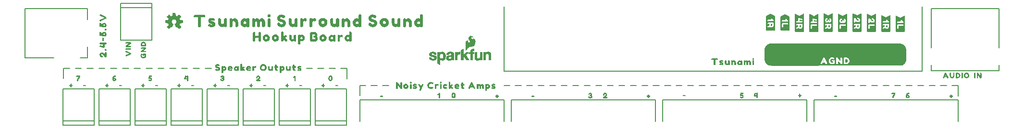
<source format=gto>
G04 EAGLE Gerber RS-274X export*
G75*
%MOMM*%
%FSLAX34Y34*%
%LPD*%
%INSilkscreen Top*%
%IPPOS*%
%AMOC8*
5,1,8,0,0,1.08239X$1,22.5*%
G01*
%ADD10C,0.203200*%

G36*
X1456757Y593919D02*
X1456757Y593919D01*
X1456876Y593926D01*
X1456915Y593938D01*
X1456918Y593939D01*
X1516800Y593939D01*
X1516821Y593954D01*
X1599794Y593954D01*
X1599815Y593957D01*
X1599904Y593959D01*
X1601607Y594108D01*
X1601636Y594115D01*
X1601667Y594115D01*
X1601825Y594147D01*
X1603475Y594589D01*
X1603504Y594600D01*
X1603533Y594606D01*
X1603683Y594665D01*
X1605232Y595387D01*
X1605258Y595403D01*
X1605286Y595414D01*
X1605424Y595497D01*
X1606824Y596478D01*
X1606846Y596498D01*
X1606872Y596513D01*
X1606993Y596620D01*
X1608202Y597828D01*
X1608220Y597852D01*
X1608243Y597872D01*
X1608344Y597998D01*
X1609324Y599398D01*
X1609338Y599425D01*
X1609358Y599448D01*
X1609435Y599589D01*
X1610157Y601138D01*
X1610166Y601167D01*
X1610181Y601194D01*
X1610233Y601346D01*
X1610675Y602997D01*
X1610679Y603027D01*
X1610689Y603056D01*
X1610713Y603215D01*
X1610862Y604917D01*
X1610862Y604939D01*
X1610867Y605028D01*
X1610867Y621030D01*
X1610865Y621052D01*
X1610862Y621141D01*
X1610696Y623037D01*
X1610690Y623067D01*
X1610690Y623097D01*
X1610658Y623255D01*
X1610165Y625094D01*
X1610154Y625122D01*
X1610148Y625152D01*
X1610090Y625302D01*
X1609285Y627027D01*
X1609269Y627053D01*
X1609258Y627082D01*
X1609174Y627219D01*
X1608082Y628779D01*
X1608062Y628801D01*
X1608047Y628827D01*
X1607940Y628948D01*
X1606594Y630294D01*
X1606570Y630313D01*
X1606550Y630336D01*
X1606425Y630436D01*
X1604865Y631528D01*
X1604838Y631543D01*
X1604815Y631562D01*
X1604673Y631639D01*
X1602948Y632444D01*
X1602919Y632453D01*
X1602893Y632468D01*
X1602740Y632519D01*
X1600901Y633012D01*
X1600871Y633016D01*
X1600842Y633026D01*
X1600683Y633050D01*
X1598787Y633216D01*
X1598765Y633216D01*
X1598676Y633221D01*
X1372870Y633221D01*
X1372849Y633219D01*
X1372759Y633216D01*
X1370951Y633058D01*
X1370921Y633052D01*
X1370891Y633052D01*
X1370733Y633020D01*
X1368980Y632550D01*
X1368952Y632538D01*
X1368922Y632533D01*
X1368772Y632474D01*
X1367127Y631707D01*
X1367101Y631691D01*
X1367072Y631680D01*
X1366935Y631597D01*
X1365448Y630555D01*
X1365426Y630535D01*
X1365399Y630520D01*
X1365279Y630413D01*
X1363995Y629130D01*
X1363976Y629106D01*
X1363953Y629086D01*
X1363853Y628960D01*
X1362812Y627473D01*
X1362797Y627446D01*
X1362778Y627423D01*
X1362701Y627281D01*
X1361934Y625636D01*
X1361924Y625607D01*
X1361909Y625581D01*
X1361858Y625428D01*
X1361388Y623675D01*
X1361384Y623645D01*
X1361374Y623616D01*
X1361350Y623457D01*
X1361192Y621649D01*
X1361192Y621627D01*
X1361187Y621538D01*
X1361187Y605536D01*
X1361189Y605515D01*
X1361192Y605425D01*
X1361349Y603626D01*
X1361355Y603596D01*
X1361356Y603566D01*
X1361387Y603408D01*
X1361855Y601663D01*
X1361866Y601635D01*
X1361872Y601605D01*
X1361931Y601455D01*
X1362694Y599818D01*
X1362710Y599792D01*
X1362721Y599764D01*
X1362805Y599626D01*
X1363841Y598147D01*
X1363861Y598124D01*
X1363877Y598098D01*
X1363983Y597977D01*
X1365260Y596700D01*
X1365284Y596681D01*
X1365304Y596658D01*
X1365430Y596558D01*
X1366910Y595522D01*
X1366937Y595507D01*
X1366960Y595488D01*
X1367101Y595411D01*
X1368738Y594647D01*
X1368767Y594638D01*
X1368794Y594623D01*
X1368946Y594572D01*
X1370691Y594104D01*
X1370721Y594100D01*
X1370750Y594090D01*
X1370909Y594066D01*
X1372709Y593908D01*
X1372730Y593909D01*
X1372819Y593904D01*
X1456639Y593904D01*
X1456757Y593919D01*
G37*
G36*
X329868Y659530D02*
X329868Y659530D01*
X329976Y659540D01*
X329989Y659546D01*
X330003Y659548D01*
X330100Y659596D01*
X330199Y659641D01*
X330212Y659652D01*
X330221Y659656D01*
X330236Y659672D01*
X330313Y659734D01*
X332898Y662319D01*
X332961Y662408D01*
X333027Y662493D01*
X333032Y662506D01*
X333040Y662518D01*
X333071Y662621D01*
X333107Y662724D01*
X333107Y662738D01*
X333111Y662751D01*
X333107Y662859D01*
X333108Y662968D01*
X333103Y662981D01*
X333103Y662995D01*
X333065Y663097D01*
X333030Y663199D01*
X333021Y663214D01*
X333017Y663223D01*
X333003Y663240D01*
X332949Y663322D01*
X330185Y666712D01*
X330742Y667794D01*
X330748Y667814D01*
X330790Y667909D01*
X331161Y669068D01*
X335512Y669511D01*
X335616Y669539D01*
X335722Y669564D01*
X335734Y669571D01*
X335747Y669574D01*
X335837Y669635D01*
X335930Y669692D01*
X335938Y669703D01*
X335950Y669711D01*
X336016Y669797D01*
X336085Y669881D01*
X336089Y669894D01*
X336098Y669905D01*
X336132Y670008D01*
X336171Y670109D01*
X336172Y670127D01*
X336176Y670136D01*
X336176Y670158D01*
X336185Y670256D01*
X336185Y673912D01*
X336168Y674019D01*
X336154Y674127D01*
X336148Y674139D01*
X336146Y674153D01*
X336094Y674249D01*
X336047Y674346D01*
X336037Y674356D01*
X336031Y674368D01*
X335951Y674442D01*
X335875Y674519D01*
X335863Y674525D01*
X335853Y674535D01*
X335754Y674580D01*
X335657Y674628D01*
X335639Y674632D01*
X335630Y674636D01*
X335609Y674638D01*
X335512Y674657D01*
X331161Y675100D01*
X330790Y676259D01*
X330781Y676276D01*
X330779Y676284D01*
X330775Y676291D01*
X330742Y676374D01*
X330185Y677456D01*
X332949Y680846D01*
X333003Y680940D01*
X333060Y681032D01*
X333063Y681045D01*
X333070Y681057D01*
X333091Y681164D01*
X333116Y681269D01*
X333114Y681283D01*
X333117Y681297D01*
X333102Y681404D01*
X333092Y681512D01*
X333086Y681525D01*
X333084Y681539D01*
X333036Y681636D01*
X332991Y681735D01*
X332980Y681748D01*
X332976Y681757D01*
X332960Y681772D01*
X332898Y681849D01*
X330313Y684434D01*
X330224Y684497D01*
X330139Y684563D01*
X330126Y684568D01*
X330114Y684576D01*
X330011Y684607D01*
X329908Y684643D01*
X329894Y684643D01*
X329881Y684647D01*
X329773Y684643D01*
X329664Y684644D01*
X329651Y684639D01*
X329637Y684639D01*
X329535Y684601D01*
X329433Y684566D01*
X329418Y684557D01*
X329409Y684553D01*
X329392Y684539D01*
X329310Y684485D01*
X325920Y681721D01*
X324838Y682278D01*
X324818Y682284D01*
X324723Y682326D01*
X323564Y682697D01*
X323121Y687048D01*
X323093Y687152D01*
X323068Y687258D01*
X323061Y687270D01*
X323058Y687283D01*
X322997Y687373D01*
X322940Y687466D01*
X322929Y687474D01*
X322921Y687486D01*
X322835Y687552D01*
X322751Y687621D01*
X322738Y687625D01*
X322727Y687634D01*
X322624Y687668D01*
X322523Y687707D01*
X322505Y687708D01*
X322496Y687712D01*
X322474Y687712D01*
X322376Y687721D01*
X318720Y687721D01*
X318613Y687704D01*
X318505Y687690D01*
X318493Y687684D01*
X318479Y687682D01*
X318383Y687630D01*
X318286Y687583D01*
X318276Y687573D01*
X318264Y687567D01*
X318190Y687487D01*
X318113Y687411D01*
X318107Y687399D01*
X318097Y687389D01*
X318052Y687290D01*
X318004Y687193D01*
X318000Y687175D01*
X317996Y687166D01*
X317994Y687145D01*
X317975Y687048D01*
X317532Y682697D01*
X316373Y682326D01*
X316355Y682316D01*
X316258Y682278D01*
X315176Y681721D01*
X311786Y684485D01*
X311692Y684539D01*
X311600Y684596D01*
X311587Y684599D01*
X311575Y684606D01*
X311468Y684627D01*
X311363Y684652D01*
X311349Y684650D01*
X311335Y684653D01*
X311228Y684638D01*
X311120Y684628D01*
X311107Y684622D01*
X311094Y684620D01*
X310996Y684572D01*
X310897Y684527D01*
X310884Y684516D01*
X310875Y684512D01*
X310860Y684496D01*
X310783Y684434D01*
X308198Y681849D01*
X308135Y681760D01*
X308069Y681675D01*
X308064Y681662D01*
X308056Y681650D01*
X308025Y681547D01*
X307989Y681444D01*
X307989Y681430D01*
X307985Y681417D01*
X307989Y681309D01*
X307988Y681200D01*
X307993Y681187D01*
X307993Y681173D01*
X308031Y681071D01*
X308066Y680969D01*
X308075Y680954D01*
X308079Y680945D01*
X308093Y680928D01*
X308147Y680846D01*
X310911Y677456D01*
X310354Y676374D01*
X310348Y676354D01*
X310306Y676259D01*
X309935Y675100D01*
X305584Y674657D01*
X305480Y674629D01*
X305374Y674604D01*
X305362Y674597D01*
X305349Y674594D01*
X305259Y674533D01*
X305166Y674476D01*
X305158Y674465D01*
X305146Y674457D01*
X305080Y674371D01*
X305012Y674287D01*
X305007Y674274D01*
X304998Y674263D01*
X304964Y674160D01*
X304925Y674059D01*
X304924Y674041D01*
X304920Y674032D01*
X304921Y674010D01*
X304911Y673912D01*
X304911Y670256D01*
X304928Y670149D01*
X304942Y670041D01*
X304948Y670029D01*
X304950Y670015D01*
X305002Y669919D01*
X305049Y669822D01*
X305059Y669812D01*
X305065Y669800D01*
X305145Y669726D01*
X305221Y669649D01*
X305233Y669643D01*
X305244Y669633D01*
X305342Y669588D01*
X305439Y669540D01*
X305457Y669536D01*
X305466Y669532D01*
X305487Y669530D01*
X305584Y669511D01*
X309935Y669068D01*
X310306Y667909D01*
X310316Y667891D01*
X310354Y667794D01*
X310911Y666712D01*
X308147Y663322D01*
X308093Y663228D01*
X308036Y663136D01*
X308033Y663123D01*
X308026Y663111D01*
X308005Y663004D01*
X307980Y662899D01*
X307982Y662885D01*
X307979Y662871D01*
X307994Y662764D01*
X308004Y662656D01*
X308010Y662643D01*
X308012Y662630D01*
X308060Y662532D01*
X308105Y662433D01*
X308116Y662420D01*
X308120Y662411D01*
X308136Y662396D01*
X308198Y662319D01*
X310783Y659734D01*
X310872Y659671D01*
X310957Y659605D01*
X310970Y659600D01*
X310982Y659592D01*
X311085Y659561D01*
X311188Y659525D01*
X311202Y659525D01*
X311215Y659521D01*
X311323Y659525D01*
X311432Y659524D01*
X311445Y659529D01*
X311459Y659529D01*
X311561Y659567D01*
X311663Y659602D01*
X311678Y659611D01*
X311687Y659615D01*
X311704Y659629D01*
X311786Y659683D01*
X315176Y662447D01*
X316258Y661890D01*
X316311Y661873D01*
X316360Y661847D01*
X316426Y661836D01*
X316490Y661815D01*
X316546Y661816D01*
X316600Y661807D01*
X316667Y661818D01*
X316734Y661819D01*
X316786Y661837D01*
X316841Y661846D01*
X316901Y661878D01*
X316964Y661901D01*
X317007Y661935D01*
X317057Y661961D01*
X317103Y662010D01*
X317155Y662052D01*
X317186Y662099D01*
X317224Y662139D01*
X317280Y662244D01*
X317288Y662257D01*
X317289Y662262D01*
X317293Y662269D01*
X319446Y667466D01*
X319466Y667550D01*
X319471Y667562D01*
X319473Y667578D01*
X319498Y667664D01*
X319497Y667684D01*
X319502Y667704D01*
X319494Y667786D01*
X319495Y667805D01*
X319491Y667825D01*
X319487Y667908D01*
X319480Y667927D01*
X319478Y667947D01*
X319446Y668016D01*
X319440Y668043D01*
X319425Y668067D01*
X319398Y668136D01*
X319385Y668151D01*
X319377Y668169D01*
X319332Y668218D01*
X319312Y668250D01*
X319280Y668276D01*
X319241Y668322D01*
X319220Y668337D01*
X319210Y668347D01*
X319189Y668359D01*
X319126Y668403D01*
X319123Y668405D01*
X319122Y668405D01*
X319120Y668407D01*
X318236Y668902D01*
X317557Y669529D01*
X317043Y670298D01*
X316723Y671166D01*
X316615Y672083D01*
X316728Y673018D01*
X317059Y673899D01*
X317591Y674676D01*
X318292Y675305D01*
X319122Y675748D01*
X320034Y675982D01*
X320976Y675992D01*
X321892Y675778D01*
X322732Y675353D01*
X323446Y674740D01*
X323995Y673975D01*
X324346Y673101D01*
X324479Y672169D01*
X324387Y671232D01*
X324075Y670344D01*
X323560Y669556D01*
X322873Y668912D01*
X321974Y668406D01*
X321934Y668373D01*
X321892Y668351D01*
X321861Y668318D01*
X321813Y668283D01*
X321800Y668266D01*
X321784Y668253D01*
X321749Y668199D01*
X321725Y668173D01*
X321712Y668142D01*
X321670Y668085D01*
X321664Y668065D01*
X321653Y668047D01*
X321635Y667974D01*
X321625Y667951D01*
X321622Y667927D01*
X321599Y667852D01*
X321600Y667831D01*
X321595Y667810D01*
X321602Y667726D01*
X321601Y667708D01*
X321604Y667692D01*
X321607Y667608D01*
X321615Y667582D01*
X321616Y667567D01*
X321626Y667545D01*
X321650Y667466D01*
X321958Y666721D01*
X321959Y666721D01*
X322269Y665972D01*
X322579Y665223D01*
X322579Y665222D01*
X322890Y664474D01*
X322890Y664473D01*
X323200Y663724D01*
X323510Y662975D01*
X323511Y662975D01*
X323803Y662269D01*
X323832Y662222D01*
X323853Y662170D01*
X323896Y662119D01*
X323932Y662062D01*
X323975Y662027D01*
X324011Y661984D01*
X324068Y661950D01*
X324120Y661907D01*
X324172Y661888D01*
X324220Y661859D01*
X324286Y661845D01*
X324349Y661821D01*
X324404Y661819D01*
X324458Y661808D01*
X324525Y661815D01*
X324592Y661813D01*
X324646Y661829D01*
X324701Y661836D01*
X324812Y661880D01*
X324826Y661884D01*
X324830Y661887D01*
X324838Y661890D01*
X325920Y662447D01*
X329310Y659683D01*
X329404Y659629D01*
X329496Y659572D01*
X329509Y659569D01*
X329521Y659562D01*
X329628Y659541D01*
X329733Y659516D01*
X329747Y659518D01*
X329761Y659515D01*
X329868Y659530D01*
G37*
G36*
X1531547Y654027D02*
X1531547Y654027D01*
X1531544Y654031D01*
X1531549Y654033D01*
X1531649Y654733D01*
X1531646Y654738D01*
X1531649Y654740D01*
X1531649Y686140D01*
X1531645Y686146D01*
X1531648Y686150D01*
X1531548Y686650D01*
X1531504Y686689D01*
X1531493Y686677D01*
X1531478Y686684D01*
X1524000Y682995D01*
X1516522Y686684D01*
X1516463Y686673D01*
X1516466Y686657D01*
X1516452Y686650D01*
X1516352Y686150D01*
X1516355Y686143D01*
X1516351Y686140D01*
X1516351Y654140D01*
X1516387Y654093D01*
X1516391Y654096D01*
X1516393Y654091D01*
X1517093Y653991D01*
X1517098Y653994D01*
X1517100Y653991D01*
X1531500Y653991D01*
X1531547Y654027D01*
G37*
G36*
X1480643Y654023D02*
X1480643Y654023D01*
X1480647Y654024D01*
X1480847Y654624D01*
X1480843Y654635D01*
X1480849Y654640D01*
X1480849Y686440D01*
X1480813Y686487D01*
X1480802Y686479D01*
X1480792Y686489D01*
X1480192Y686389D01*
X1480184Y686381D01*
X1480177Y686384D01*
X1473395Y682893D01*
X1472718Y683086D01*
X1465922Y686484D01*
X1465884Y686477D01*
X1465873Y686481D01*
X1465573Y686281D01*
X1465561Y686248D01*
X1465551Y686240D01*
X1465551Y654240D01*
X1465580Y654202D01*
X1465582Y654194D01*
X1466082Y653994D01*
X1466095Y653998D01*
X1466100Y653991D01*
X1480600Y653991D01*
X1480643Y654023D01*
G37*
G36*
X1429511Y653999D02*
X1429511Y653999D01*
X1429518Y653994D01*
X1430018Y654194D01*
X1430033Y654218D01*
X1430040Y654224D01*
X1430038Y654227D01*
X1430043Y654235D01*
X1430049Y654240D01*
X1430049Y686240D01*
X1430046Y686244D01*
X1430048Y686249D01*
X1430039Y686254D01*
X1430013Y686287D01*
X1429997Y686275D01*
X1429978Y686284D01*
X1429378Y685984D01*
X1422595Y682593D01*
X1421918Y682786D01*
X1415122Y686184D01*
X1415069Y686174D01*
X1415065Y686175D01*
X1414765Y685875D01*
X1414762Y685848D01*
X1414751Y685840D01*
X1414751Y654640D01*
X1414758Y654631D01*
X1414753Y654624D01*
X1414953Y654024D01*
X1414997Y653994D01*
X1415000Y653991D01*
X1429500Y653991D01*
X1429511Y653999D01*
G37*
G36*
X1556947Y654027D02*
X1556947Y654027D01*
X1556945Y654030D01*
X1556949Y654032D01*
X1557049Y654632D01*
X1557046Y654637D01*
X1557049Y654640D01*
X1557049Y685940D01*
X1557046Y685944D01*
X1557048Y685949D01*
X1557039Y685954D01*
X1557013Y685987D01*
X1556997Y685975D01*
X1556978Y685984D01*
X1556378Y685684D01*
X1549595Y682293D01*
X1548918Y682486D01*
X1542122Y685884D01*
X1542069Y685874D01*
X1542065Y685875D01*
X1541765Y685575D01*
X1541762Y685548D01*
X1541751Y685540D01*
X1541751Y654240D01*
X1541783Y654197D01*
X1541784Y654193D01*
X1542384Y653993D01*
X1542395Y653997D01*
X1542400Y653991D01*
X1556900Y653991D01*
X1556947Y654027D01*
G37*
G36*
X1506038Y654020D02*
X1506038Y654020D01*
X1506046Y654022D01*
X1506246Y654522D01*
X1506242Y654535D01*
X1506249Y654540D01*
X1506249Y685540D01*
X1506213Y685587D01*
X1506212Y685587D01*
X1506212Y685588D01*
X1505812Y685688D01*
X1505790Y685678D01*
X1505778Y685684D01*
X1498985Y682288D01*
X1498308Y682191D01*
X1491522Y685584D01*
X1491513Y685582D01*
X1491510Y685588D01*
X1491010Y685688D01*
X1490956Y685662D01*
X1490963Y685649D01*
X1490951Y685640D01*
X1490951Y654340D01*
X1490973Y654310D01*
X1490975Y654298D01*
X1491475Y653998D01*
X1491493Y654000D01*
X1491500Y653991D01*
X1506000Y653991D01*
X1506038Y654020D01*
G37*
G36*
X1454915Y654002D02*
X1454915Y654002D01*
X1454925Y653998D01*
X1455425Y654298D01*
X1455433Y654317D01*
X1455440Y654322D01*
X1455437Y654326D01*
X1455439Y654332D01*
X1455449Y654340D01*
X1455449Y677840D01*
X1455441Y677851D01*
X1455443Y677864D01*
X1455430Y677866D01*
X1455415Y677885D01*
X1455435Y677905D01*
X1455439Y677932D01*
X1455449Y677940D01*
X1455449Y684840D01*
X1455446Y684845D01*
X1455449Y684848D01*
X1455349Y685448D01*
X1455348Y685449D01*
X1455347Y685450D01*
X1455305Y685489D01*
X1455294Y685477D01*
X1455278Y685484D01*
X1447800Y681795D01*
X1447222Y682084D01*
X1440422Y685484D01*
X1440364Y685473D01*
X1440366Y685461D01*
X1440354Y685458D01*
X1440154Y684958D01*
X1440158Y684945D01*
X1440151Y684940D01*
X1440151Y654540D01*
X1440162Y654525D01*
X1440158Y654515D01*
X1440458Y654015D01*
X1440492Y654001D01*
X1440500Y653991D01*
X1454900Y653991D01*
X1454915Y654002D01*
G37*
G36*
X1379043Y656284D02*
X1379043Y656284D01*
X1379047Y656285D01*
X1379247Y656885D01*
X1379243Y656896D01*
X1379249Y656901D01*
X1379249Y681901D01*
X1379228Y681929D01*
X1379227Y681942D01*
X1378627Y682342D01*
X1378623Y682341D01*
X1378622Y682345D01*
X1371822Y685745D01*
X1371802Y685741D01*
X1371793Y685749D01*
X1371093Y685649D01*
X1371085Y685641D01*
X1371078Y685645D01*
X1364278Y682245D01*
X1364268Y682225D01*
X1364256Y682223D01*
X1363956Y681623D01*
X1363959Y681607D01*
X1363951Y681601D01*
X1363951Y656501D01*
X1363983Y656458D01*
X1363984Y656454D01*
X1364584Y656254D01*
X1364595Y656258D01*
X1364600Y656251D01*
X1379000Y656251D01*
X1379043Y656284D01*
G37*
G36*
X1582243Y654023D02*
X1582243Y654023D01*
X1582247Y654024D01*
X1582447Y654624D01*
X1582443Y654635D01*
X1582449Y654640D01*
X1582449Y683440D01*
X1582448Y683441D01*
X1582449Y683442D01*
X1582446Y683445D01*
X1582413Y683487D01*
X1582399Y683477D01*
X1582384Y683487D01*
X1581784Y683287D01*
X1581781Y683282D01*
X1581778Y683284D01*
X1574992Y679891D01*
X1574315Y679988D01*
X1567522Y683384D01*
X1567484Y683377D01*
X1567473Y683381D01*
X1567173Y683181D01*
X1567166Y683163D01*
X1567163Y683160D01*
X1567165Y683158D01*
X1567161Y683148D01*
X1567151Y683140D01*
X1567151Y654240D01*
X1567183Y654197D01*
X1567184Y654193D01*
X1567784Y653993D01*
X1567795Y653997D01*
X1567800Y653991D01*
X1582200Y653991D01*
X1582243Y654023D01*
G37*
G36*
X1607638Y654020D02*
X1607638Y654020D01*
X1607646Y654022D01*
X1607846Y654522D01*
X1607842Y654535D01*
X1607849Y654540D01*
X1607849Y682540D01*
X1607813Y682587D01*
X1607806Y682582D01*
X1607800Y682589D01*
X1607400Y682589D01*
X1607387Y682580D01*
X1607378Y682584D01*
X1600588Y679189D01*
X1599912Y679189D01*
X1593122Y682584D01*
X1593106Y682581D01*
X1593100Y682589D01*
X1592600Y682589D01*
X1592553Y682553D01*
X1592558Y682546D01*
X1592551Y682540D01*
X1592551Y654340D01*
X1592573Y654310D01*
X1592575Y654298D01*
X1593075Y653998D01*
X1593093Y654000D01*
X1593100Y653991D01*
X1607600Y653991D01*
X1607638Y654020D01*
G37*
G36*
X1404438Y656280D02*
X1404438Y656280D01*
X1404446Y656282D01*
X1404646Y656782D01*
X1404642Y656795D01*
X1404649Y656801D01*
X1404649Y680901D01*
X1404635Y680919D01*
X1404638Y680931D01*
X1404238Y681431D01*
X1404224Y681435D01*
X1404223Y681444D01*
X1397423Y684944D01*
X1397406Y684942D01*
X1397400Y684950D01*
X1396700Y684950D01*
X1396687Y684940D01*
X1396678Y684945D01*
X1389878Y681545D01*
X1389873Y681534D01*
X1389865Y681535D01*
X1389365Y681035D01*
X1389362Y681009D01*
X1389351Y681001D01*
X1389351Y656601D01*
X1389373Y656571D01*
X1389375Y656558D01*
X1389875Y656258D01*
X1389893Y656260D01*
X1389900Y656251D01*
X1404400Y656251D01*
X1404438Y656280D01*
G37*
G36*
X479805Y662551D02*
X479805Y662551D01*
X479821Y662566D01*
X479833Y662563D01*
X480733Y663363D01*
X480737Y663387D01*
X480749Y663394D01*
X480949Y664894D01*
X480946Y664898D01*
X480947Y664898D01*
X480947Y664899D01*
X480949Y664900D01*
X480949Y671200D01*
X480947Y671203D01*
X480949Y671205D01*
X480749Y673005D01*
X480745Y673010D01*
X480747Y673014D01*
X480347Y674414D01*
X480341Y674418D01*
X480343Y674424D01*
X479743Y675524D01*
X479735Y675527D01*
X479737Y675533D01*
X478837Y676533D01*
X478830Y676534D01*
X478830Y676539D01*
X477630Y677439D01*
X477617Y677439D01*
X477614Y677447D01*
X476214Y677847D01*
X476204Y677844D01*
X476200Y677849D01*
X474700Y677849D01*
X474689Y677841D01*
X474682Y677846D01*
X473182Y677246D01*
X473177Y677238D01*
X473170Y677239D01*
X471971Y676340D01*
X471007Y675665D01*
X470036Y676733D01*
X470026Y676735D01*
X470025Y676743D01*
X468825Y677443D01*
X468815Y677441D01*
X468813Y677448D01*
X467313Y677848D01*
X467302Y677843D01*
X467297Y677849D01*
X465797Y677749D01*
X465787Y677741D01*
X465779Y677745D01*
X464479Y677145D01*
X464472Y677131D01*
X464462Y677132D01*
X463418Y675897D01*
X462946Y677217D01*
X462925Y677231D01*
X462922Y677244D01*
X461722Y677844D01*
X461705Y677841D01*
X461697Y677849D01*
X459797Y677749D01*
X459786Y677739D01*
X459776Y677743D01*
X458676Y677143D01*
X458664Y677117D01*
X458652Y677111D01*
X458352Y675811D01*
X458353Y675809D01*
X458355Y675804D01*
X458351Y675800D01*
X458351Y665000D01*
X458352Y664998D01*
X458351Y664997D01*
X458451Y663597D01*
X458465Y663581D01*
X458462Y663569D01*
X459262Y662569D01*
X459288Y662563D01*
X459295Y662551D01*
X461195Y662351D01*
X461206Y662358D01*
X461213Y662352D01*
X462713Y662752D01*
X462728Y662772D01*
X462742Y662774D01*
X463442Y663874D01*
X463440Y663893D01*
X463449Y663900D01*
X463449Y669996D01*
X463746Y671676D01*
X464619Y672549D01*
X465977Y672452D01*
X466853Y671479D01*
X467051Y669797D01*
X467051Y663800D01*
X467064Y663783D01*
X467060Y663771D01*
X467860Y662671D01*
X467885Y662663D01*
X467891Y662652D01*
X469591Y662352D01*
X469602Y662357D01*
X469609Y662352D01*
X471309Y662652D01*
X471325Y662670D01*
X471338Y662669D01*
X472138Y663669D01*
X472139Y663690D01*
X472149Y663697D01*
X472249Y665097D01*
X472248Y665099D01*
X472249Y665100D01*
X472249Y669699D01*
X472348Y671385D01*
X472930Y672354D01*
X474484Y672548D01*
X475453Y671676D01*
X475651Y670097D01*
X475651Y665500D01*
X475652Y665498D01*
X475651Y665497D01*
X475751Y663997D01*
X475760Y663986D01*
X475756Y663978D01*
X476356Y662778D01*
X476382Y662765D01*
X476387Y662752D01*
X477887Y662352D01*
X477899Y662357D01*
X477905Y662351D01*
X479805Y662551D01*
G37*
G36*
X834536Y620486D02*
X834536Y620486D01*
X834563Y620483D01*
X834620Y620505D01*
X834679Y620519D01*
X834699Y620536D01*
X834725Y620546D01*
X834783Y620605D01*
X834812Y620629D01*
X834817Y620639D01*
X834826Y620649D01*
X835006Y620918D01*
X835279Y621191D01*
X835291Y621211D01*
X835314Y621232D01*
X835598Y621610D01*
X836079Y622091D01*
X836087Y622104D01*
X836102Y622117D01*
X836591Y622703D01*
X837179Y623291D01*
X837193Y623314D01*
X837219Y623339D01*
X837701Y624013D01*
X838979Y625291D01*
X838987Y625304D01*
X839002Y625317D01*
X839478Y625887D01*
X840428Y626647D01*
X840844Y626897D01*
X841341Y626980D01*
X843210Y626980D01*
X843236Y626986D01*
X843273Y626985D01*
X844473Y627185D01*
X844488Y627192D01*
X844510Y627193D01*
X845610Y627493D01*
X845627Y627502D01*
X845651Y627507D01*
X846651Y627907D01*
X846673Y627922D01*
X846706Y627934D01*
X847706Y628534D01*
X847726Y628554D01*
X847760Y628574D01*
X848560Y629274D01*
X848567Y629283D01*
X848579Y629291D01*
X849379Y630091D01*
X849390Y630109D01*
X849410Y630127D01*
X850110Y631027D01*
X850121Y631050D01*
X850142Y631075D01*
X851142Y632875D01*
X851152Y632910D01*
X851176Y632958D01*
X851676Y634758D01*
X851678Y634792D01*
X851690Y634839D01*
X851790Y636639D01*
X851783Y636675D01*
X851784Y636730D01*
X851484Y638330D01*
X851473Y638354D01*
X851468Y638388D01*
X850968Y639788D01*
X850952Y639813D01*
X850938Y639852D01*
X850238Y641052D01*
X850217Y641074D01*
X850194Y641113D01*
X849394Y642013D01*
X849390Y642016D01*
X849280Y642100D01*
X848480Y642500D01*
X848470Y642502D01*
X848464Y642507D01*
X848425Y642514D01*
X848382Y642533D01*
X848347Y642532D01*
X848312Y642540D01*
X848261Y642529D01*
X848209Y642527D01*
X848178Y642510D01*
X848143Y642501D01*
X848103Y642469D01*
X848057Y642444D01*
X848036Y642415D01*
X848009Y642392D01*
X847987Y642345D01*
X847957Y642302D01*
X847949Y642261D01*
X847937Y642234D01*
X847937Y642228D01*
X847937Y642226D01*
X847938Y642201D01*
X847930Y642160D01*
X847930Y641422D01*
X847791Y641004D01*
X847642Y640905D01*
X847448Y640840D01*
X846900Y640840D01*
X846201Y641190D01*
X845930Y641371D01*
X845538Y641664D01*
X845529Y641668D01*
X845521Y641676D01*
X845252Y641856D01*
X845023Y642085D01*
X844850Y642430D01*
X844837Y642446D01*
X844826Y642471D01*
X844663Y642716D01*
X844579Y643052D01*
X844573Y643064D01*
X844571Y643080D01*
X844511Y643260D01*
X844562Y643414D01*
X844650Y643590D01*
X844656Y643613D01*
X844671Y643640D01*
X844755Y643892D01*
X844890Y644095D01*
X845211Y644335D01*
X845490Y644475D01*
X845534Y644497D01*
X845985Y644587D01*
X845992Y644591D01*
X846002Y644591D01*
X846357Y644680D01*
X846548Y644680D01*
X846790Y644599D01*
X846827Y644596D01*
X846910Y644580D01*
X847210Y644580D01*
X847235Y644586D01*
X847261Y644583D01*
X847319Y644605D01*
X847379Y644619D01*
X847399Y644636D01*
X847423Y644645D01*
X847465Y644690D01*
X847512Y644729D01*
X847523Y644753D01*
X847540Y644772D01*
X847558Y644831D01*
X847583Y644888D01*
X847582Y644913D01*
X847590Y644938D01*
X847579Y644999D01*
X847577Y645061D01*
X847564Y645083D01*
X847560Y645109D01*
X847512Y645180D01*
X847494Y645213D01*
X847486Y645219D01*
X847479Y645229D01*
X847379Y645329D01*
X847359Y645341D01*
X847338Y645364D01*
X846938Y645664D01*
X846912Y645676D01*
X846880Y645700D01*
X846280Y646000D01*
X846263Y646004D01*
X846244Y646016D01*
X845444Y646316D01*
X845437Y646317D01*
X845430Y646321D01*
X844530Y646621D01*
X844493Y646624D01*
X844410Y646640D01*
X843410Y646640D01*
X843382Y646634D01*
X843342Y646634D01*
X842242Y646434D01*
X842207Y646419D01*
X842128Y646394D01*
X841028Y645794D01*
X841002Y645771D01*
X840957Y645744D01*
X840057Y644944D01*
X840038Y644916D01*
X840001Y644881D01*
X839501Y644181D01*
X839486Y644145D01*
X839449Y644080D01*
X839149Y643180D01*
X839146Y643143D01*
X839130Y643060D01*
X839130Y642260D01*
X839137Y642227D01*
X839139Y642178D01*
X839339Y641278D01*
X839356Y641242D01*
X839378Y641175D01*
X839878Y640275D01*
X839900Y640251D01*
X839924Y640210D01*
X840624Y639410D01*
X840625Y639409D01*
X840626Y639407D01*
X840775Y639239D01*
X841113Y638859D01*
X841424Y638509D01*
X842084Y637755D01*
X842330Y637182D01*
X842330Y636622D01*
X842171Y636145D01*
X841850Y635744D01*
X841354Y635413D01*
X840663Y635240D01*
X839948Y635240D01*
X839519Y635326D01*
X839088Y635498D01*
X838852Y635656D01*
X838623Y635885D01*
X838462Y636206D01*
X838390Y636422D01*
X838390Y636598D01*
X838455Y636792D01*
X838606Y637018D01*
X838915Y637328D01*
X839130Y637399D01*
X839150Y637412D01*
X839180Y637420D01*
X839580Y637620D01*
X839609Y637644D01*
X839679Y637691D01*
X839779Y637791D01*
X839792Y637812D01*
X839811Y637828D01*
X839837Y637885D01*
X839870Y637938D01*
X839873Y637963D01*
X839883Y637986D01*
X839881Y638049D01*
X839887Y638111D01*
X839878Y638134D01*
X839877Y638159D01*
X839847Y638214D01*
X839825Y638273D01*
X839807Y638290D01*
X839795Y638312D01*
X839725Y638366D01*
X839698Y638390D01*
X839689Y638393D01*
X839680Y638400D01*
X839480Y638500D01*
X839465Y638504D01*
X839452Y638513D01*
X839318Y638539D01*
X839312Y638540D01*
X839311Y638540D01*
X839310Y638540D01*
X839157Y638540D01*
X838802Y638629D01*
X838766Y638629D01*
X838710Y638640D01*
X837910Y638640D01*
X837884Y638634D01*
X837848Y638635D01*
X837248Y638535D01*
X837217Y638522D01*
X837169Y638513D01*
X836169Y638113D01*
X836138Y638091D01*
X836082Y638064D01*
X835698Y637776D01*
X835214Y637486D01*
X835200Y637472D01*
X835181Y637463D01*
X835111Y637386D01*
X835090Y637365D01*
X835088Y637360D01*
X835084Y637356D01*
X834784Y636856D01*
X834780Y636843D01*
X834770Y636830D01*
X834470Y636230D01*
X834464Y636207D01*
X834449Y636180D01*
X834249Y635580D01*
X834246Y635547D01*
X834232Y635502D01*
X834032Y633702D01*
X834034Y633683D01*
X834030Y633660D01*
X834030Y620860D01*
X834041Y620810D01*
X834043Y620759D01*
X834061Y620727D01*
X834069Y620691D01*
X834102Y620652D01*
X834126Y620607D01*
X834156Y620586D01*
X834179Y620558D01*
X834226Y620537D01*
X834268Y620507D01*
X834310Y620499D01*
X834338Y620487D01*
X834368Y620488D01*
X834410Y620480D01*
X834510Y620480D01*
X834536Y620486D01*
G37*
G36*
X751207Y662357D02*
X751207Y662357D01*
X751213Y662352D01*
X752713Y662752D01*
X752721Y662763D01*
X752729Y662760D01*
X753829Y663560D01*
X753842Y663604D01*
X753847Y663610D01*
X753852Y663588D01*
X753869Y663575D01*
X753868Y663562D01*
X754468Y663062D01*
X754478Y663062D01*
X754479Y663055D01*
X755779Y662455D01*
X755796Y662459D01*
X755802Y662451D01*
X757802Y662551D01*
X757813Y662559D01*
X757820Y662555D01*
X758920Y663055D01*
X758936Y663083D01*
X758948Y663089D01*
X759248Y664389D01*
X759245Y664397D01*
X759249Y664400D01*
X759249Y682900D01*
X759246Y682904D01*
X759249Y682907D01*
X759049Y684307D01*
X759023Y684332D01*
X759021Y684345D01*
X757721Y684945D01*
X757708Y684942D01*
X757703Y684949D01*
X756003Y685049D01*
X755995Y685044D01*
X755990Y685048D01*
X754590Y684748D01*
X754571Y684727D01*
X754558Y684725D01*
X754258Y684225D01*
X754260Y684209D01*
X754251Y684203D01*
X754151Y682703D01*
X754152Y682701D01*
X754151Y682700D01*
X754151Y676684D01*
X753324Y677143D01*
X753321Y677143D01*
X753321Y677145D01*
X752021Y677745D01*
X752008Y677742D01*
X752003Y677749D01*
X750403Y677849D01*
X750397Y677845D01*
X750393Y677849D01*
X748993Y677649D01*
X748986Y677641D01*
X748979Y677645D01*
X747679Y677045D01*
X747676Y677038D01*
X747670Y677039D01*
X746370Y676039D01*
X746368Y676033D01*
X746364Y676033D01*
X745264Y674833D01*
X745263Y674826D01*
X745258Y674826D01*
X744458Y673526D01*
X744459Y673518D01*
X744454Y673517D01*
X743954Y672117D01*
X743954Y672116D01*
X743953Y672116D01*
X743954Y672114D01*
X743956Y672109D01*
X743951Y672107D01*
X743751Y670607D01*
X743755Y670600D01*
X743751Y670597D01*
X743851Y668997D01*
X743854Y668993D01*
X743852Y668990D01*
X744152Y667590D01*
X744159Y667584D01*
X744156Y667578D01*
X744856Y666178D01*
X744862Y666175D01*
X744861Y666170D01*
X745761Y664970D01*
X745766Y664969D01*
X745765Y664965D01*
X746965Y663765D01*
X746974Y663764D01*
X746974Y663758D01*
X748274Y662958D01*
X748281Y662959D01*
X748282Y662954D01*
X749582Y662454D01*
X749593Y662457D01*
X749597Y662451D01*
X751197Y662351D01*
X751207Y662357D01*
G37*
G36*
X642906Y662357D02*
X642906Y662357D01*
X642912Y662352D01*
X644512Y662752D01*
X644520Y662763D01*
X644529Y662760D01*
X645629Y663560D01*
X645642Y663604D01*
X645647Y663610D01*
X645652Y663588D01*
X645669Y663575D01*
X645668Y663562D01*
X646268Y663062D01*
X646278Y663062D01*
X646279Y663055D01*
X647579Y662455D01*
X647596Y662459D01*
X647602Y662451D01*
X649602Y662551D01*
X649613Y662559D01*
X649620Y662555D01*
X650720Y663055D01*
X650736Y663083D01*
X650748Y663089D01*
X651048Y664389D01*
X651045Y664397D01*
X651049Y664400D01*
X651049Y682900D01*
X651046Y682904D01*
X651049Y682907D01*
X650849Y684307D01*
X650823Y684332D01*
X650821Y684345D01*
X649521Y684945D01*
X649508Y684942D01*
X649503Y684949D01*
X647803Y685049D01*
X647795Y685044D01*
X647790Y685048D01*
X646390Y684748D01*
X646371Y684727D01*
X646358Y684725D01*
X646058Y684225D01*
X646060Y684209D01*
X646051Y684203D01*
X645951Y682703D01*
X645952Y682701D01*
X645951Y682700D01*
X645951Y676684D01*
X645124Y677143D01*
X645121Y677143D01*
X645121Y677145D01*
X643821Y677745D01*
X643808Y677742D01*
X643803Y677749D01*
X642203Y677849D01*
X642197Y677845D01*
X642193Y677849D01*
X640793Y677649D01*
X640786Y677641D01*
X640779Y677645D01*
X639479Y677045D01*
X639476Y677038D01*
X639470Y677039D01*
X638170Y676039D01*
X638168Y676033D01*
X638164Y676033D01*
X637064Y674833D01*
X637063Y674826D01*
X637058Y674826D01*
X636258Y673526D01*
X636259Y673518D01*
X636254Y673517D01*
X635754Y672117D01*
X635754Y672116D01*
X635753Y672116D01*
X635754Y672114D01*
X635756Y672109D01*
X635751Y672107D01*
X635551Y670607D01*
X635555Y670600D01*
X635551Y670597D01*
X635651Y668997D01*
X635654Y668993D01*
X635652Y668990D01*
X635952Y667590D01*
X635959Y667584D01*
X635956Y667578D01*
X636656Y666178D01*
X636662Y666175D01*
X636661Y666170D01*
X637561Y664970D01*
X637566Y664969D01*
X637565Y664965D01*
X638765Y663765D01*
X638774Y663764D01*
X638774Y663758D01*
X640074Y662958D01*
X640081Y662959D01*
X640082Y662954D01*
X641382Y662454D01*
X641393Y662457D01*
X641397Y662451D01*
X642897Y662351D01*
X642906Y662357D01*
G37*
G36*
X788785Y594992D02*
X788785Y594992D01*
X788811Y594993D01*
X788865Y595023D01*
X788923Y595045D01*
X788940Y595064D01*
X788963Y595076D01*
X788998Y595127D01*
X789040Y595172D01*
X789048Y595197D01*
X789063Y595218D01*
X789079Y595302D01*
X789090Y595338D01*
X789088Y595348D01*
X789090Y595360D01*
X789090Y604601D01*
X789313Y604322D01*
X789336Y604305D01*
X789414Y604234D01*
X790414Y603634D01*
X790427Y603630D01*
X790440Y603620D01*
X791040Y603320D01*
X791078Y603311D01*
X791148Y603285D01*
X792948Y602985D01*
X792986Y602987D01*
X793060Y602983D01*
X794560Y603183D01*
X794588Y603194D01*
X794630Y603199D01*
X795830Y603599D01*
X795863Y603620D01*
X795934Y603652D01*
X797034Y604452D01*
X797051Y604472D01*
X797079Y604491D01*
X797979Y605391D01*
X797999Y605424D01*
X798044Y605478D01*
X798644Y606578D01*
X798649Y606595D01*
X798661Y606614D01*
X799161Y607814D01*
X799166Y607841D01*
X799181Y607875D01*
X799481Y609175D01*
X799480Y609200D01*
X799489Y609233D01*
X799589Y610633D01*
X799586Y610656D01*
X799589Y610685D01*
X799489Y612185D01*
X799482Y612208D01*
X799482Y612240D01*
X799182Y613640D01*
X799175Y613653D01*
X799173Y613672D01*
X798773Y614972D01*
X798754Y615005D01*
X798731Y615064D01*
X798031Y616164D01*
X798011Y616183D01*
X797993Y616214D01*
X797093Y617214D01*
X797061Y617236D01*
X797014Y617281D01*
X795914Y617981D01*
X795882Y617992D01*
X795838Y618018D01*
X794438Y618518D01*
X794399Y618522D01*
X794335Y618539D01*
X792835Y618639D01*
X792824Y618638D01*
X792810Y618640D01*
X792110Y618640D01*
X792084Y618634D01*
X792048Y618635D01*
X790848Y618435D01*
X790836Y618430D01*
X790714Y618386D01*
X789714Y617786D01*
X789698Y617771D01*
X789672Y617757D01*
X789172Y617357D01*
X789161Y617342D01*
X789141Y617329D01*
X788990Y617178D01*
X788990Y617960D01*
X788990Y617961D01*
X788990Y617962D01*
X788970Y618045D01*
X788951Y618129D01*
X788950Y618130D01*
X788950Y618131D01*
X788896Y618195D01*
X788841Y618262D01*
X788840Y618263D01*
X788839Y618264D01*
X788760Y618299D01*
X788682Y618333D01*
X788681Y618333D01*
X788680Y618334D01*
X788535Y618333D01*
X787535Y618133D01*
X787528Y618129D01*
X787518Y618129D01*
X787127Y618031D01*
X786635Y617933D01*
X786628Y617929D01*
X786618Y617929D01*
X786263Y617840D01*
X785810Y617840D01*
X785780Y617833D01*
X785735Y617833D01*
X785235Y617733D01*
X785228Y617729D01*
X785218Y617729D01*
X784818Y617629D01*
X784814Y617627D01*
X784809Y617627D01*
X784737Y617587D01*
X784664Y617550D01*
X784661Y617546D01*
X784657Y617544D01*
X784610Y617477D01*
X784561Y617410D01*
X784560Y617406D01*
X784557Y617402D01*
X784530Y617260D01*
X784530Y598760D01*
X784532Y598750D01*
X784530Y598740D01*
X784543Y598697D01*
X784543Y598682D01*
X784552Y598666D01*
X784569Y598591D01*
X784576Y598583D01*
X784579Y598574D01*
X784672Y598463D01*
X785156Y598076D01*
X786041Y597191D01*
X786057Y597181D01*
X786072Y597163D01*
X787556Y595976D01*
X788441Y595091D01*
X788463Y595078D01*
X788479Y595058D01*
X788536Y595032D01*
X788588Y595000D01*
X788614Y594997D01*
X788638Y594987D01*
X788699Y594989D01*
X788761Y594983D01*
X788785Y594992D01*
G37*
G36*
X671903Y662451D02*
X671903Y662451D01*
X671907Y662454D01*
X671910Y662452D01*
X673310Y662752D01*
X673314Y662756D01*
X673317Y662754D01*
X674717Y663254D01*
X674721Y663260D01*
X674726Y663258D01*
X676026Y664058D01*
X676028Y664064D01*
X676033Y664064D01*
X677133Y665064D01*
X677135Y665074D01*
X677142Y665074D01*
X677942Y666374D01*
X677941Y666382D01*
X677946Y666383D01*
X678446Y667783D01*
X678444Y667791D01*
X678449Y667794D01*
X678649Y669294D01*
X678645Y669300D01*
X678649Y669303D01*
X678549Y671003D01*
X678543Y671011D01*
X678546Y671017D01*
X678046Y672417D01*
X678039Y672421D01*
X678041Y672427D01*
X677241Y673627D01*
X677230Y673631D01*
X677230Y673639D01*
X676030Y674539D01*
X676022Y674539D01*
X676021Y674545D01*
X674721Y675145D01*
X674716Y675144D01*
X674715Y675147D01*
X673115Y675647D01*
X673112Y675646D01*
X673112Y675648D01*
X670219Y676346D01*
X668944Y677131D01*
X668653Y678486D01*
X669526Y679455D01*
X670996Y679749D01*
X672377Y679256D01*
X673672Y678360D01*
X673688Y678360D01*
X673693Y678351D01*
X674993Y678151D01*
X675009Y678160D01*
X675014Y678160D01*
X675017Y678163D01*
X675027Y678159D01*
X676227Y678959D01*
X676232Y678972D01*
X676241Y678973D01*
X677241Y680473D01*
X677240Y680493D01*
X677249Y680500D01*
X677249Y681600D01*
X677234Y681620D01*
X677236Y681633D01*
X676136Y682833D01*
X676131Y682834D01*
X676131Y682838D01*
X675131Y683638D01*
X675119Y683639D01*
X675117Y683646D01*
X673517Y684246D01*
X673509Y684244D01*
X673507Y684249D01*
X672007Y684449D01*
X672004Y684448D01*
X672003Y684449D01*
X670403Y684549D01*
X670399Y684547D01*
X670397Y684549D01*
X668797Y684449D01*
X668791Y684444D01*
X668787Y684448D01*
X667287Y684048D01*
X667282Y684041D01*
X667277Y684043D01*
X665977Y683343D01*
X665972Y683334D01*
X665965Y683335D01*
X664965Y682335D01*
X664964Y682330D01*
X664961Y682330D01*
X664061Y681130D01*
X664061Y681121D01*
X664055Y681119D01*
X663455Y679719D01*
X663457Y679710D01*
X663451Y679707D01*
X663251Y678207D01*
X663256Y678198D01*
X663251Y678194D01*
X663451Y676594D01*
X663457Y676588D01*
X663454Y676583D01*
X663954Y675183D01*
X663960Y675179D01*
X663958Y675174D01*
X664758Y673874D01*
X664769Y673870D01*
X664769Y673862D01*
X665869Y672962D01*
X665877Y672962D01*
X665878Y672956D01*
X667278Y672256D01*
X667282Y672257D01*
X667283Y672254D01*
X668683Y671754D01*
X668686Y671755D01*
X668687Y671752D01*
X670187Y671352D01*
X670190Y671353D01*
X670190Y671352D01*
X671683Y671053D01*
X672958Y670366D01*
X673347Y669008D01*
X672667Y667939D01*
X671293Y667351D01*
X669718Y667547D01*
X668431Y668439D01*
X667133Y669636D01*
X667121Y669637D01*
X667119Y669645D01*
X665919Y670145D01*
X665895Y670139D01*
X665883Y670146D01*
X664483Y669646D01*
X664474Y669632D01*
X664464Y669633D01*
X663264Y668333D01*
X663263Y668324D01*
X663262Y668323D01*
X663263Y668322D01*
X663262Y668314D01*
X663252Y668309D01*
X663052Y667209D01*
X663061Y667189D01*
X663056Y667178D01*
X663756Y665778D01*
X663765Y665774D01*
X663763Y665767D01*
X664663Y664767D01*
X664670Y664766D01*
X664670Y664761D01*
X665970Y663761D01*
X665974Y663761D01*
X665974Y663758D01*
X667274Y662958D01*
X667285Y662959D01*
X667287Y662952D01*
X668787Y662552D01*
X668792Y662554D01*
X668794Y662551D01*
X670294Y662351D01*
X670300Y662355D01*
X670303Y662351D01*
X671903Y662451D01*
G37*
G36*
X511103Y662451D02*
X511103Y662451D01*
X511107Y662454D01*
X511110Y662452D01*
X512510Y662752D01*
X512514Y662756D01*
X512517Y662754D01*
X513917Y663254D01*
X513920Y663259D01*
X513924Y663257D01*
X515324Y664057D01*
X515328Y664066D01*
X515335Y664065D01*
X516335Y665065D01*
X516336Y665072D01*
X516341Y665072D01*
X517241Y666372D01*
X517240Y666384D01*
X517247Y666386D01*
X517647Y667786D01*
X517645Y667792D01*
X517649Y667794D01*
X517849Y669294D01*
X517845Y669300D01*
X517849Y669303D01*
X517749Y671003D01*
X517743Y671011D01*
X517746Y671017D01*
X517246Y672417D01*
X517239Y672421D01*
X517241Y672427D01*
X516441Y673627D01*
X516430Y673631D01*
X516430Y673639D01*
X515230Y674539D01*
X515222Y674539D01*
X515221Y674545D01*
X513921Y675145D01*
X513917Y675144D01*
X513916Y675147D01*
X512416Y675647D01*
X512412Y675646D01*
X512411Y675648D01*
X509419Y676346D01*
X508144Y677131D01*
X507853Y678486D01*
X508726Y679455D01*
X510196Y679749D01*
X511577Y679256D01*
X512872Y678360D01*
X512888Y678360D01*
X512893Y678351D01*
X514193Y678151D01*
X514209Y678160D01*
X514214Y678160D01*
X514217Y678163D01*
X514227Y678159D01*
X515427Y678959D01*
X515432Y678972D01*
X515441Y678973D01*
X516441Y680473D01*
X516440Y680490D01*
X516449Y680496D01*
X516549Y681596D01*
X516533Y681621D01*
X516535Y681635D01*
X515335Y682835D01*
X515331Y682835D01*
X515331Y682838D01*
X514331Y683638D01*
X514319Y683639D01*
X514317Y683646D01*
X512717Y684246D01*
X512709Y684244D01*
X512707Y684249D01*
X511207Y684449D01*
X511204Y684448D01*
X511203Y684449D01*
X509603Y684549D01*
X509599Y684547D01*
X509597Y684549D01*
X507997Y684449D01*
X507991Y684444D01*
X507987Y684448D01*
X506487Y684048D01*
X506481Y684040D01*
X506475Y684043D01*
X505275Y683343D01*
X505272Y683335D01*
X505267Y683336D01*
X504167Y682336D01*
X504166Y682330D01*
X504161Y682330D01*
X503261Y681130D01*
X503261Y681119D01*
X503254Y681117D01*
X502754Y679717D01*
X502756Y679709D01*
X502751Y679707D01*
X502551Y678207D01*
X502555Y678200D01*
X502551Y678197D01*
X502651Y676597D01*
X502657Y676589D01*
X502654Y676583D01*
X503154Y675183D01*
X503160Y675179D01*
X503158Y675174D01*
X503958Y673874D01*
X503969Y673870D01*
X503969Y673862D01*
X505069Y672962D01*
X505077Y672962D01*
X505078Y672956D01*
X506478Y672256D01*
X506483Y672257D01*
X506484Y672253D01*
X507984Y671753D01*
X507986Y671754D01*
X507986Y671753D01*
X509386Y671353D01*
X509389Y671354D01*
X509390Y671352D01*
X510883Y671053D01*
X512158Y670366D01*
X512547Y669006D01*
X511965Y667939D01*
X510494Y667350D01*
X508918Y667547D01*
X507631Y668439D01*
X506333Y669636D01*
X506321Y669637D01*
X506319Y669645D01*
X505119Y670145D01*
X505095Y670139D01*
X505083Y670146D01*
X503683Y669646D01*
X503674Y669632D01*
X503664Y669633D01*
X502464Y668333D01*
X502463Y668324D01*
X502462Y668323D01*
X502463Y668322D01*
X502462Y668314D01*
X502452Y668309D01*
X502252Y667209D01*
X502261Y667189D01*
X502256Y667178D01*
X502956Y665778D01*
X502965Y665774D01*
X502963Y665767D01*
X503863Y664767D01*
X503870Y664766D01*
X503870Y664761D01*
X505170Y663761D01*
X505174Y663761D01*
X505174Y663758D01*
X506474Y662958D01*
X506485Y662959D01*
X506487Y662952D01*
X507987Y662552D01*
X507992Y662554D01*
X507994Y662551D01*
X509494Y662351D01*
X509500Y662355D01*
X509503Y662351D01*
X511103Y662451D01*
G37*
G36*
X445803Y662451D02*
X445803Y662451D01*
X445812Y662459D01*
X445819Y662455D01*
X447219Y663055D01*
X447225Y663065D01*
X447233Y663063D01*
X448190Y663924D01*
X448858Y662874D01*
X448880Y662865D01*
X448884Y662853D01*
X450084Y662453D01*
X450095Y662457D01*
X450100Y662451D01*
X452000Y662451D01*
X452017Y662464D01*
X452029Y662460D01*
X453129Y663260D01*
X453137Y663286D01*
X453149Y663293D01*
X453349Y664693D01*
X453346Y664698D01*
X453349Y664700D01*
X453349Y675500D01*
X453345Y675506D01*
X453348Y675510D01*
X453048Y676910D01*
X453029Y676927D01*
X453029Y676940D01*
X451929Y677740D01*
X451909Y677739D01*
X451903Y677749D01*
X450203Y677849D01*
X450192Y677842D01*
X450184Y677847D01*
X448684Y677347D01*
X448668Y677323D01*
X448655Y677320D01*
X448185Y676285D01*
X448035Y676435D01*
X448030Y676436D01*
X448030Y676439D01*
X446830Y677339D01*
X446818Y677339D01*
X446816Y677347D01*
X445316Y677847D01*
X445305Y677843D01*
X445300Y677849D01*
X443800Y677849D01*
X443791Y677843D01*
X443786Y677847D01*
X442486Y677447D01*
X442481Y677441D01*
X442476Y677443D01*
X441076Y676643D01*
X441072Y676635D01*
X441067Y676636D01*
X439867Y675536D01*
X439866Y675531D01*
X439862Y675532D01*
X438862Y674332D01*
X438862Y674321D01*
X438855Y674319D01*
X438255Y672919D01*
X438256Y672915D01*
X438253Y672914D01*
X437853Y671514D01*
X437855Y671506D01*
X437851Y671503D01*
X437751Y670003D01*
X437755Y669997D01*
X437751Y669994D01*
X437951Y668494D01*
X437955Y668490D01*
X437953Y668486D01*
X438353Y667086D01*
X438360Y667081D01*
X438357Y667076D01*
X439157Y665676D01*
X439163Y665673D01*
X439162Y665668D01*
X440162Y664468D01*
X440168Y664467D01*
X440168Y664462D01*
X441468Y663362D01*
X441476Y663362D01*
X441477Y663357D01*
X442777Y662657D01*
X442787Y662658D01*
X442790Y662652D01*
X444190Y662352D01*
X444199Y662356D01*
X444203Y662351D01*
X445803Y662451D01*
G37*
G36*
X692106Y662455D02*
X692106Y662455D01*
X692110Y662452D01*
X693610Y662752D01*
X693615Y662757D01*
X693619Y662755D01*
X695019Y663355D01*
X695022Y663360D01*
X695026Y663358D01*
X696326Y664158D01*
X696329Y664168D01*
X696336Y664167D01*
X697336Y665267D01*
X697337Y665272D01*
X697341Y665272D01*
X698241Y666572D01*
X698240Y666579D01*
X698245Y666581D01*
X698845Y667981D01*
X698843Y667988D01*
X698848Y667990D01*
X699148Y669490D01*
X699145Y669497D01*
X699149Y669500D01*
X699149Y671100D01*
X699146Y671104D01*
X699149Y671106D01*
X698949Y672706D01*
X698943Y672712D01*
X698946Y672717D01*
X698446Y674117D01*
X698439Y674121D01*
X698441Y674127D01*
X697641Y675327D01*
X697636Y675329D01*
X697636Y675333D01*
X696636Y676433D01*
X696630Y676434D01*
X696630Y676439D01*
X695330Y677439D01*
X695321Y677439D01*
X695319Y677445D01*
X693919Y678045D01*
X693912Y678044D01*
X693910Y678048D01*
X692510Y678348D01*
X692505Y678346D01*
X692503Y678349D01*
X690903Y678449D01*
X690897Y678445D01*
X690894Y678449D01*
X689394Y678249D01*
X689390Y678245D01*
X689386Y678247D01*
X687986Y677847D01*
X687982Y677841D01*
X687977Y677843D01*
X686677Y677143D01*
X686674Y677138D01*
X686670Y677139D01*
X685370Y676139D01*
X685369Y676135D01*
X685366Y676136D01*
X683166Y674036D01*
X683162Y674008D01*
X683151Y674000D01*
X683151Y669200D01*
X683156Y669193D01*
X683152Y669187D01*
X683552Y667687D01*
X683558Y667683D01*
X683556Y667678D01*
X684256Y666278D01*
X684264Y666274D01*
X684262Y666268D01*
X685262Y665068D01*
X685267Y665067D01*
X685267Y665064D01*
X686367Y664064D01*
X686374Y664063D01*
X686374Y664058D01*
X687674Y663258D01*
X687680Y663259D01*
X687681Y663255D01*
X689081Y662655D01*
X689090Y662657D01*
X689094Y662651D01*
X690594Y662451D01*
X690598Y662454D01*
X690600Y662451D01*
X692100Y662451D01*
X692106Y662455D01*
G37*
G36*
X583906Y662455D02*
X583906Y662455D01*
X583910Y662452D01*
X585410Y662752D01*
X585415Y662757D01*
X585419Y662755D01*
X586819Y663355D01*
X586822Y663360D01*
X586826Y663358D01*
X588126Y664158D01*
X588129Y664168D01*
X588136Y664167D01*
X589136Y665267D01*
X589137Y665272D01*
X589141Y665272D01*
X590041Y666572D01*
X590040Y666579D01*
X590045Y666581D01*
X590645Y667981D01*
X590643Y667988D01*
X590648Y667990D01*
X590948Y669490D01*
X590945Y669497D01*
X590949Y669500D01*
X590949Y671100D01*
X590946Y671104D01*
X590949Y671106D01*
X590749Y672706D01*
X590743Y672712D01*
X590746Y672717D01*
X590246Y674117D01*
X590239Y674121D01*
X590241Y674127D01*
X589441Y675327D01*
X589434Y675330D01*
X589435Y675335D01*
X588335Y676435D01*
X588331Y676435D01*
X588332Y676438D01*
X587132Y677438D01*
X587121Y677438D01*
X587119Y677445D01*
X585719Y678045D01*
X585712Y678044D01*
X585710Y678048D01*
X584310Y678348D01*
X584305Y678346D01*
X584303Y678349D01*
X582703Y678449D01*
X582697Y678445D01*
X582694Y678449D01*
X581194Y678249D01*
X581190Y678245D01*
X581186Y678247D01*
X579786Y677847D01*
X579782Y677841D01*
X579777Y677843D01*
X578477Y677143D01*
X578474Y677138D01*
X578470Y677139D01*
X577170Y676139D01*
X577169Y676135D01*
X577166Y676136D01*
X574966Y674036D01*
X574962Y674008D01*
X574951Y674000D01*
X574951Y669200D01*
X574956Y669193D01*
X574952Y669187D01*
X575352Y667687D01*
X575358Y667683D01*
X575356Y667678D01*
X576056Y666278D01*
X576064Y666274D01*
X576062Y666268D01*
X577062Y665068D01*
X577067Y665067D01*
X577067Y665064D01*
X578167Y664064D01*
X578174Y664063D01*
X578174Y664058D01*
X579474Y663258D01*
X579480Y663259D01*
X579481Y663255D01*
X580881Y662655D01*
X580890Y662657D01*
X580894Y662651D01*
X582394Y662451D01*
X582398Y662454D01*
X582400Y662451D01*
X583900Y662451D01*
X583906Y662455D01*
G37*
G36*
X568675Y636814D02*
X568675Y636814D01*
X568678Y636811D01*
X569878Y637011D01*
X569884Y637017D01*
X569888Y637014D01*
X570888Y637414D01*
X570893Y637421D01*
X570898Y637420D01*
X571898Y638120D01*
X571901Y638129D01*
X571908Y638129D01*
X572708Y639129D01*
X572709Y639134D01*
X572712Y639135D01*
X573312Y640135D01*
X573311Y640142D01*
X573317Y640146D01*
X573317Y640147D01*
X573318Y640147D01*
X573618Y641247D01*
X573614Y641256D01*
X573619Y641260D01*
X573619Y642460D01*
X573617Y642463D01*
X573619Y642464D01*
X573519Y643664D01*
X573511Y643673D01*
X573515Y643680D01*
X573015Y644780D01*
X573011Y644782D01*
X573012Y644785D01*
X572426Y645762D01*
X572614Y646138D01*
X572613Y646143D01*
X572617Y646144D01*
X573017Y647344D01*
X573015Y647349D01*
X573018Y647351D01*
X573218Y648451D01*
X573214Y648460D01*
X573219Y648464D01*
X573119Y649664D01*
X573113Y649671D01*
X573116Y649677D01*
X572716Y650777D01*
X572710Y650781D01*
X572712Y650785D01*
X572112Y651785D01*
X572104Y651789D01*
X572105Y651795D01*
X571205Y652695D01*
X571193Y652696D01*
X571192Y652704D01*
X570192Y653204D01*
X570187Y653203D01*
X570186Y653207D01*
X568986Y653607D01*
X568981Y653605D01*
X568973Y653605D01*
X568970Y653609D01*
X562970Y653609D01*
X562968Y653608D01*
X562967Y653609D01*
X561567Y653509D01*
X561557Y653501D01*
X561556Y653500D01*
X561548Y653504D01*
X560748Y653104D01*
X560738Y653083D01*
X560729Y653077D01*
X560723Y653074D01*
X560423Y652074D01*
X560426Y652064D01*
X560421Y652060D01*
X560421Y638860D01*
X560423Y638857D01*
X560421Y638856D01*
X560521Y637656D01*
X560539Y637636D01*
X560538Y637623D01*
X561238Y637023D01*
X561257Y637021D01*
X561263Y637011D01*
X562663Y636811D01*
X562668Y636814D01*
X562670Y636811D01*
X568670Y636811D01*
X568675Y636814D01*
G37*
G36*
X805847Y602988D02*
X805847Y602988D01*
X805930Y602999D01*
X806172Y603080D01*
X806510Y603080D01*
X806547Y603088D01*
X806630Y603099D01*
X806872Y603180D01*
X807110Y603180D01*
X807147Y603188D01*
X807230Y603199D01*
X808430Y603599D01*
X808463Y603619D01*
X808521Y603644D01*
X808779Y603815D01*
X809030Y603899D01*
X809063Y603919D01*
X809121Y603944D01*
X809421Y604144D01*
X809442Y604167D01*
X809479Y604191D01*
X809616Y604328D01*
X809630Y604308D01*
X809630Y604160D01*
X809647Y604086D01*
X809660Y604011D01*
X809667Y604001D01*
X809669Y603991D01*
X809693Y603962D01*
X809741Y603891D01*
X809747Y603885D01*
X809760Y603811D01*
X809767Y603801D01*
X809769Y603791D01*
X809793Y603762D01*
X809841Y603691D01*
X809842Y603690D01*
X809843Y603659D01*
X809861Y603627D01*
X809869Y603591D01*
X809902Y603552D01*
X809926Y603507D01*
X809956Y603486D01*
X809979Y603458D01*
X810026Y603437D01*
X810068Y603407D01*
X810110Y603399D01*
X810138Y603387D01*
X810168Y603388D01*
X810210Y603380D01*
X814110Y603380D01*
X814160Y603391D01*
X814211Y603393D01*
X814243Y603411D01*
X814279Y603419D01*
X814318Y603452D01*
X814363Y603476D01*
X814384Y603506D01*
X814412Y603529D01*
X814433Y603576D01*
X814463Y603618D01*
X814471Y603660D01*
X814483Y603688D01*
X814482Y603718D01*
X814490Y603760D01*
X814490Y603860D01*
X814473Y603934D01*
X814460Y604009D01*
X814453Y604019D01*
X814451Y604029D01*
X814427Y604058D01*
X814379Y604129D01*
X814323Y604185D01*
X814290Y604250D01*
X814290Y604460D01*
X814287Y604475D01*
X814289Y604490D01*
X814252Y604622D01*
X814251Y604629D01*
X814250Y604629D01*
X814250Y604630D01*
X814190Y604750D01*
X814190Y604860D01*
X814187Y604875D01*
X814189Y604890D01*
X814167Y604971D01*
X814166Y604982D01*
X814161Y604992D01*
X814152Y605022D01*
X814151Y605029D01*
X814150Y605029D01*
X814150Y605030D01*
X814090Y605150D01*
X814090Y605960D01*
X814087Y605975D01*
X814089Y605990D01*
X814052Y606122D01*
X814051Y606129D01*
X814050Y606129D01*
X814050Y606130D01*
X813990Y606250D01*
X813990Y614860D01*
X813983Y614890D01*
X813983Y614935D01*
X813883Y615435D01*
X813871Y615461D01*
X813863Y615501D01*
X813663Y616001D01*
X813655Y616013D01*
X813650Y616030D01*
X813450Y616430D01*
X813432Y616452D01*
X813414Y616488D01*
X813114Y616888D01*
X813089Y616909D01*
X813082Y616922D01*
X813067Y616933D01*
X813038Y616964D01*
X811838Y617864D01*
X811803Y617879D01*
X811751Y617913D01*
X811251Y618113D01*
X811222Y618117D01*
X811185Y618133D01*
X810719Y618226D01*
X810251Y618413D01*
X810222Y618417D01*
X810185Y618433D01*
X809685Y618533D01*
X809653Y618532D01*
X809610Y618540D01*
X809048Y618540D01*
X808585Y618633D01*
X808553Y618632D01*
X808510Y618640D01*
X806210Y618640D01*
X806180Y618633D01*
X806135Y618633D01*
X805641Y618534D01*
X805048Y618435D01*
X805024Y618425D01*
X804990Y618421D01*
X804412Y618228D01*
X803935Y618133D01*
X803909Y618121D01*
X803869Y618113D01*
X803369Y617913D01*
X803347Y617898D01*
X803314Y617886D01*
X802314Y617286D01*
X802302Y617274D01*
X802282Y617264D01*
X801882Y616964D01*
X801857Y616934D01*
X801806Y616888D01*
X801506Y616488D01*
X801499Y616472D01*
X801484Y616456D01*
X801194Y615972D01*
X800906Y615588D01*
X800891Y615554D01*
X800849Y615480D01*
X800649Y614880D01*
X800647Y614858D01*
X800639Y614840D01*
X800639Y614835D01*
X800635Y614823D01*
X800435Y613623D01*
X800440Y613541D01*
X800443Y613459D01*
X800446Y613455D01*
X800446Y613450D01*
X800487Y613379D01*
X800526Y613307D01*
X800530Y613304D01*
X800533Y613300D01*
X800601Y613254D01*
X800668Y613207D01*
X800673Y613206D01*
X800677Y613204D01*
X800705Y613200D01*
X800810Y613180D01*
X804710Y613180D01*
X804760Y613191D01*
X804811Y613193D01*
X804843Y613211D01*
X804879Y613219D01*
X804918Y613252D01*
X804963Y613276D01*
X804984Y613306D01*
X805012Y613329D01*
X805033Y613376D01*
X805063Y613418D01*
X805071Y613460D01*
X805083Y613488D01*
X805082Y613518D01*
X805090Y613560D01*
X805090Y613970D01*
X805150Y614090D01*
X805156Y614113D01*
X805171Y614140D01*
X805262Y614414D01*
X805323Y614535D01*
X805635Y614848D01*
X806315Y615187D01*
X806500Y615280D01*
X808120Y615280D01*
X808240Y615220D01*
X808255Y615216D01*
X808268Y615207D01*
X808402Y615181D01*
X808409Y615180D01*
X808410Y615180D01*
X808520Y615180D01*
X808927Y614977D01*
X808970Y614890D01*
X808994Y614861D01*
X809041Y614791D01*
X809098Y614735D01*
X809330Y614270D01*
X809330Y613387D01*
X809151Y613148D01*
X808750Y612908D01*
X808197Y612723D01*
X807531Y612533D01*
X806862Y612437D01*
X805068Y612238D01*
X804168Y612138D01*
X804147Y612130D01*
X804118Y612129D01*
X803318Y611929D01*
X803301Y611920D01*
X803277Y611916D01*
X802477Y611616D01*
X802455Y611601D01*
X802421Y611590D01*
X801721Y611190D01*
X801699Y611170D01*
X801663Y611149D01*
X800963Y610549D01*
X800943Y610522D01*
X800880Y610449D01*
X800480Y609749D01*
X800471Y609719D01*
X800449Y609680D01*
X800149Y608780D01*
X800148Y608763D01*
X800145Y608756D01*
X800145Y608751D01*
X800136Y608728D01*
X799936Y607628D01*
X799936Y607618D01*
X799937Y607485D01*
X800030Y607022D01*
X800030Y606560D01*
X800033Y606545D01*
X800031Y606530D01*
X800068Y606398D01*
X800069Y606391D01*
X800070Y606391D01*
X800070Y606390D01*
X800247Y606036D01*
X800337Y605585D01*
X800338Y605584D01*
X800338Y605583D01*
X800394Y605449D01*
X800594Y605149D01*
X800601Y605142D01*
X800606Y605132D01*
X800900Y604740D01*
X801094Y604449D01*
X801117Y604428D01*
X801141Y604391D01*
X801441Y604091D01*
X801473Y604071D01*
X801540Y604020D01*
X801919Y603831D01*
X802199Y603644D01*
X802219Y603636D01*
X802240Y603620D01*
X802640Y603420D01*
X802654Y603417D01*
X802669Y603407D01*
X803169Y603207D01*
X803191Y603204D01*
X803218Y603191D01*
X803618Y603091D01*
X803654Y603091D01*
X803710Y603080D01*
X804172Y603080D01*
X804635Y602987D01*
X804667Y602988D01*
X804710Y602980D01*
X805810Y602980D01*
X805847Y602988D01*
G37*
G36*
X412705Y662551D02*
X412705Y662551D01*
X412724Y662568D01*
X412737Y662567D01*
X413537Y663467D01*
X413538Y663488D01*
X413549Y663494D01*
X413749Y664994D01*
X413747Y664997D01*
X413747Y664998D01*
X413749Y665000D01*
X413749Y675800D01*
X413744Y675807D01*
X413748Y675811D01*
X413448Y677111D01*
X413425Y677131D01*
X413422Y677144D01*
X412222Y677744D01*
X412208Y677741D01*
X412202Y677749D01*
X410202Y677849D01*
X410188Y677839D01*
X410178Y677844D01*
X408978Y677244D01*
X408966Y677219D01*
X408953Y677214D01*
X408553Y675914D01*
X408555Y675910D01*
X408552Y675908D01*
X408554Y675905D01*
X408551Y675903D01*
X408451Y674403D01*
X408452Y674401D01*
X408451Y674400D01*
X408451Y669711D01*
X407862Y668435D01*
X406687Y667749D01*
X405016Y667749D01*
X403941Y668531D01*
X403449Y669909D01*
X403449Y674500D01*
X403448Y674502D01*
X403449Y674503D01*
X403349Y676203D01*
X403342Y676211D01*
X403346Y676217D01*
X402946Y677317D01*
X402920Y677334D01*
X402916Y677347D01*
X401416Y677847D01*
X401403Y677843D01*
X401398Y677849D01*
X399398Y677749D01*
X399380Y677734D01*
X399367Y677737D01*
X398467Y676937D01*
X398463Y676913D01*
X398451Y676907D01*
X398251Y675507D01*
X398254Y675502D01*
X398251Y675500D01*
X398251Y670800D01*
X398252Y670798D01*
X398251Y670797D01*
X398351Y669297D01*
X398353Y669295D01*
X398351Y669294D01*
X398551Y667794D01*
X398558Y667787D01*
X398555Y667781D01*
X399155Y666381D01*
X399158Y666379D01*
X399157Y666377D01*
X399857Y665077D01*
X399865Y665073D01*
X399864Y665067D01*
X400964Y663867D01*
X400972Y663865D01*
X400973Y663859D01*
X402173Y663059D01*
X402182Y663060D01*
X402183Y663054D01*
X403583Y662554D01*
X403591Y662556D01*
X403594Y662551D01*
X405194Y662351D01*
X405206Y662358D01*
X405214Y662353D01*
X406614Y662753D01*
X406619Y662761D01*
X406626Y662758D01*
X407923Y663556D01*
X408578Y663837D01*
X409157Y662776D01*
X409183Y662765D01*
X409188Y662752D01*
X410788Y662352D01*
X410799Y662357D01*
X410805Y662351D01*
X412705Y662551D01*
G37*
G36*
X365907Y662358D02*
X365907Y662358D01*
X365914Y662353D01*
X367314Y662753D01*
X367331Y662776D01*
X367345Y662779D01*
X367945Y664079D01*
X367942Y664092D01*
X367949Y664097D01*
X368049Y665697D01*
X368048Y665699D01*
X368049Y665700D01*
X368049Y679457D01*
X369403Y679651D01*
X374100Y679651D01*
X374110Y679659D01*
X374118Y679654D01*
X375418Y680154D01*
X375439Y680188D01*
X375449Y680194D01*
X375649Y681694D01*
X375645Y681700D01*
X375649Y681703D01*
X375549Y683203D01*
X375526Y683229D01*
X375525Y683243D01*
X374325Y683943D01*
X374307Y683940D01*
X374300Y683949D01*
X357300Y683949D01*
X357294Y683945D01*
X357290Y683948D01*
X355790Y683648D01*
X355769Y683625D01*
X355756Y683622D01*
X355156Y682422D01*
X355158Y682413D01*
X355153Y682409D01*
X355157Y682403D01*
X355151Y682397D01*
X355251Y680697D01*
X355267Y680678D01*
X355265Y680665D01*
X356165Y679765D01*
X356190Y679762D01*
X356197Y679751D01*
X357797Y679651D01*
X357799Y679652D01*
X357800Y679651D01*
X362372Y679651D01*
X362951Y678686D01*
X362951Y664800D01*
X362952Y664798D01*
X362951Y664797D01*
X363051Y663397D01*
X363069Y663375D01*
X363069Y663362D01*
X364169Y662462D01*
X364190Y662461D01*
X364197Y662451D01*
X365897Y662351D01*
X365907Y662358D01*
G37*
G36*
X537205Y662551D02*
X537205Y662551D01*
X537224Y662568D01*
X537237Y662567D01*
X538037Y663467D01*
X538038Y663488D01*
X538049Y663494D01*
X538249Y664994D01*
X538247Y664997D01*
X538247Y664998D01*
X538249Y665000D01*
X538249Y675800D01*
X538244Y675807D01*
X538248Y675811D01*
X537948Y677111D01*
X537925Y677131D01*
X537922Y677144D01*
X536722Y677744D01*
X536708Y677741D01*
X536702Y677749D01*
X534702Y677849D01*
X534688Y677839D01*
X534678Y677844D01*
X533478Y677244D01*
X533466Y677219D01*
X533453Y677214D01*
X533053Y675914D01*
X533055Y675910D01*
X533052Y675908D01*
X533054Y675905D01*
X533051Y675903D01*
X532951Y674403D01*
X532952Y674401D01*
X532951Y674400D01*
X532951Y669711D01*
X532362Y668435D01*
X531187Y667749D01*
X529516Y667749D01*
X528441Y668531D01*
X527949Y669909D01*
X527949Y674500D01*
X527948Y674502D01*
X527949Y674503D01*
X527849Y676203D01*
X527842Y676211D01*
X527846Y676217D01*
X527446Y677317D01*
X527420Y677334D01*
X527416Y677347D01*
X525916Y677847D01*
X525903Y677843D01*
X525898Y677849D01*
X523898Y677749D01*
X523880Y677734D01*
X523867Y677737D01*
X522967Y676937D01*
X522963Y676913D01*
X522951Y676907D01*
X522751Y675507D01*
X522754Y675502D01*
X522751Y675500D01*
X522751Y670800D01*
X522752Y670798D01*
X522751Y670797D01*
X522851Y669297D01*
X522853Y669295D01*
X522851Y669294D01*
X523051Y667794D01*
X523058Y667787D01*
X523055Y667781D01*
X523655Y666381D01*
X523660Y666378D01*
X523658Y666374D01*
X524458Y665074D01*
X524463Y665072D01*
X524462Y665068D01*
X525462Y663868D01*
X525472Y663866D01*
X525473Y663859D01*
X526673Y663059D01*
X526682Y663060D01*
X526683Y663054D01*
X528083Y662554D01*
X528091Y662556D01*
X528094Y662551D01*
X529694Y662351D01*
X529706Y662358D01*
X529714Y662353D01*
X531114Y662753D01*
X531119Y662761D01*
X531126Y662758D01*
X532423Y663556D01*
X533078Y663837D01*
X533657Y662776D01*
X533683Y662765D01*
X533688Y662752D01*
X535288Y662352D01*
X535299Y662357D01*
X535305Y662351D01*
X537205Y662551D01*
G37*
G36*
X610305Y662551D02*
X610305Y662551D01*
X610322Y662567D01*
X610335Y662565D01*
X611235Y663465D01*
X611238Y663487D01*
X611249Y663494D01*
X611449Y664994D01*
X611447Y664997D01*
X611447Y664998D01*
X611449Y665000D01*
X611449Y675800D01*
X611443Y675809D01*
X611447Y675814D01*
X611047Y677114D01*
X611026Y677130D01*
X611024Y677143D01*
X609924Y677743D01*
X609908Y677741D01*
X609902Y677749D01*
X607902Y677849D01*
X607889Y677840D01*
X607879Y677845D01*
X606579Y677245D01*
X606566Y677219D01*
X606553Y677214D01*
X606153Y675914D01*
X606155Y675909D01*
X606153Y675908D01*
X606156Y675904D01*
X606151Y675900D01*
X606151Y669711D01*
X605562Y668436D01*
X604288Y667749D01*
X602715Y667749D01*
X601541Y668532D01*
X601049Y669909D01*
X601049Y676200D01*
X601040Y676212D01*
X601045Y676220D01*
X600545Y677320D01*
X600521Y677333D01*
X600517Y677346D01*
X599117Y677846D01*
X599103Y677842D01*
X599098Y677849D01*
X597098Y677749D01*
X597080Y677734D01*
X597067Y677737D01*
X596167Y676937D01*
X596163Y676913D01*
X596151Y676907D01*
X595951Y675507D01*
X595954Y675502D01*
X595951Y675500D01*
X595951Y669300D01*
X595955Y669294D01*
X595952Y669290D01*
X596252Y667790D01*
X596256Y667787D01*
X596254Y667783D01*
X596754Y666383D01*
X596760Y666379D01*
X596758Y666374D01*
X597558Y665074D01*
X597563Y665072D01*
X597562Y665068D01*
X598562Y663868D01*
X598573Y663866D01*
X598574Y663858D01*
X599874Y663058D01*
X599882Y663059D01*
X599883Y663054D01*
X601283Y662554D01*
X601291Y662556D01*
X601294Y662551D01*
X602794Y662351D01*
X602806Y662358D01*
X602813Y662352D01*
X604313Y662752D01*
X604319Y662761D01*
X604326Y662758D01*
X605624Y663557D01*
X606182Y663836D01*
X606858Y662774D01*
X606883Y662765D01*
X606888Y662752D01*
X608488Y662352D01*
X608500Y662357D01*
X608505Y662351D01*
X610305Y662551D01*
G37*
G36*
X718505Y662551D02*
X718505Y662551D01*
X718522Y662567D01*
X718535Y662565D01*
X719435Y663465D01*
X719438Y663487D01*
X719449Y663494D01*
X719649Y664994D01*
X719647Y664997D01*
X719647Y664998D01*
X719649Y665000D01*
X719649Y675800D01*
X719643Y675809D01*
X719647Y675814D01*
X719247Y677114D01*
X719226Y677130D01*
X719224Y677143D01*
X718124Y677743D01*
X718108Y677741D01*
X718102Y677749D01*
X716102Y677849D01*
X716089Y677840D01*
X716079Y677845D01*
X714779Y677245D01*
X714766Y677219D01*
X714753Y677214D01*
X714353Y675914D01*
X714355Y675909D01*
X714353Y675908D01*
X714356Y675904D01*
X714351Y675900D01*
X714351Y669711D01*
X713762Y668436D01*
X712488Y667749D01*
X710915Y667749D01*
X709741Y668532D01*
X709249Y669909D01*
X709249Y676200D01*
X709240Y676212D01*
X709245Y676220D01*
X708745Y677320D01*
X708721Y677333D01*
X708717Y677346D01*
X707317Y677846D01*
X707303Y677842D01*
X707298Y677849D01*
X705298Y677749D01*
X705280Y677734D01*
X705267Y677737D01*
X704367Y676937D01*
X704363Y676913D01*
X704351Y676907D01*
X704151Y675507D01*
X704154Y675502D01*
X704151Y675500D01*
X704151Y669300D01*
X704155Y669294D01*
X704152Y669290D01*
X704452Y667790D01*
X704456Y667787D01*
X704454Y667783D01*
X704954Y666383D01*
X704960Y666379D01*
X704958Y666374D01*
X705758Y665074D01*
X705765Y665072D01*
X705764Y665067D01*
X706864Y663867D01*
X706872Y663865D01*
X706873Y663859D01*
X708073Y663059D01*
X708082Y663060D01*
X708083Y663054D01*
X709483Y662554D01*
X709491Y662556D01*
X709494Y662551D01*
X710994Y662351D01*
X711006Y662358D01*
X711013Y662352D01*
X712513Y662752D01*
X712519Y662761D01*
X712526Y662758D01*
X713824Y663557D01*
X714382Y663836D01*
X715058Y662774D01*
X715083Y662765D01*
X715088Y662752D01*
X716688Y662352D01*
X716700Y662357D01*
X716705Y662351D01*
X718505Y662551D01*
G37*
G36*
X619616Y662463D02*
X619616Y662463D01*
X619626Y662458D01*
X620726Y663158D01*
X620736Y663183D01*
X620748Y663189D01*
X621048Y664489D01*
X621045Y664497D01*
X621049Y664500D01*
X621049Y670686D01*
X621835Y671963D01*
X623111Y672650D01*
X624584Y672552D01*
X625757Y671769D01*
X626151Y670294D01*
X626151Y664100D01*
X626159Y664089D01*
X626155Y664081D01*
X626655Y662881D01*
X626682Y662865D01*
X626686Y662853D01*
X628086Y662453D01*
X628097Y662457D01*
X628102Y662451D01*
X630102Y662551D01*
X630117Y662563D01*
X630128Y662560D01*
X631128Y663260D01*
X631137Y663286D01*
X631149Y663293D01*
X631349Y664693D01*
X631346Y664698D01*
X631349Y664700D01*
X631349Y671000D01*
X631346Y671004D01*
X631349Y671007D01*
X631149Y672507D01*
X631142Y672513D01*
X631145Y672519D01*
X630545Y673919D01*
X630541Y673922D01*
X630542Y673926D01*
X629742Y675226D01*
X629736Y675228D01*
X629736Y675233D01*
X628736Y676333D01*
X628727Y676335D01*
X628726Y676342D01*
X627426Y677142D01*
X627420Y677141D01*
X627419Y677145D01*
X626019Y677745D01*
X626008Y677742D01*
X626003Y677749D01*
X624503Y677849D01*
X624495Y677844D01*
X624490Y677848D01*
X622990Y677548D01*
X622982Y677539D01*
X622974Y677542D01*
X621681Y676746D01*
X620923Y676556D01*
X620242Y677626D01*
X620213Y677637D01*
X620206Y677649D01*
X618506Y677849D01*
X618497Y677844D01*
X618491Y677849D01*
X616791Y677549D01*
X616776Y677532D01*
X616763Y677533D01*
X615963Y676633D01*
X615961Y676610D01*
X615951Y676603D01*
X615851Y675103D01*
X615852Y675101D01*
X615851Y675100D01*
X615851Y664300D01*
X615857Y664291D01*
X615853Y664286D01*
X616253Y662986D01*
X616279Y662967D01*
X616282Y662954D01*
X617582Y662454D01*
X617595Y662458D01*
X617600Y662451D01*
X619600Y662451D01*
X619616Y662463D01*
G37*
G36*
X422017Y662463D02*
X422017Y662463D01*
X422028Y662460D01*
X423028Y663160D01*
X423036Y663184D01*
X423048Y663189D01*
X423348Y664489D01*
X423345Y664497D01*
X423349Y664500D01*
X423349Y669198D01*
X423448Y670686D01*
X424136Y671964D01*
X425411Y672650D01*
X426983Y672552D01*
X428057Y671770D01*
X428451Y670294D01*
X428451Y664100D01*
X428459Y664089D01*
X428455Y664081D01*
X428955Y662881D01*
X428982Y662865D01*
X428987Y662852D01*
X430487Y662452D01*
X430498Y662457D01*
X430503Y662451D01*
X432403Y662551D01*
X432417Y662563D01*
X432428Y662560D01*
X433428Y663260D01*
X433436Y663284D01*
X433448Y663290D01*
X433748Y664690D01*
X433745Y664697D01*
X433749Y664700D01*
X433749Y671000D01*
X433745Y671006D01*
X433748Y671010D01*
X433448Y672510D01*
X433444Y672513D01*
X433446Y672517D01*
X432946Y673917D01*
X432940Y673921D01*
X432942Y673926D01*
X432142Y675226D01*
X432134Y675229D01*
X432135Y675235D01*
X431035Y676335D01*
X431026Y676336D01*
X431026Y676342D01*
X429726Y677142D01*
X429721Y677142D01*
X429721Y677145D01*
X428421Y677745D01*
X428408Y677742D01*
X428403Y677749D01*
X426803Y677849D01*
X426795Y677844D01*
X426790Y677848D01*
X425290Y677548D01*
X425282Y677539D01*
X425274Y677542D01*
X423980Y676745D01*
X423322Y676557D01*
X422642Y677626D01*
X422613Y677637D01*
X422606Y677649D01*
X420906Y677849D01*
X420897Y677844D01*
X420892Y677849D01*
X419092Y677549D01*
X419076Y677532D01*
X419063Y677533D01*
X418263Y676633D01*
X418261Y676608D01*
X418251Y676600D01*
X418251Y664300D01*
X418257Y664291D01*
X418253Y664286D01*
X418653Y662986D01*
X418678Y662968D01*
X418681Y662955D01*
X419881Y662455D01*
X419895Y662458D01*
X419900Y662451D01*
X422000Y662451D01*
X422017Y662463D01*
G37*
G36*
X830360Y603391D02*
X830360Y603391D01*
X830411Y603393D01*
X830443Y603411D01*
X830479Y603419D01*
X830518Y603452D01*
X830563Y603476D01*
X830584Y603506D01*
X830612Y603529D01*
X830633Y603576D01*
X830663Y603618D01*
X830671Y603660D01*
X830683Y603688D01*
X830682Y603718D01*
X830690Y603760D01*
X830690Y608495D01*
X831731Y609466D01*
X835387Y603560D01*
X835410Y603536D01*
X835426Y603507D01*
X835471Y603476D01*
X835509Y603437D01*
X835541Y603427D01*
X835568Y603407D01*
X835636Y603394D01*
X835673Y603382D01*
X835690Y603384D01*
X835710Y603380D01*
X840410Y603380D01*
X840482Y603397D01*
X840554Y603408D01*
X840565Y603416D01*
X840579Y603419D01*
X840635Y603466D01*
X840695Y603509D01*
X840702Y603521D01*
X840712Y603529D01*
X840742Y603597D01*
X840777Y603661D01*
X840778Y603675D01*
X840783Y603688D01*
X840780Y603761D01*
X840783Y603834D01*
X840777Y603848D01*
X840777Y603861D01*
X840758Y603895D01*
X840728Y603968D01*
X834999Y612707D01*
X840076Y617689D01*
X840091Y617712D01*
X840112Y617729D01*
X840137Y617784D01*
X840169Y617835D01*
X840172Y617862D01*
X840183Y617888D01*
X840181Y617948D01*
X840187Y618007D01*
X840178Y618033D01*
X840177Y618061D01*
X840148Y618113D01*
X840127Y618170D01*
X840107Y618189D01*
X840094Y618213D01*
X840045Y618247D01*
X840001Y618289D01*
X839975Y618297D01*
X839952Y618313D01*
X839872Y618328D01*
X839836Y618339D01*
X839824Y618338D01*
X839810Y618340D01*
X835210Y618340D01*
X835132Y618322D01*
X835054Y618307D01*
X835048Y618302D01*
X835041Y618301D01*
X835016Y618280D01*
X834936Y618223D01*
X830690Y613805D01*
X830690Y623260D01*
X830677Y623316D01*
X830673Y623373D01*
X830658Y623399D01*
X830651Y623429D01*
X830614Y623473D01*
X830585Y623523D01*
X830560Y623539D01*
X830541Y623562D01*
X830488Y623586D01*
X830440Y623617D01*
X830410Y623621D01*
X830382Y623633D01*
X830325Y623631D01*
X830268Y623638D01*
X830235Y623628D01*
X830209Y623627D01*
X830179Y623610D01*
X830130Y623595D01*
X826230Y621495D01*
X826196Y621465D01*
X826157Y621444D01*
X826132Y621409D01*
X826100Y621380D01*
X826083Y621339D01*
X826057Y621302D01*
X826048Y621252D01*
X826034Y621220D01*
X826036Y621194D01*
X826030Y621160D01*
X826030Y603760D01*
X826041Y603710D01*
X826043Y603659D01*
X826061Y603627D01*
X826069Y603591D01*
X826102Y603552D01*
X826126Y603507D01*
X826156Y603486D01*
X826179Y603458D01*
X826226Y603437D01*
X826268Y603407D01*
X826310Y603399D01*
X826338Y603387D01*
X826368Y603388D01*
X826410Y603380D01*
X830310Y603380D01*
X830360Y603391D01*
G37*
G36*
X727816Y662463D02*
X727816Y662463D01*
X727826Y662458D01*
X728926Y663158D01*
X728936Y663183D01*
X728948Y663189D01*
X729248Y664489D01*
X729245Y664497D01*
X729249Y664500D01*
X729249Y670686D01*
X730035Y671963D01*
X731311Y672650D01*
X732784Y672552D01*
X733957Y671769D01*
X734351Y670294D01*
X734351Y664100D01*
X734359Y664089D01*
X734355Y664081D01*
X734855Y662881D01*
X734882Y662865D01*
X734886Y662853D01*
X736286Y662453D01*
X736297Y662457D01*
X736302Y662451D01*
X738302Y662551D01*
X738317Y662563D01*
X738328Y662560D01*
X739328Y663260D01*
X739337Y663286D01*
X739349Y663293D01*
X739549Y664693D01*
X739546Y664698D01*
X739549Y664700D01*
X739549Y671000D01*
X739546Y671004D01*
X739549Y671007D01*
X739349Y672507D01*
X739342Y672513D01*
X739345Y672519D01*
X738745Y673919D01*
X738741Y673922D01*
X738742Y673926D01*
X737942Y675226D01*
X737936Y675228D01*
X737936Y675233D01*
X736936Y676333D01*
X736927Y676335D01*
X736926Y676342D01*
X735626Y677142D01*
X735620Y677141D01*
X735619Y677145D01*
X734219Y677745D01*
X734208Y677742D01*
X734203Y677749D01*
X732703Y677849D01*
X732695Y677844D01*
X732690Y677848D01*
X731190Y677548D01*
X731182Y677539D01*
X731174Y677542D01*
X729881Y676746D01*
X729123Y676556D01*
X728442Y677626D01*
X728413Y677637D01*
X728406Y677649D01*
X726706Y677849D01*
X726697Y677844D01*
X726691Y677849D01*
X724991Y677549D01*
X724976Y677532D01*
X724963Y677533D01*
X724163Y676633D01*
X724161Y676608D01*
X724151Y676600D01*
X724151Y664300D01*
X724157Y664291D01*
X724153Y664286D01*
X724553Y662986D01*
X724578Y662968D01*
X724581Y662955D01*
X725781Y662455D01*
X725795Y662458D01*
X725800Y662451D01*
X727800Y662451D01*
X727816Y662463D01*
G37*
G36*
X472773Y636911D02*
X472773Y636911D01*
X472792Y636927D01*
X472805Y636925D01*
X473505Y637625D01*
X473508Y637646D01*
X473518Y637651D01*
X473718Y638751D01*
X473715Y638757D01*
X473719Y638760D01*
X473719Y651960D01*
X473713Y651968D01*
X473717Y651974D01*
X473417Y652974D01*
X473397Y652989D01*
X473395Y653002D01*
X472395Y653602D01*
X472380Y653601D01*
X472377Y653605D01*
X472373Y653605D01*
X472370Y653609D01*
X471070Y653609D01*
X471064Y653605D01*
X471059Y653605D01*
X471056Y653607D01*
X470056Y653307D01*
X470041Y653287D01*
X470031Y653279D01*
X470024Y653277D01*
X469624Y652177D01*
X469627Y652165D01*
X469621Y652160D01*
X469621Y647385D01*
X468954Y646909D01*
X464288Y646909D01*
X463719Y647383D01*
X463719Y650960D01*
X463717Y650962D01*
X463719Y650964D01*
X463619Y652264D01*
X463613Y652270D01*
X463617Y652276D01*
X463317Y653176D01*
X463291Y653193D01*
X463287Y653206D01*
X462187Y653606D01*
X462182Y653605D01*
X462171Y653605D01*
X462167Y653609D01*
X460567Y653509D01*
X460552Y653497D01*
X460541Y653500D01*
X459841Y653000D01*
X459836Y652983D01*
X459829Y652978D01*
X459831Y652976D01*
X459823Y652973D01*
X459523Y651873D01*
X459526Y651864D01*
X459521Y651860D01*
X459521Y638660D01*
X459525Y638655D01*
X459522Y638651D01*
X459722Y637551D01*
X459740Y637534D01*
X459740Y637521D01*
X460540Y636921D01*
X460560Y636921D01*
X460567Y636911D01*
X462067Y636811D01*
X462079Y636819D01*
X462087Y636814D01*
X463187Y637214D01*
X463202Y637237D01*
X463215Y637240D01*
X463615Y638140D01*
X463612Y638152D01*
X463619Y638156D01*
X463719Y639356D01*
X463717Y639359D01*
X463719Y639360D01*
X463719Y642937D01*
X464288Y643411D01*
X469052Y643411D01*
X469621Y642937D01*
X469621Y638160D01*
X469630Y638148D01*
X469625Y638140D01*
X470025Y637240D01*
X470050Y637226D01*
X470054Y637213D01*
X471254Y636813D01*
X471267Y636818D01*
X471273Y636811D01*
X472773Y636911D01*
G37*
G36*
X869760Y603391D02*
X869760Y603391D01*
X869811Y603393D01*
X869843Y603411D01*
X869879Y603419D01*
X869918Y603452D01*
X869963Y603476D01*
X869984Y603506D01*
X870012Y603529D01*
X870033Y603576D01*
X870063Y603618D01*
X870071Y603660D01*
X870083Y603688D01*
X870082Y603718D01*
X870090Y603760D01*
X870090Y612139D01*
X870182Y612962D01*
X870449Y613586D01*
X870723Y614042D01*
X871064Y614469D01*
X871444Y614697D01*
X871965Y614784D01*
X872702Y614876D01*
X873241Y614786D01*
X873671Y614700D01*
X874051Y614472D01*
X874294Y614148D01*
X874547Y613726D01*
X874634Y613203D01*
X874733Y612509D01*
X874830Y611736D01*
X874830Y603760D01*
X874841Y603710D01*
X874843Y603659D01*
X874861Y603627D01*
X874869Y603591D01*
X874902Y603552D01*
X874926Y603507D01*
X874956Y603486D01*
X874979Y603458D01*
X875026Y603437D01*
X875068Y603407D01*
X875110Y603399D01*
X875138Y603387D01*
X875168Y603388D01*
X875210Y603380D01*
X879110Y603380D01*
X879160Y603391D01*
X879211Y603393D01*
X879243Y603411D01*
X879279Y603419D01*
X879318Y603452D01*
X879363Y603476D01*
X879384Y603506D01*
X879412Y603529D01*
X879433Y603576D01*
X879463Y603618D01*
X879471Y603660D01*
X879483Y603688D01*
X879482Y603718D01*
X879490Y603760D01*
X879490Y612460D01*
X879487Y612473D01*
X879489Y612489D01*
X879389Y613789D01*
X879384Y613806D01*
X879384Y613828D01*
X879184Y614928D01*
X879177Y614945D01*
X879174Y614969D01*
X878874Y615969D01*
X878855Y616002D01*
X878832Y616062D01*
X878332Y616862D01*
X878308Y616886D01*
X878279Y616929D01*
X877579Y617629D01*
X877546Y617649D01*
X877495Y617692D01*
X876595Y618192D01*
X876560Y618202D01*
X876510Y618227D01*
X875410Y618527D01*
X875379Y618528D01*
X875337Y618539D01*
X873937Y618639D01*
X873925Y618637D01*
X873910Y618640D01*
X873310Y618640D01*
X873284Y618634D01*
X873248Y618635D01*
X872648Y618535D01*
X872624Y618525D01*
X872590Y618521D01*
X871390Y618121D01*
X871357Y618101D01*
X871299Y618076D01*
X870699Y617676D01*
X870689Y617666D01*
X870672Y617657D01*
X870172Y617257D01*
X870161Y617242D01*
X870141Y617229D01*
X869890Y616978D01*
X869890Y617960D01*
X869879Y618010D01*
X869877Y618061D01*
X869859Y618093D01*
X869851Y618129D01*
X869818Y618168D01*
X869794Y618213D01*
X869764Y618234D01*
X869741Y618262D01*
X869694Y618283D01*
X869652Y618313D01*
X869610Y618321D01*
X869582Y618333D01*
X869552Y618332D01*
X869510Y618340D01*
X865810Y618340D01*
X865760Y618329D01*
X865709Y618327D01*
X865677Y618309D01*
X865641Y618301D01*
X865602Y618268D01*
X865557Y618244D01*
X865536Y618214D01*
X865508Y618191D01*
X865487Y618144D01*
X865457Y618102D01*
X865449Y618060D01*
X865437Y618032D01*
X865438Y618002D01*
X865430Y617960D01*
X865430Y603760D01*
X865441Y603710D01*
X865443Y603659D01*
X865461Y603627D01*
X865469Y603591D01*
X865502Y603552D01*
X865526Y603507D01*
X865556Y603486D01*
X865579Y603458D01*
X865626Y603437D01*
X865668Y603407D01*
X865710Y603399D01*
X865738Y603387D01*
X865768Y603388D01*
X865810Y603380D01*
X869710Y603380D01*
X869760Y603391D01*
G37*
G36*
X855618Y602986D02*
X855618Y602986D01*
X855673Y602985D01*
X856267Y603084D01*
X856964Y603184D01*
X856991Y603194D01*
X857030Y603199D01*
X857630Y603399D01*
X857639Y603405D01*
X857651Y603407D01*
X858151Y603607D01*
X858163Y603615D01*
X858180Y603620D01*
X858500Y603780D01*
X858780Y603920D01*
X858805Y603941D01*
X858848Y603963D01*
X859348Y604363D01*
X859369Y604390D01*
X859407Y604422D01*
X859630Y604701D01*
X859630Y603760D01*
X859641Y603710D01*
X859643Y603659D01*
X859661Y603627D01*
X859669Y603591D01*
X859702Y603552D01*
X859726Y603507D01*
X859756Y603486D01*
X859779Y603458D01*
X859826Y603437D01*
X859868Y603407D01*
X859910Y603399D01*
X859938Y603387D01*
X859968Y603388D01*
X860010Y603380D01*
X863710Y603380D01*
X863760Y603391D01*
X863811Y603393D01*
X863843Y603411D01*
X863879Y603419D01*
X863918Y603452D01*
X863963Y603476D01*
X863984Y603506D01*
X864012Y603529D01*
X864033Y603576D01*
X864063Y603618D01*
X864071Y603660D01*
X864083Y603688D01*
X864082Y603718D01*
X864090Y603760D01*
X864090Y617960D01*
X864079Y618010D01*
X864077Y618061D01*
X864059Y618093D01*
X864051Y618129D01*
X864018Y618168D01*
X863994Y618213D01*
X863964Y618234D01*
X863941Y618262D01*
X863894Y618283D01*
X863852Y618313D01*
X863810Y618321D01*
X863782Y618333D01*
X863752Y618332D01*
X863710Y618340D01*
X859810Y618340D01*
X859760Y618329D01*
X859709Y618327D01*
X859677Y618309D01*
X859641Y618301D01*
X859602Y618268D01*
X859557Y618244D01*
X859536Y618214D01*
X859508Y618191D01*
X859487Y618144D01*
X859457Y618102D01*
X859449Y618060D01*
X859437Y618032D01*
X859438Y618002D01*
X859430Y617960D01*
X859430Y609484D01*
X859339Y608760D01*
X859065Y608120D01*
X858798Y607585D01*
X858474Y607262D01*
X858076Y607023D01*
X857555Y606936D01*
X856818Y606844D01*
X856279Y606934D01*
X855849Y607020D01*
X855470Y607248D01*
X854970Y607914D01*
X854886Y608415D01*
X854690Y609984D01*
X854690Y617960D01*
X854679Y618010D01*
X854677Y618061D01*
X854659Y618093D01*
X854651Y618129D01*
X854618Y618168D01*
X854594Y618213D01*
X854564Y618234D01*
X854541Y618262D01*
X854494Y618283D01*
X854452Y618313D01*
X854410Y618321D01*
X854382Y618333D01*
X854352Y618332D01*
X854310Y618340D01*
X850510Y618340D01*
X850460Y618329D01*
X850409Y618327D01*
X850377Y618309D01*
X850341Y618301D01*
X850302Y618268D01*
X850257Y618244D01*
X850236Y618214D01*
X850208Y618191D01*
X850187Y618144D01*
X850157Y618102D01*
X850149Y618060D01*
X850137Y618032D01*
X850138Y618002D01*
X850130Y617960D01*
X850130Y607960D01*
X850136Y607932D01*
X850136Y607892D01*
X850336Y606792D01*
X850343Y606775D01*
X850346Y606751D01*
X850646Y605751D01*
X850662Y605722D01*
X850678Y605675D01*
X851178Y604775D01*
X851197Y604754D01*
X851263Y604671D01*
X851963Y604071D01*
X851991Y604057D01*
X852025Y604028D01*
X852925Y603528D01*
X852950Y603520D01*
X852980Y603503D01*
X854080Y603103D01*
X854119Y603098D01*
X854183Y603081D01*
X855583Y602981D01*
X855618Y602986D01*
G37*
G36*
X388403Y662451D02*
X388403Y662451D01*
X388407Y662455D01*
X388410Y662452D01*
X389810Y662752D01*
X389814Y662756D01*
X389818Y662754D01*
X391118Y663254D01*
X391124Y663264D01*
X391131Y663262D01*
X392231Y664162D01*
X392234Y664173D01*
X392242Y664174D01*
X393042Y665474D01*
X393041Y665484D01*
X393048Y665489D01*
X393048Y665490D01*
X393348Y666990D01*
X393344Y666999D01*
X393349Y667003D01*
X393249Y668603D01*
X393244Y668609D01*
X393247Y668614D01*
X392847Y670014D01*
X392837Y670021D01*
X392839Y670030D01*
X391939Y671230D01*
X391925Y671234D01*
X391923Y671243D01*
X390623Y671943D01*
X390618Y671943D01*
X390617Y671946D01*
X389217Y672446D01*
X389209Y672444D01*
X389207Y672449D01*
X387710Y672648D01*
X385938Y673140D01*
X385662Y673970D01*
X387006Y674450D01*
X388588Y674252D01*
X390183Y673654D01*
X390198Y673658D01*
X390204Y673651D01*
X391304Y673751D01*
X391324Y673769D01*
X391338Y673768D01*
X392438Y675068D01*
X392439Y675085D01*
X392448Y675090D01*
X392748Y676490D01*
X392732Y676524D01*
X392733Y676536D01*
X391633Y677536D01*
X391619Y677538D01*
X391617Y677546D01*
X390217Y678046D01*
X390211Y678045D01*
X390210Y678048D01*
X388710Y678348D01*
X388705Y678346D01*
X388703Y678349D01*
X387203Y678449D01*
X387200Y678447D01*
X387198Y678449D01*
X385198Y678349D01*
X385192Y678345D01*
X385188Y678348D01*
X383588Y677948D01*
X383582Y677940D01*
X383575Y677943D01*
X382375Y677243D01*
X382371Y677232D01*
X382363Y677233D01*
X381563Y676333D01*
X381562Y676321D01*
X381555Y676319D01*
X381055Y675119D01*
X381057Y675108D01*
X381051Y675103D01*
X380951Y673603D01*
X380955Y673597D01*
X380951Y673594D01*
X381151Y672094D01*
X381158Y672087D01*
X381155Y672081D01*
X381755Y670681D01*
X381765Y670675D01*
X381764Y670667D01*
X382764Y669567D01*
X382774Y669565D01*
X382774Y669558D01*
X384074Y668758D01*
X384082Y668759D01*
X384083Y668754D01*
X385483Y668254D01*
X385489Y668256D01*
X385491Y668252D01*
X387187Y667952D01*
X388432Y667474D01*
X388069Y666747D01*
X386407Y666650D01*
X385020Y667145D01*
X383422Y667944D01*
X383409Y667942D01*
X383404Y667949D01*
X382104Y668049D01*
X382074Y668030D01*
X382061Y668030D01*
X380961Y666630D01*
X380961Y666621D01*
X380955Y666619D01*
X380455Y665419D01*
X380455Y665418D01*
X380454Y665418D01*
X380455Y665417D01*
X380460Y665396D01*
X380453Y665386D01*
X380853Y664086D01*
X380876Y664069D01*
X380879Y664055D01*
X382379Y663355D01*
X382380Y663356D01*
X382381Y663355D01*
X383781Y662755D01*
X383788Y662756D01*
X383790Y662752D01*
X385190Y662452D01*
X385195Y662454D01*
X385197Y662451D01*
X386697Y662351D01*
X386701Y662353D01*
X386703Y662351D01*
X388403Y662451D01*
G37*
G36*
X632173Y636911D02*
X632173Y636911D01*
X632184Y636920D01*
X632192Y636916D01*
X632992Y637316D01*
X633004Y637341D01*
X633017Y637346D01*
X633317Y638346D01*
X633314Y638356D01*
X633319Y638360D01*
X633319Y652760D01*
X633315Y652765D01*
X633318Y652769D01*
X633118Y653869D01*
X633095Y653891D01*
X633092Y653904D01*
X632092Y654404D01*
X632076Y654401D01*
X632070Y654409D01*
X630770Y654409D01*
X630765Y654405D01*
X630761Y654408D01*
X629661Y654208D01*
X629639Y654185D01*
X629626Y654182D01*
X629426Y653782D01*
X629428Y653771D01*
X629422Y653766D01*
X629422Y653765D01*
X629421Y653764D01*
X629321Y652664D01*
X629323Y652662D01*
X629321Y652660D01*
X629321Y647945D01*
X628694Y648303D01*
X628692Y648302D01*
X628692Y648304D01*
X627692Y648804D01*
X627679Y648802D01*
X627674Y648809D01*
X626374Y648909D01*
X626366Y648904D01*
X626361Y648908D01*
X625261Y648708D01*
X625254Y648701D01*
X625248Y648704D01*
X624248Y648204D01*
X624245Y648197D01*
X624239Y648198D01*
X623239Y647398D01*
X623238Y647392D01*
X623233Y647393D01*
X622433Y646493D01*
X622433Y646486D01*
X622428Y646485D01*
X621828Y645485D01*
X621829Y645478D01*
X621824Y645477D01*
X621424Y644377D01*
X621426Y644370D01*
X621421Y644368D01*
X621221Y643168D01*
X621226Y643160D01*
X621221Y643156D01*
X621321Y641956D01*
X621323Y641953D01*
X621322Y641951D01*
X621522Y640851D01*
X621529Y640844D01*
X621526Y640838D01*
X622026Y639838D01*
X622031Y639836D01*
X622030Y639832D01*
X622730Y638832D01*
X622738Y638829D01*
X622737Y638823D01*
X623737Y637923D01*
X623742Y637923D01*
X623742Y637920D01*
X624742Y637220D01*
X624753Y637220D01*
X624756Y637213D01*
X625756Y636913D01*
X625763Y636916D01*
X625766Y636911D01*
X626966Y636811D01*
X626976Y636817D01*
X626982Y636812D01*
X628182Y637112D01*
X628190Y637122D01*
X628197Y637119D01*
X629067Y637699D01*
X629539Y637322D01*
X629547Y637321D01*
X629548Y637316D01*
X630548Y636816D01*
X630566Y636819D01*
X630573Y636811D01*
X632173Y636911D01*
G37*
G36*
X778042Y603081D02*
X778042Y603081D01*
X778055Y603085D01*
X778073Y603085D01*
X779273Y603285D01*
X779288Y603292D01*
X779310Y603293D01*
X780410Y603593D01*
X780438Y603608D01*
X780480Y603620D01*
X780800Y603780D01*
X781480Y604120D01*
X781509Y604144D01*
X781560Y604174D01*
X782360Y604874D01*
X782379Y604900D01*
X782414Y604932D01*
X783014Y605732D01*
X783030Y605768D01*
X783067Y605830D01*
X783467Y606930D01*
X783471Y606961D01*
X783486Y607002D01*
X783686Y608302D01*
X783683Y608340D01*
X783688Y608402D01*
X783588Y609302D01*
X783575Y609339D01*
X783560Y609410D01*
X783260Y610110D01*
X783242Y610134D01*
X783226Y610171D01*
X782826Y610771D01*
X782798Y610798D01*
X782753Y610852D01*
X782153Y611352D01*
X782128Y611365D01*
X782099Y611390D01*
X780699Y612190D01*
X780661Y612201D01*
X780593Y612231D01*
X779698Y612430D01*
X777302Y613029D01*
X777282Y613029D01*
X777257Y613037D01*
X776495Y613133D01*
X775956Y613312D01*
X775411Y613585D01*
X775082Y613832D01*
X774860Y614127D01*
X774790Y614407D01*
X774790Y614645D01*
X775054Y615041D01*
X775216Y615095D01*
X775602Y615191D01*
X775614Y615197D01*
X775630Y615199D01*
X775872Y615280D01*
X777437Y615280D01*
X777854Y615113D01*
X778219Y614931D01*
X778436Y614786D01*
X778572Y614582D01*
X778744Y614151D01*
X778837Y613685D01*
X778843Y613673D01*
X778843Y613659D01*
X778879Y613595D01*
X778909Y613528D01*
X778920Y613519D01*
X778926Y613507D01*
X778986Y613465D01*
X779043Y613418D01*
X779057Y613415D01*
X779068Y613407D01*
X779210Y613380D01*
X782910Y613380D01*
X782990Y613398D01*
X783070Y613415D01*
X783074Y613418D01*
X783079Y613419D01*
X783142Y613472D01*
X783206Y613522D01*
X783208Y613526D01*
X783212Y613529D01*
X783246Y613604D01*
X783281Y613678D01*
X783281Y613683D01*
X783283Y613688D01*
X783282Y613715D01*
X783285Y613823D01*
X783085Y615023D01*
X783070Y615059D01*
X783050Y615130D01*
X782550Y616130D01*
X782532Y616152D01*
X782514Y616188D01*
X781914Y616988D01*
X781884Y617013D01*
X781838Y617064D01*
X781038Y617664D01*
X781006Y617678D01*
X780964Y617707D01*
X780064Y618107D01*
X780044Y618111D01*
X780019Y618124D01*
X779019Y618424D01*
X779000Y618425D01*
X778978Y618434D01*
X777878Y618634D01*
X777849Y618633D01*
X777810Y618640D01*
X775510Y618640D01*
X775482Y618634D01*
X775442Y618634D01*
X774342Y618434D01*
X774339Y618433D01*
X774335Y618433D01*
X773335Y618233D01*
X773301Y618217D01*
X773240Y618200D01*
X773140Y618150D01*
X772380Y617770D01*
X772240Y617700D01*
X772212Y617677D01*
X772163Y617649D01*
X771463Y617049D01*
X771448Y617030D01*
X771424Y617010D01*
X770724Y616210D01*
X770708Y616180D01*
X770657Y616101D01*
X770257Y615101D01*
X770251Y615062D01*
X770231Y614992D01*
X770131Y613792D01*
X770136Y613761D01*
X770132Y613718D01*
X770232Y612818D01*
X770242Y612791D01*
X770243Y612766D01*
X770252Y612748D01*
X770261Y612710D01*
X770561Y612010D01*
X770578Y611987D01*
X770594Y611949D01*
X770994Y611349D01*
X770995Y611348D01*
X770996Y611346D01*
X771099Y611244D01*
X771699Y610844D01*
X771710Y610839D01*
X771721Y610830D01*
X772421Y610430D01*
X772440Y610424D01*
X772460Y610411D01*
X773160Y610111D01*
X773168Y610109D01*
X773177Y610104D01*
X773977Y609804D01*
X774000Y609801D01*
X774028Y609789D01*
X774928Y609589D01*
X774931Y609589D01*
X774935Y609587D01*
X775927Y609389D01*
X777504Y608995D01*
X778050Y608812D01*
X778498Y608544D01*
X778810Y608310D01*
X778951Y608027D01*
X779018Y607760D01*
X778867Y607154D01*
X778660Y606948D01*
X778309Y606685D01*
X777977Y606519D01*
X777663Y606440D01*
X777310Y606440D01*
X777274Y606432D01*
X777218Y606429D01*
X776894Y606348D01*
X776379Y606434D01*
X775885Y606533D01*
X775879Y606533D01*
X775873Y606535D01*
X775364Y606620D01*
X774682Y607132D01*
X774444Y607448D01*
X774290Y607833D01*
X774290Y608360D01*
X774279Y608410D01*
X774277Y608461D01*
X774259Y608493D01*
X774251Y608529D01*
X774218Y608568D01*
X774194Y608613D01*
X774164Y608634D01*
X774141Y608662D01*
X774094Y608683D01*
X774052Y608713D01*
X774010Y608721D01*
X773982Y608733D01*
X773952Y608732D01*
X773910Y608740D01*
X770210Y608740D01*
X770133Y608722D01*
X770055Y608707D01*
X770049Y608703D01*
X770041Y608701D01*
X769980Y608650D01*
X769917Y608602D01*
X769913Y608595D01*
X769908Y608591D01*
X769875Y608518D01*
X769840Y608447D01*
X769840Y608439D01*
X769837Y608432D01*
X769838Y608399D01*
X769834Y608302D01*
X770034Y607002D01*
X770047Y606970D01*
X770057Y606919D01*
X770457Y605919D01*
X770479Y605887D01*
X770510Y605827D01*
X771210Y604927D01*
X771234Y604907D01*
X771260Y604874D01*
X772060Y604174D01*
X772093Y604156D01*
X772140Y604120D01*
X773140Y603620D01*
X773170Y603613D01*
X773210Y603593D01*
X774310Y603293D01*
X774327Y603293D01*
X774348Y603285D01*
X775548Y603085D01*
X775562Y603086D01*
X775578Y603081D01*
X776778Y602981D01*
X776805Y602985D01*
X776842Y602981D01*
X778042Y603081D01*
G37*
G36*
X541974Y631811D02*
X541974Y631811D01*
X541987Y631823D01*
X541997Y631819D01*
X542897Y632419D01*
X542905Y632442D01*
X542918Y632447D01*
X543218Y633547D01*
X543214Y633556D01*
X543219Y633560D01*
X543219Y638164D01*
X543841Y637720D01*
X543851Y637720D01*
X543853Y637714D01*
X544953Y637314D01*
X544965Y637317D01*
X544970Y637311D01*
X546270Y637311D01*
X546278Y637317D01*
X546284Y637313D01*
X547284Y637613D01*
X547288Y637618D01*
X547292Y637616D01*
X548292Y638116D01*
X548296Y638125D01*
X548303Y638123D01*
X549303Y639023D01*
X549304Y639028D01*
X549307Y639027D01*
X550107Y639927D01*
X550108Y639937D01*
X550114Y639938D01*
X550614Y640938D01*
X550613Y640945D01*
X550618Y640947D01*
X550918Y642047D01*
X550915Y642053D01*
X550919Y642056D01*
X551019Y643256D01*
X551016Y643261D01*
X551019Y643264D01*
X550919Y644464D01*
X550912Y644472D01*
X550916Y644478D01*
X550516Y645478D01*
X550512Y645481D01*
X550513Y645484D01*
X549913Y646584D01*
X549906Y646587D01*
X549907Y646593D01*
X549107Y647493D01*
X549101Y647494D01*
X549101Y647498D01*
X548101Y648298D01*
X548092Y648299D01*
X548090Y648305D01*
X546990Y648805D01*
X546982Y648803D01*
X546980Y648808D01*
X545980Y649008D01*
X545971Y649004D01*
X545966Y649009D01*
X544766Y648909D01*
X544757Y648901D01*
X544750Y648905D01*
X543650Y648405D01*
X543649Y648404D01*
X543648Y648404D01*
X543080Y648120D01*
X542405Y648795D01*
X542384Y648798D01*
X542378Y648809D01*
X541178Y649009D01*
X541168Y649003D01*
X541163Y649009D01*
X539863Y648809D01*
X539843Y648788D01*
X539829Y648787D01*
X539229Y647887D01*
X539229Y647881D01*
X539226Y647878D01*
X539230Y647873D01*
X539230Y647867D01*
X539221Y647860D01*
X539221Y633160D01*
X539229Y633149D01*
X539224Y633142D01*
X539624Y632142D01*
X539648Y632127D01*
X539652Y632114D01*
X540652Y631714D01*
X540667Y631719D01*
X540674Y631711D01*
X541974Y631811D01*
G37*
G36*
X603873Y636911D02*
X603873Y636911D01*
X603888Y636924D01*
X603900Y636921D01*
X604700Y637521D01*
X604707Y637545D01*
X604718Y637551D01*
X604918Y638651D01*
X604915Y638657D01*
X604919Y638660D01*
X604919Y647060D01*
X604915Y647066D01*
X604918Y647070D01*
X604718Y648070D01*
X604702Y648084D01*
X604702Y648097D01*
X603902Y648797D01*
X603880Y648799D01*
X603874Y648809D01*
X602474Y648909D01*
X602461Y648901D01*
X602453Y648906D01*
X601353Y648506D01*
X601340Y648486D01*
X601327Y648484D01*
X600872Y647666D01*
X600814Y647782D01*
X600800Y647789D01*
X600800Y647799D01*
X599900Y648499D01*
X599886Y648499D01*
X599882Y648508D01*
X598682Y648808D01*
X598674Y648804D01*
X598670Y648809D01*
X597570Y648809D01*
X597562Y648803D01*
X597557Y648808D01*
X596457Y648508D01*
X596451Y648500D01*
X596445Y648502D01*
X595445Y647902D01*
X595443Y647898D01*
X595439Y647898D01*
X594439Y647098D01*
X594437Y647089D01*
X594430Y647088D01*
X593730Y646088D01*
X593730Y646086D01*
X593728Y646085D01*
X593128Y645085D01*
X593129Y645076D01*
X593123Y645073D01*
X592823Y643973D01*
X592825Y643967D01*
X592823Y643965D01*
X592824Y643963D01*
X592821Y643960D01*
X592821Y642760D01*
X592823Y642757D01*
X592821Y642756D01*
X592921Y641556D01*
X592927Y641549D01*
X592924Y641543D01*
X593324Y640443D01*
X593327Y640441D01*
X593326Y640438D01*
X593826Y639438D01*
X593835Y639434D01*
X593833Y639427D01*
X594733Y638427D01*
X594738Y638426D01*
X594737Y638423D01*
X595637Y637623D01*
X595646Y637623D01*
X595646Y637617D01*
X596746Y637017D01*
X596757Y637018D01*
X596760Y637012D01*
X597760Y636812D01*
X597769Y636816D01*
X597774Y636811D01*
X599074Y636911D01*
X599081Y636917D01*
X599087Y636914D01*
X600187Y637314D01*
X600194Y637325D01*
X600202Y637323D01*
X600957Y637983D01*
X601427Y637136D01*
X601450Y637126D01*
X601454Y637113D01*
X602354Y636813D01*
X602367Y636818D01*
X602373Y636811D01*
X603873Y636911D01*
G37*
G36*
X499878Y636817D02*
X499878Y636817D01*
X499883Y636813D01*
X500983Y637113D01*
X500986Y637116D01*
X500989Y637115D01*
X502189Y637615D01*
X502193Y637621D01*
X502197Y637619D01*
X503097Y638219D01*
X503100Y638226D01*
X503105Y638225D01*
X504005Y639125D01*
X504006Y639134D01*
X504012Y639135D01*
X504612Y640135D01*
X504612Y640138D01*
X504614Y640138D01*
X505114Y641138D01*
X505112Y641149D01*
X505119Y641152D01*
X505319Y642352D01*
X505317Y642355D01*
X505319Y642356D01*
X505419Y643656D01*
X505414Y643664D01*
X505419Y643668D01*
X505219Y644868D01*
X505214Y644873D01*
X505216Y644877D01*
X504816Y645977D01*
X504809Y645982D01*
X504811Y645987D01*
X504211Y646887D01*
X504206Y646889D01*
X504207Y646893D01*
X503407Y647793D01*
X503398Y647794D01*
X503398Y647800D01*
X502398Y648500D01*
X502391Y648500D01*
X502390Y648505D01*
X501290Y649005D01*
X501285Y649004D01*
X501283Y649008D01*
X500183Y649308D01*
X500174Y649304D01*
X500170Y649309D01*
X498970Y649309D01*
X498967Y649307D01*
X498966Y649309D01*
X497766Y649209D01*
X497759Y649203D01*
X497753Y649206D01*
X496653Y648806D01*
X496651Y648803D01*
X496648Y648804D01*
X495648Y648304D01*
X495645Y648297D01*
X495639Y648298D01*
X494639Y647498D01*
X494639Y647497D01*
X494637Y647497D01*
X492837Y645897D01*
X492832Y645868D01*
X492821Y645860D01*
X492821Y643360D01*
X492823Y643358D01*
X492821Y643356D01*
X492921Y642056D01*
X492926Y642051D01*
X492923Y642047D01*
X493223Y640947D01*
X493227Y640943D01*
X493225Y640940D01*
X493725Y639840D01*
X493735Y639835D01*
X493733Y639827D01*
X494533Y638927D01*
X494535Y638927D01*
X494535Y638925D01*
X495335Y638125D01*
X495344Y638124D01*
X495345Y638118D01*
X496345Y637518D01*
X496404Y637524D01*
X496403Y637534D01*
X496412Y637534D01*
X496430Y637564D01*
X496435Y637526D01*
X496447Y637527D01*
X496450Y637515D01*
X497550Y637015D01*
X497558Y637017D01*
X497561Y637012D01*
X498661Y636812D01*
X498667Y636815D01*
X498670Y636811D01*
X499870Y636811D01*
X499878Y636817D01*
G37*
G36*
X483878Y636817D02*
X483878Y636817D01*
X483883Y636813D01*
X484983Y637113D01*
X484986Y637116D01*
X484989Y637115D01*
X486189Y637615D01*
X486193Y637621D01*
X486197Y637619D01*
X487097Y638219D01*
X487100Y638226D01*
X487105Y638225D01*
X488005Y639125D01*
X488006Y639134D01*
X488012Y639135D01*
X488612Y640135D01*
X488612Y640138D01*
X488614Y640138D01*
X489114Y641138D01*
X489112Y641149D01*
X489119Y641152D01*
X489319Y642352D01*
X489317Y642355D01*
X489319Y642356D01*
X489419Y643656D01*
X489414Y643664D01*
X489419Y643668D01*
X489219Y644868D01*
X489214Y644873D01*
X489216Y644877D01*
X488816Y645977D01*
X488809Y645982D01*
X488811Y645987D01*
X488211Y646887D01*
X488206Y646889D01*
X488207Y646893D01*
X487407Y647793D01*
X487398Y647794D01*
X487398Y647800D01*
X486398Y648500D01*
X486391Y648500D01*
X486390Y648505D01*
X485290Y649005D01*
X485285Y649004D01*
X485283Y649008D01*
X484183Y649308D01*
X484174Y649304D01*
X484170Y649309D01*
X482970Y649309D01*
X482967Y649307D01*
X482966Y649309D01*
X481766Y649209D01*
X481759Y649203D01*
X481753Y649206D01*
X480653Y648806D01*
X480651Y648803D01*
X480648Y648804D01*
X479648Y648304D01*
X479645Y648297D01*
X479639Y648298D01*
X478639Y647498D01*
X478639Y647497D01*
X478637Y647497D01*
X476837Y645897D01*
X476832Y645868D01*
X476821Y645860D01*
X476821Y643360D01*
X476823Y643358D01*
X476821Y643356D01*
X476921Y642056D01*
X476926Y642051D01*
X476923Y642047D01*
X477223Y640947D01*
X477227Y640943D01*
X477225Y640940D01*
X477725Y639840D01*
X477735Y639835D01*
X477733Y639827D01*
X478533Y638927D01*
X478535Y638927D01*
X478535Y638925D01*
X479335Y638125D01*
X479344Y638124D01*
X479345Y638118D01*
X480345Y637518D01*
X480404Y637524D01*
X480403Y637534D01*
X480412Y637534D01*
X480430Y637564D01*
X480435Y637526D01*
X480447Y637527D01*
X480450Y637515D01*
X481550Y637015D01*
X481558Y637017D01*
X481561Y637012D01*
X482661Y636812D01*
X482667Y636815D01*
X482670Y636811D01*
X483870Y636811D01*
X483878Y636817D01*
G37*
G36*
X583777Y636816D02*
X583777Y636816D01*
X583782Y636812D01*
X584982Y637112D01*
X584986Y637117D01*
X584990Y637115D01*
X586090Y637615D01*
X586093Y637620D01*
X586097Y637619D01*
X586997Y638219D01*
X587000Y638226D01*
X587005Y638225D01*
X587905Y639125D01*
X587906Y639132D01*
X587910Y639132D01*
X588610Y640132D01*
X588610Y640140D01*
X588616Y640142D01*
X589016Y641142D01*
X589014Y641147D01*
X589018Y641148D01*
X589318Y642348D01*
X589314Y642356D01*
X589319Y642360D01*
X589319Y643660D01*
X589316Y643665D01*
X589319Y643668D01*
X589119Y644868D01*
X589114Y644873D01*
X589116Y644877D01*
X588716Y645977D01*
X588709Y645982D01*
X588711Y645987D01*
X588111Y646887D01*
X588106Y646889D01*
X588107Y646893D01*
X587307Y647793D01*
X587298Y647794D01*
X587298Y647800D01*
X586298Y648500D01*
X586291Y648500D01*
X586290Y648505D01*
X585190Y649005D01*
X585185Y649004D01*
X585183Y649008D01*
X584083Y649308D01*
X584074Y649304D01*
X584070Y649309D01*
X582870Y649309D01*
X582867Y649307D01*
X582866Y649309D01*
X581666Y649209D01*
X581659Y649203D01*
X581653Y649206D01*
X580553Y648806D01*
X580551Y648803D01*
X580548Y648804D01*
X579548Y648304D01*
X579545Y648297D01*
X579539Y648298D01*
X578539Y647498D01*
X578538Y647496D01*
X578536Y647496D01*
X576836Y645896D01*
X576832Y645868D01*
X576821Y645860D01*
X576821Y642060D01*
X576827Y642052D01*
X576823Y642047D01*
X577123Y640947D01*
X577127Y640943D01*
X577125Y640940D01*
X577625Y639840D01*
X577635Y639835D01*
X577633Y639827D01*
X578433Y638927D01*
X578438Y638926D01*
X578437Y638923D01*
X579337Y638123D01*
X579344Y638123D01*
X579345Y638118D01*
X580345Y637518D01*
X580349Y637518D01*
X580350Y637515D01*
X581450Y637015D01*
X581458Y637017D01*
X581461Y637012D01*
X582561Y636812D01*
X582567Y636815D01*
X582570Y636811D01*
X583770Y636811D01*
X583777Y636816D01*
G37*
G36*
X518591Y636927D02*
X518591Y636927D01*
X518605Y636925D01*
X519505Y637825D01*
X519506Y637833D01*
X519512Y637834D01*
X520212Y638934D01*
X520209Y638960D01*
X520218Y638970D01*
X520018Y639970D01*
X520002Y639984D01*
X520003Y639997D01*
X519103Y640797D01*
X519101Y640797D01*
X519101Y640798D01*
X516347Y643060D01*
X518102Y644522D01*
X518102Y644524D01*
X518103Y644523D01*
X519103Y645423D01*
X519107Y645444D01*
X519118Y645449D01*
X519318Y646349D01*
X519309Y646369D01*
X519315Y646380D01*
X518815Y647480D01*
X518802Y647487D01*
X518803Y647497D01*
X517803Y648397D01*
X517778Y648399D01*
X517770Y648409D01*
X516770Y648409D01*
X516753Y648397D01*
X516742Y648400D01*
X515742Y647700D01*
X515741Y647699D01*
X515740Y647699D01*
X514940Y647099D01*
X514939Y647094D01*
X514935Y647095D01*
X513840Y646000D01*
X513219Y645645D01*
X513219Y652660D01*
X513217Y652663D01*
X513219Y652664D01*
X513119Y653864D01*
X513103Y653882D01*
X513105Y653895D01*
X512405Y654595D01*
X512381Y654598D01*
X512373Y654609D01*
X510873Y654709D01*
X510863Y654703D01*
X510857Y654708D01*
X509757Y654408D01*
X509740Y654386D01*
X509727Y654384D01*
X509227Y653484D01*
X509228Y653476D01*
X509223Y653472D01*
X509228Y653465D01*
X509221Y653460D01*
X509221Y638060D01*
X509233Y638044D01*
X509229Y638033D01*
X509829Y637133D01*
X509856Y637123D01*
X509863Y637111D01*
X511263Y636911D01*
X511274Y636918D01*
X511281Y636912D01*
X512581Y637212D01*
X512596Y637230D01*
X512609Y637230D01*
X513209Y638030D01*
X513209Y638052D01*
X513219Y638060D01*
X513219Y640302D01*
X513748Y640214D01*
X514735Y639325D01*
X515734Y638227D01*
X515738Y638226D01*
X515738Y638223D01*
X516438Y637623D01*
X516443Y637622D01*
X516444Y637618D01*
X517544Y636918D01*
X517563Y636920D01*
X517570Y636911D01*
X518570Y636911D01*
X518591Y636927D01*
G37*
G36*
X846660Y603391D02*
X846660Y603391D01*
X846711Y603393D01*
X846743Y603411D01*
X846779Y603419D01*
X846818Y603452D01*
X846863Y603476D01*
X846884Y603506D01*
X846912Y603529D01*
X846933Y603576D01*
X846963Y603618D01*
X846971Y603660D01*
X846983Y603688D01*
X846982Y603718D01*
X846990Y603760D01*
X846990Y614980D01*
X849310Y614980D01*
X849360Y614991D01*
X849411Y614993D01*
X849443Y615011D01*
X849479Y615019D01*
X849518Y615052D01*
X849563Y615076D01*
X849584Y615106D01*
X849612Y615129D01*
X849633Y615176D01*
X849663Y615218D01*
X849671Y615260D01*
X849683Y615288D01*
X849682Y615318D01*
X849690Y615360D01*
X849690Y617960D01*
X849679Y618010D01*
X849677Y618061D01*
X849659Y618093D01*
X849651Y618129D01*
X849618Y618168D01*
X849594Y618213D01*
X849564Y618234D01*
X849541Y618262D01*
X849494Y618283D01*
X849452Y618313D01*
X849410Y618321D01*
X849382Y618333D01*
X849352Y618332D01*
X849310Y618340D01*
X846990Y618340D01*
X846990Y618713D01*
X847079Y619068D01*
X847079Y619104D01*
X847090Y619160D01*
X847090Y619470D01*
X847140Y619569D01*
X847270Y619765D01*
X847280Y619770D01*
X847543Y619901D01*
X847857Y619980D01*
X849510Y619980D01*
X849560Y619991D01*
X849611Y619993D01*
X849643Y620011D01*
X849679Y620019D01*
X849718Y620052D01*
X849763Y620076D01*
X849784Y620106D01*
X849812Y620129D01*
X849833Y620176D01*
X849863Y620218D01*
X849871Y620260D01*
X849883Y620288D01*
X849882Y620318D01*
X849890Y620360D01*
X849890Y623160D01*
X849879Y623209D01*
X849877Y623259D01*
X849859Y623292D01*
X849851Y623329D01*
X849819Y623368D01*
X849795Y623412D01*
X849760Y623438D01*
X849741Y623462D01*
X849713Y623475D01*
X849680Y623500D01*
X849480Y623600D01*
X849465Y623604D01*
X849452Y623613D01*
X849318Y623639D01*
X849312Y623640D01*
X849311Y623640D01*
X849310Y623640D01*
X846410Y623640D01*
X846372Y623631D01*
X846301Y623624D01*
X845301Y623324D01*
X845277Y623310D01*
X845240Y623300D01*
X844866Y623113D01*
X844440Y622900D01*
X844420Y622884D01*
X844389Y622869D01*
X843689Y622369D01*
X843664Y622341D01*
X843618Y622303D01*
X843118Y621703D01*
X843100Y621668D01*
X843061Y621610D01*
X842761Y620910D01*
X842759Y620902D01*
X842754Y620894D01*
X842454Y620094D01*
X842451Y620067D01*
X842430Y619960D01*
X842430Y618340D01*
X841610Y618340D01*
X841594Y618337D01*
X841578Y618339D01*
X841511Y618317D01*
X841441Y618301D01*
X841429Y618290D01*
X841413Y618285D01*
X841317Y618198D01*
X841308Y618191D01*
X841307Y618189D01*
X841306Y618188D01*
X841038Y617832D01*
X840682Y617564D01*
X840667Y617546D01*
X840641Y617529D01*
X839060Y615948D01*
X838682Y615664D01*
X838648Y615624D01*
X838608Y615591D01*
X838593Y615558D01*
X838571Y615531D01*
X838558Y615480D01*
X838537Y615432D01*
X838538Y615397D01*
X838530Y615363D01*
X838541Y615312D01*
X838543Y615259D01*
X838560Y615228D01*
X838568Y615194D01*
X838601Y615153D01*
X838626Y615107D01*
X838655Y615087D01*
X838677Y615059D01*
X838725Y615038D01*
X838768Y615007D01*
X838808Y615000D01*
X838835Y614987D01*
X838866Y614988D01*
X838910Y614980D01*
X842430Y614980D01*
X842430Y603760D01*
X842441Y603710D01*
X842443Y603659D01*
X842461Y603627D01*
X842469Y603591D01*
X842502Y603552D01*
X842526Y603507D01*
X842556Y603486D01*
X842579Y603458D01*
X842626Y603437D01*
X842668Y603407D01*
X842710Y603399D01*
X842738Y603387D01*
X842768Y603388D01*
X842810Y603380D01*
X846610Y603380D01*
X846660Y603391D01*
G37*
G36*
X478103Y584603D02*
X478103Y584603D01*
X478105Y584601D01*
X479005Y584701D01*
X479009Y584705D01*
X479012Y584702D01*
X479812Y584902D01*
X479816Y584907D01*
X479819Y584905D01*
X480519Y585205D01*
X480523Y585212D01*
X480529Y585210D01*
X481929Y586210D01*
X481932Y586221D01*
X481940Y586221D01*
X482940Y587621D01*
X482940Y587625D01*
X482943Y587626D01*
X483343Y588326D01*
X483342Y588329D01*
X483344Y588330D01*
X483342Y588333D01*
X483341Y588335D01*
X483348Y588338D01*
X483548Y589138D01*
X483547Y589139D01*
X483548Y589139D01*
X483748Y590039D01*
X483745Y590047D01*
X483749Y590050D01*
X483749Y590850D01*
X483747Y590853D01*
X483749Y590855D01*
X483649Y591755D01*
X483649Y591756D01*
X483549Y592556D01*
X483543Y592562D01*
X483546Y592567D01*
X483246Y593367D01*
X483241Y593370D01*
X483243Y593374D01*
X482843Y594074D01*
X482836Y594077D01*
X482837Y594082D01*
X482237Y594782D01*
X482235Y594783D01*
X482235Y594785D01*
X481635Y595385D01*
X481629Y595386D01*
X481629Y595390D01*
X480929Y595890D01*
X480925Y595890D01*
X480924Y595893D01*
X480224Y596293D01*
X480219Y596292D01*
X480217Y596296D01*
X479417Y596596D01*
X479413Y596595D01*
X479412Y596598D01*
X478612Y596798D01*
X478608Y596796D01*
X478606Y596799D01*
X477806Y596899D01*
X477797Y596894D01*
X477792Y596899D01*
X477193Y596799D01*
X476394Y596699D01*
X476391Y596696D01*
X476388Y596698D01*
X475588Y596498D01*
X475582Y596490D01*
X475576Y596493D01*
X474876Y596093D01*
X474874Y596089D01*
X474871Y596090D01*
X474171Y595590D01*
X474170Y595587D01*
X474168Y595587D01*
X473468Y594987D01*
X473467Y594981D01*
X473462Y594982D01*
X472962Y594382D01*
X472962Y594375D01*
X472957Y594374D01*
X472557Y593674D01*
X472558Y593669D01*
X472554Y593667D01*
X472254Y592867D01*
X472255Y592863D01*
X472252Y592862D01*
X472052Y592062D01*
X472054Y592057D01*
X472051Y592055D01*
X471851Y590255D01*
X471855Y590248D01*
X471851Y590244D01*
X471951Y589444D01*
X471957Y589438D01*
X471954Y589433D01*
X472254Y588633D01*
X472255Y588632D01*
X472255Y588631D01*
X472555Y587931D01*
X472597Y587907D01*
X472574Y587892D01*
X472567Y587874D01*
X472555Y587865D01*
X472561Y587857D01*
X472553Y587836D01*
X472560Y587833D01*
X472557Y587826D01*
X472957Y587126D01*
X472966Y587122D01*
X472965Y587115D01*
X474165Y585915D01*
X474171Y585914D01*
X474171Y585910D01*
X474871Y585410D01*
X474875Y585410D01*
X474876Y585407D01*
X475576Y585007D01*
X475581Y585008D01*
X475583Y585004D01*
X476383Y584704D01*
X476391Y584706D01*
X476394Y584701D01*
X477194Y584601D01*
X477198Y584603D01*
X477200Y584601D01*
X478100Y584601D01*
X478103Y584603D01*
G37*
G36*
X563105Y662551D02*
X563105Y662551D01*
X563122Y662567D01*
X563135Y662565D01*
X564035Y663465D01*
X564038Y663489D01*
X564049Y663497D01*
X564149Y664897D01*
X564148Y664899D01*
X564149Y664900D01*
X564149Y670990D01*
X564739Y672365D01*
X566009Y673049D01*
X567490Y672852D01*
X568886Y672453D01*
X568914Y672464D01*
X568927Y672459D01*
X570127Y673259D01*
X570134Y673279D01*
X570146Y673282D01*
X570746Y674782D01*
X570743Y674793D01*
X570749Y674797D01*
X570849Y676297D01*
X570838Y676314D01*
X570843Y676325D01*
X570143Y677525D01*
X570118Y677535D01*
X570113Y677548D01*
X568613Y677948D01*
X568606Y677945D01*
X568603Y677949D01*
X567103Y678049D01*
X567090Y678041D01*
X567082Y678046D01*
X565582Y677446D01*
X565578Y677439D01*
X565573Y677441D01*
X564406Y676663D01*
X563935Y677135D01*
X563926Y677136D01*
X563925Y677142D01*
X562925Y677742D01*
X562908Y677740D01*
X562902Y677749D01*
X560902Y677849D01*
X560890Y677841D01*
X560882Y677846D01*
X559582Y677346D01*
X559568Y677322D01*
X559555Y677319D01*
X559055Y676119D01*
X559057Y676108D01*
X559053Y676105D01*
X559054Y676103D01*
X559051Y676100D01*
X559051Y663900D01*
X559062Y663886D01*
X559057Y663875D01*
X559757Y662675D01*
X559784Y662664D01*
X559790Y662652D01*
X561290Y662352D01*
X561300Y662357D01*
X561305Y662351D01*
X563105Y662551D01*
G37*
G36*
X546805Y662551D02*
X546805Y662551D01*
X546822Y662567D01*
X546835Y662565D01*
X547735Y663465D01*
X547738Y663489D01*
X547749Y663497D01*
X547849Y664897D01*
X547848Y664899D01*
X547849Y664900D01*
X547849Y670990D01*
X548439Y672365D01*
X549709Y673049D01*
X551190Y672852D01*
X552586Y672453D01*
X552614Y672464D01*
X552627Y672459D01*
X553827Y673259D01*
X553834Y673279D01*
X553846Y673282D01*
X554446Y674782D01*
X554443Y674793D01*
X554449Y674797D01*
X554549Y676297D01*
X554538Y676314D01*
X554543Y676325D01*
X553843Y677525D01*
X553818Y677535D01*
X553813Y677548D01*
X552313Y677948D01*
X552306Y677945D01*
X552303Y677949D01*
X550803Y678049D01*
X550790Y678041D01*
X550782Y678046D01*
X549282Y677446D01*
X549278Y677439D01*
X549273Y677441D01*
X548106Y676663D01*
X547635Y677135D01*
X547626Y677136D01*
X547625Y677142D01*
X546625Y677742D01*
X546608Y677740D01*
X546602Y677749D01*
X544602Y677849D01*
X544590Y677841D01*
X544582Y677846D01*
X543282Y677346D01*
X543268Y677322D01*
X543255Y677319D01*
X542755Y676119D01*
X542757Y676108D01*
X542753Y676105D01*
X542754Y676103D01*
X542751Y676100D01*
X542751Y663900D01*
X542762Y663886D01*
X542757Y663875D01*
X543457Y662675D01*
X543484Y662664D01*
X543490Y662652D01*
X544990Y662352D01*
X545000Y662357D01*
X545005Y662351D01*
X546805Y662551D01*
G37*
%LPC*%
G36*
X1501902Y596637D02*
X1501902Y596637D01*
X1500926Y596735D01*
X1500547Y597208D01*
X1500449Y597994D01*
X1500407Y598037D01*
X1500402Y598032D01*
X1500398Y598037D01*
X1500366Y598036D01*
X1500404Y598039D01*
X1500448Y598078D01*
X1500444Y598084D01*
X1500449Y598088D01*
X1500449Y607381D01*
X1500642Y608057D01*
X1501215Y608439D01*
X1505197Y608439D01*
X1505991Y608340D01*
X1506783Y608142D01*
X1507575Y607746D01*
X1508271Y607248D01*
X1508966Y606751D01*
X1509560Y606059D01*
X1509957Y605364D01*
X1510354Y604670D01*
X1510551Y603879D01*
X1510651Y602985D01*
X1510651Y602191D01*
X1510552Y601300D01*
X1510254Y600507D01*
X1509955Y599809D01*
X1509559Y599017D01*
X1508368Y597826D01*
X1507677Y597332D01*
X1506883Y597034D01*
X1506088Y596736D01*
X1505297Y596637D01*
X1501902Y596637D01*
G37*
%LPD*%
G36*
X529076Y636818D02*
X529076Y636818D01*
X529083Y636813D01*
X530183Y637113D01*
X530189Y637120D01*
X530195Y637118D01*
X531192Y637716D01*
X531650Y637899D01*
X532128Y637134D01*
X532153Y637124D01*
X532159Y637112D01*
X533459Y636812D01*
X533471Y636817D01*
X533477Y636811D01*
X534877Y637011D01*
X534892Y637027D01*
X534905Y637025D01*
X535605Y637725D01*
X535608Y637749D01*
X535619Y637756D01*
X535719Y638856D01*
X535717Y638858D01*
X535719Y638860D01*
X535719Y647260D01*
X535713Y647268D01*
X535717Y647274D01*
X535417Y648274D01*
X535397Y648289D01*
X535396Y648302D01*
X534596Y648802D01*
X534577Y648800D01*
X534570Y648809D01*
X532970Y648809D01*
X532959Y648801D01*
X532952Y648806D01*
X531952Y648406D01*
X531936Y648379D01*
X531923Y648374D01*
X531623Y647374D01*
X531626Y647366D01*
X531623Y647364D01*
X531624Y647362D01*
X531621Y647360D01*
X531621Y642571D01*
X531132Y641496D01*
X530158Y641009D01*
X528985Y641009D01*
X528111Y641592D01*
X527719Y642669D01*
X527719Y646260D01*
X527717Y646262D01*
X527719Y646264D01*
X527619Y647564D01*
X527613Y647570D01*
X527617Y647576D01*
X527317Y648476D01*
X527290Y648494D01*
X527286Y648507D01*
X526086Y648907D01*
X526071Y648902D01*
X526064Y648909D01*
X524564Y648709D01*
X524549Y648695D01*
X524538Y648697D01*
X523838Y648097D01*
X523832Y648072D01*
X523821Y648065D01*
X523721Y647065D01*
X523723Y647062D01*
X523721Y647060D01*
X523721Y642160D01*
X523724Y642155D01*
X523721Y642152D01*
X523921Y640952D01*
X523927Y640946D01*
X523924Y640942D01*
X524324Y639942D01*
X524329Y639939D01*
X524328Y639935D01*
X524928Y638935D01*
X524934Y638932D01*
X524933Y638927D01*
X525733Y638027D01*
X525742Y638026D01*
X525742Y638020D01*
X526742Y637320D01*
X526751Y637320D01*
X526753Y637314D01*
X527853Y636914D01*
X527862Y636917D01*
X527866Y636911D01*
X529066Y636811D01*
X529076Y636818D01*
G37*
G36*
X819760Y603391D02*
X819760Y603391D01*
X819811Y603393D01*
X819843Y603411D01*
X819879Y603419D01*
X819918Y603452D01*
X819963Y603476D01*
X819984Y603506D01*
X820012Y603529D01*
X820033Y603576D01*
X820063Y603618D01*
X820071Y603660D01*
X820083Y603688D01*
X820082Y603718D01*
X820090Y603760D01*
X820090Y611018D01*
X820279Y611866D01*
X820463Y612511D01*
X820824Y613142D01*
X821258Y613664D01*
X821853Y614004D01*
X822575Y614184D01*
X823529Y614280D01*
X824520Y614280D01*
X824640Y614220D01*
X824655Y614216D01*
X824668Y614207D01*
X824802Y614181D01*
X824809Y614180D01*
X824810Y614180D01*
X824910Y614180D01*
X824960Y614191D01*
X825011Y614193D01*
X825043Y614211D01*
X825079Y614219D01*
X825118Y614252D01*
X825163Y614276D01*
X825184Y614306D01*
X825212Y614329D01*
X825233Y614376D01*
X825263Y614418D01*
X825271Y614460D01*
X825283Y614488D01*
X825282Y614518D01*
X825290Y614560D01*
X825290Y618160D01*
X825279Y618210D01*
X825277Y618261D01*
X825259Y618293D01*
X825251Y618329D01*
X825218Y618368D01*
X825194Y618413D01*
X825164Y618434D01*
X825141Y618462D01*
X825094Y618483D01*
X825052Y618513D01*
X825010Y618521D01*
X824982Y618533D01*
X824972Y618533D01*
X824914Y618569D01*
X824852Y618613D01*
X824840Y618615D01*
X824832Y618620D01*
X824795Y618624D01*
X824710Y618640D01*
X823310Y618640D01*
X823272Y618631D01*
X823206Y618626D01*
X822506Y618426D01*
X822499Y618422D01*
X822490Y618421D01*
X821890Y618221D01*
X821863Y618204D01*
X821821Y618190D01*
X821121Y617790D01*
X821103Y617773D01*
X821072Y617757D01*
X820572Y617357D01*
X820553Y617332D01*
X820518Y617303D01*
X820018Y616703D01*
X820016Y616700D01*
X820013Y616698D01*
X819890Y616544D01*
X819890Y617960D01*
X819888Y617970D01*
X819890Y617980D01*
X819868Y618054D01*
X819851Y618129D01*
X819844Y618137D01*
X819841Y618147D01*
X819790Y618203D01*
X819741Y618262D01*
X819731Y618267D01*
X819724Y618274D01*
X819653Y618302D01*
X819582Y618333D01*
X819572Y618333D01*
X819562Y618337D01*
X819418Y618329D01*
X819027Y618231D01*
X818035Y618033D01*
X818028Y618029D01*
X818018Y618029D01*
X817627Y617931D01*
X817172Y617840D01*
X816710Y617840D01*
X816674Y617832D01*
X816618Y617829D01*
X816227Y617731D01*
X815735Y617633D01*
X815723Y617627D01*
X815709Y617627D01*
X815645Y617592D01*
X815578Y617561D01*
X815569Y617550D01*
X815557Y617544D01*
X815515Y617484D01*
X815468Y617427D01*
X815465Y617413D01*
X815457Y617402D01*
X815430Y617260D01*
X815430Y603760D01*
X815441Y603710D01*
X815443Y603659D01*
X815461Y603627D01*
X815469Y603591D01*
X815502Y603552D01*
X815526Y603507D01*
X815556Y603486D01*
X815579Y603458D01*
X815626Y603437D01*
X815668Y603407D01*
X815710Y603399D01*
X815738Y603387D01*
X815768Y603388D01*
X815810Y603380D01*
X819710Y603380D01*
X819760Y603391D01*
G37*
G36*
X713708Y552857D02*
X713708Y552857D01*
X713714Y552853D01*
X714414Y553053D01*
X714432Y553077D01*
X714445Y553081D01*
X714745Y553781D01*
X714742Y553794D01*
X714749Y553800D01*
X714749Y559457D01*
X719261Y553670D01*
X719263Y553669D01*
X719263Y553668D01*
X719863Y552968D01*
X719888Y552963D01*
X719895Y552951D01*
X720795Y552851D01*
X720801Y552855D01*
X720805Y552851D01*
X721805Y552951D01*
X721825Y552970D01*
X721838Y552969D01*
X722238Y553469D01*
X722239Y553477D01*
X722240Y553478D01*
X722239Y553480D01*
X722239Y553488D01*
X722249Y553494D01*
X722349Y554294D01*
X722347Y554298D01*
X722349Y554300D01*
X722349Y563700D01*
X722343Y563708D01*
X722347Y563714D01*
X722147Y564414D01*
X722126Y564429D01*
X722124Y564443D01*
X721424Y564843D01*
X721407Y564840D01*
X721400Y564849D01*
X720500Y564849D01*
X720493Y564844D01*
X720488Y564848D01*
X719688Y564648D01*
X719664Y564618D01*
X719653Y564614D01*
X719453Y563914D01*
X719456Y563904D01*
X719451Y563900D01*
X719451Y558045D01*
X717540Y560529D01*
X715040Y563929D01*
X715034Y563931D01*
X715035Y563935D01*
X714435Y564535D01*
X714420Y564537D01*
X714417Y564546D01*
X713617Y564846D01*
X713602Y564841D01*
X713595Y564849D01*
X712695Y564749D01*
X712684Y564739D01*
X712676Y564743D01*
X711976Y564343D01*
X711963Y564313D01*
X711951Y564306D01*
X711851Y563506D01*
X711853Y563503D01*
X711853Y563502D01*
X711851Y563500D01*
X711851Y554200D01*
X711854Y554196D01*
X711851Y554194D01*
X711951Y553394D01*
X711969Y553376D01*
X711968Y553362D01*
X712568Y552862D01*
X712592Y552861D01*
X712600Y552851D01*
X713700Y552851D01*
X713708Y552857D01*
G37*
%LPC*%
G36*
X1495425Y596735D02*
X1495425Y596735D01*
X1494738Y597519D01*
X1490839Y602618D01*
X1490539Y603018D01*
X1490534Y603019D01*
X1490535Y603023D01*
X1490235Y603323D01*
X1490221Y603325D01*
X1490213Y603335D01*
X1490203Y603327D01*
X1490176Y603331D01*
X1490172Y603304D01*
X1490151Y603288D01*
X1490151Y597403D01*
X1489770Y596831D01*
X1488996Y596638D01*
X1487925Y596735D01*
X1487547Y597208D01*
X1487449Y597994D01*
X1487415Y598029D01*
X1487412Y598036D01*
X1487390Y598041D01*
X1487443Y598064D01*
X1487437Y598078D01*
X1487449Y598088D01*
X1487449Y607478D01*
X1487738Y608150D01*
X1488410Y608439D01*
X1489290Y608439D01*
X1489969Y608148D01*
X1490661Y607258D01*
X1493160Y603959D01*
X1494760Y601759D01*
X1494792Y601749D01*
X1494800Y601739D01*
X1495000Y601739D01*
X1495047Y601775D01*
X1495042Y601782D01*
X1495049Y601788D01*
X1495049Y607779D01*
X1495236Y608246D01*
X1496006Y608439D01*
X1496887Y608439D01*
X1497557Y608056D01*
X1497751Y607282D01*
X1497751Y597891D01*
X1497654Y597211D01*
X1497178Y596735D01*
X1496201Y596638D01*
X1495425Y596735D01*
G37*
%LPD*%
G36*
X865905Y552951D02*
X865905Y552951D01*
X865919Y552964D01*
X865931Y552962D01*
X866431Y553362D01*
X866435Y553377D01*
X866438Y553379D01*
X866436Y553382D01*
X866437Y553387D01*
X866449Y553394D01*
X866549Y554194D01*
X866547Y554198D01*
X866549Y554200D01*
X866549Y557800D01*
X866547Y557803D01*
X866549Y557805D01*
X866449Y558705D01*
X866445Y558709D01*
X866448Y558712D01*
X866248Y559512D01*
X866243Y559516D01*
X866245Y559519D01*
X865945Y560219D01*
X865934Y560226D01*
X865935Y560235D01*
X865435Y560735D01*
X865429Y560736D01*
X865429Y560740D01*
X864729Y561240D01*
X864715Y561240D01*
X864712Y561248D01*
X863912Y561448D01*
X863904Y561444D01*
X863900Y561449D01*
X863000Y561449D01*
X862990Y561442D01*
X862983Y561446D01*
X862183Y561146D01*
X862178Y561138D01*
X862171Y561140D01*
X861471Y560640D01*
X861471Y560638D01*
X861469Y560638D01*
X861007Y560269D01*
X860538Y560832D01*
X860526Y560834D01*
X860524Y560843D01*
X859824Y561243D01*
X859814Y561241D01*
X859811Y561248D01*
X858911Y561448D01*
X858903Y561445D01*
X858900Y561449D01*
X858100Y561449D01*
X858086Y561438D01*
X858076Y561443D01*
X857376Y561043D01*
X857371Y561032D01*
X857363Y561032D01*
X856817Y560395D01*
X856546Y561117D01*
X856524Y561131D01*
X856522Y561144D01*
X855922Y561444D01*
X855906Y561441D01*
X855900Y561449D01*
X854800Y561449D01*
X854784Y561437D01*
X854773Y561441D01*
X854173Y561041D01*
X854165Y561018D01*
X854153Y561014D01*
X853953Y560314D01*
X853956Y560304D01*
X853951Y560300D01*
X853951Y553500D01*
X853967Y553479D01*
X853965Y553465D01*
X854465Y552965D01*
X854488Y552962D01*
X854495Y552951D01*
X855495Y552851D01*
X855505Y552857D01*
X855511Y552852D01*
X856411Y553052D01*
X856428Y553072D01*
X856441Y553073D01*
X856841Y553673D01*
X856840Y553693D01*
X856849Y553700D01*
X856849Y557097D01*
X856947Y557977D01*
X857420Y558451D01*
X858177Y558451D01*
X858653Y557880D01*
X858751Y556997D01*
X858751Y553600D01*
X858765Y553581D01*
X858762Y553568D01*
X859262Y552968D01*
X859288Y552963D01*
X859295Y552951D01*
X860195Y552851D01*
X860201Y552855D01*
X860205Y552851D01*
X861205Y552951D01*
X861227Y552972D01*
X861241Y552973D01*
X861641Y553573D01*
X861640Y553589D01*
X861649Y553594D01*
X861749Y554394D01*
X861747Y554398D01*
X861749Y554400D01*
X861749Y556897D01*
X861848Y557786D01*
X862132Y558354D01*
X862885Y558448D01*
X863453Y557975D01*
X863551Y557097D01*
X863551Y554600D01*
X863553Y554597D01*
X863551Y554595D01*
X863651Y553695D01*
X863660Y553686D01*
X863656Y553678D01*
X863956Y553078D01*
X863984Y553064D01*
X863989Y553052D01*
X864889Y552852D01*
X864900Y552857D01*
X864905Y552851D01*
X865905Y552951D01*
G37*
G36*
X1326066Y594767D02*
X1326066Y594767D01*
X1326072Y594762D01*
X1326872Y594962D01*
X1326888Y594982D01*
X1326901Y594983D01*
X1327301Y595583D01*
X1327300Y595603D01*
X1327309Y595610D01*
X1327309Y599005D01*
X1327505Y599885D01*
X1327980Y600361D01*
X1328734Y600361D01*
X1329112Y599793D01*
X1329211Y598907D01*
X1329211Y596310D01*
X1329214Y596306D01*
X1329211Y596304D01*
X1329311Y595504D01*
X1329322Y595492D01*
X1329319Y595483D01*
X1329719Y594883D01*
X1329748Y594873D01*
X1329755Y594861D01*
X1330655Y594761D01*
X1330661Y594765D01*
X1330665Y594761D01*
X1331665Y594861D01*
X1331687Y594882D01*
X1331701Y594883D01*
X1332101Y595483D01*
X1332100Y595499D01*
X1332109Y595504D01*
X1332209Y596304D01*
X1332207Y596308D01*
X1332209Y596310D01*
X1332209Y598807D01*
X1332308Y599696D01*
X1332592Y600264D01*
X1333442Y600358D01*
X1333915Y599885D01*
X1334111Y599005D01*
X1334111Y595610D01*
X1334120Y595597D01*
X1334116Y595588D01*
X1334416Y594988D01*
X1334444Y594974D01*
X1334449Y594962D01*
X1335349Y594762D01*
X1335360Y594767D01*
X1335365Y594761D01*
X1336365Y594861D01*
X1336379Y594874D01*
X1336391Y594872D01*
X1336891Y595272D01*
X1336895Y595287D01*
X1336898Y595289D01*
X1336896Y595292D01*
X1336896Y595293D01*
X1336908Y595298D01*
X1337108Y596098D01*
X1337104Y596106D01*
X1337109Y596110D01*
X1337109Y598710D01*
X1337107Y598713D01*
X1337109Y598715D01*
X1337009Y599715D01*
X1336909Y600615D01*
X1336905Y600619D01*
X1336908Y600622D01*
X1336708Y601422D01*
X1336703Y601426D01*
X1336705Y601429D01*
X1336405Y602129D01*
X1336394Y602136D01*
X1336395Y602145D01*
X1335895Y602645D01*
X1335889Y602646D01*
X1335889Y602650D01*
X1335189Y603150D01*
X1335175Y603150D01*
X1335172Y603158D01*
X1334372Y603358D01*
X1334364Y603354D01*
X1334360Y603359D01*
X1333560Y603359D01*
X1333550Y603352D01*
X1333543Y603356D01*
X1332743Y603056D01*
X1332738Y603048D01*
X1332731Y603050D01*
X1332031Y602550D01*
X1332031Y602548D01*
X1332029Y602548D01*
X1331564Y602176D01*
X1330995Y602745D01*
X1330985Y602746D01*
X1330984Y602753D01*
X1330284Y603153D01*
X1330275Y603151D01*
X1330272Y603158D01*
X1329472Y603358D01*
X1329464Y603354D01*
X1329460Y603359D01*
X1328560Y603359D01*
X1328546Y603348D01*
X1328536Y603353D01*
X1327836Y602953D01*
X1327831Y602942D01*
X1327823Y602942D01*
X1327277Y602305D01*
X1327006Y603027D01*
X1326984Y603041D01*
X1326982Y603054D01*
X1326382Y603354D01*
X1326366Y603351D01*
X1326360Y603359D01*
X1325260Y603359D01*
X1325244Y603347D01*
X1325233Y603351D01*
X1324633Y602951D01*
X1324625Y602928D01*
X1324613Y602924D01*
X1324413Y602224D01*
X1324416Y602214D01*
X1324411Y602210D01*
X1324411Y596210D01*
X1324414Y596206D01*
X1324411Y596204D01*
X1324511Y595404D01*
X1324524Y595390D01*
X1324522Y595379D01*
X1324922Y594879D01*
X1324948Y594872D01*
X1324956Y594861D01*
X1326056Y594761D01*
X1326066Y594767D01*
G37*
G36*
X193982Y608756D02*
X193982Y608756D01*
X193987Y608751D01*
X194687Y608851D01*
X194702Y608867D01*
X194715Y608865D01*
X195215Y609365D01*
X195216Y609376D01*
X195218Y609378D01*
X195217Y609380D01*
X195218Y609389D01*
X195229Y609396D01*
X195329Y610496D01*
X195321Y610509D01*
X195326Y610517D01*
X195026Y611317D01*
X195004Y611331D01*
X195002Y611344D01*
X194402Y611644D01*
X194390Y611642D01*
X194385Y611649D01*
X193493Y611748D01*
X192814Y612039D01*
X192331Y612811D01*
X192428Y613584D01*
X192814Y614260D01*
X193586Y614549D01*
X194263Y614453D01*
X195047Y613962D01*
X195541Y613370D01*
X196039Y612673D01*
X197338Y610475D01*
X197343Y610473D01*
X197342Y610468D01*
X197842Y609868D01*
X197848Y609867D01*
X197848Y609863D01*
X198548Y609263D01*
X198555Y609262D01*
X198556Y609257D01*
X199256Y608857D01*
X199269Y608859D01*
X199274Y608851D01*
X200074Y608751D01*
X200088Y608760D01*
X200097Y608754D01*
X200897Y609054D01*
X200907Y609069D01*
X200918Y609068D01*
X201418Y609668D01*
X201419Y609688D01*
X201429Y609694D01*
X201529Y610494D01*
X201527Y610498D01*
X201529Y610500D01*
X201529Y617300D01*
X201515Y617319D01*
X201518Y617332D01*
X201018Y617932D01*
X200993Y617937D01*
X200986Y617949D01*
X200186Y618049D01*
X200182Y618047D01*
X200180Y618049D01*
X199280Y618049D01*
X199259Y618033D01*
X199245Y618035D01*
X198745Y617535D01*
X198743Y617516D01*
X198732Y617511D01*
X198532Y616611D01*
X198535Y616603D01*
X198531Y616600D01*
X198531Y614120D01*
X198404Y613994D01*
X198227Y614614D01*
X198218Y614621D01*
X198220Y614629D01*
X197720Y615329D01*
X197717Y615330D01*
X197717Y615332D01*
X197117Y616032D01*
X197115Y616033D01*
X197115Y616035D01*
X196515Y616635D01*
X196509Y616636D01*
X196509Y616640D01*
X195809Y617140D01*
X195799Y617140D01*
X195797Y617146D01*
X194997Y617446D01*
X194989Y617444D01*
X194986Y617449D01*
X194186Y617549D01*
X194182Y617547D01*
X194180Y617549D01*
X193280Y617549D01*
X193273Y617544D01*
X193268Y617548D01*
X192468Y617348D01*
X192464Y617343D01*
X192461Y617345D01*
X191761Y617045D01*
X191758Y617040D01*
X191754Y617042D01*
X190954Y616542D01*
X190952Y616537D01*
X190948Y616538D01*
X190348Y616038D01*
X190346Y616029D01*
X190340Y616029D01*
X189840Y615329D01*
X189840Y615321D01*
X189835Y615319D01*
X189535Y614619D01*
X189536Y614613D01*
X189532Y614611D01*
X189332Y613711D01*
X189335Y613703D01*
X189331Y613700D01*
X189331Y612800D01*
X189336Y612793D01*
X189332Y612788D01*
X189732Y611188D01*
X189743Y611180D01*
X189740Y611171D01*
X190240Y610471D01*
X190246Y610470D01*
X190245Y610465D01*
X190845Y609865D01*
X190851Y609864D01*
X190851Y609860D01*
X191551Y609360D01*
X191559Y609360D01*
X191561Y609355D01*
X192261Y609055D01*
X192266Y609056D01*
X192268Y609052D01*
X193068Y608852D01*
X193073Y608854D01*
X193075Y608851D01*
X193975Y608751D01*
X193982Y608756D01*
G37*
%LPC*%
G36*
X1479506Y596637D02*
X1479506Y596637D01*
X1478712Y596836D01*
X1477917Y597034D01*
X1477127Y597430D01*
X1476532Y597925D01*
X1475837Y598522D01*
X1475340Y599217D01*
X1474843Y599912D01*
X1474547Y600604D01*
X1474349Y601397D01*
X1474249Y602293D01*
X1474150Y603188D01*
X1474248Y603976D01*
X1474546Y604771D01*
X1474845Y605567D01*
X1475240Y606258D01*
X1476432Y607450D01*
X1477125Y607946D01*
X1477920Y608343D01*
X1478712Y608640D01*
X1479503Y608739D01*
X1481194Y608739D01*
X1481984Y608541D01*
X1482677Y608244D01*
X1483471Y607748D01*
X1484151Y607165D01*
X1484151Y606502D01*
X1483663Y605722D01*
X1482984Y605237D01*
X1482412Y605237D01*
X1481622Y605632D01*
X1481618Y605631D01*
X1481617Y605634D01*
X1480817Y605934D01*
X1480809Y605932D01*
X1480805Y605937D01*
X1479905Y606037D01*
X1479895Y606031D01*
X1479888Y606036D01*
X1479088Y605836D01*
X1479083Y605830D01*
X1479078Y605832D01*
X1478278Y605432D01*
X1478274Y605425D01*
X1478268Y605426D01*
X1477668Y604926D01*
X1477666Y604914D01*
X1477657Y604912D01*
X1477257Y604212D01*
X1477258Y604207D01*
X1477254Y604205D01*
X1476954Y603405D01*
X1476958Y603393D01*
X1476951Y603388D01*
X1476951Y602488D01*
X1476956Y602481D01*
X1476952Y602476D01*
X1477152Y601676D01*
X1477158Y601671D01*
X1477156Y601666D01*
X1477556Y600866D01*
X1477564Y600862D01*
X1477562Y600856D01*
X1478062Y600256D01*
X1478073Y600254D01*
X1478074Y600246D01*
X1478874Y599746D01*
X1478880Y599747D01*
X1478881Y599743D01*
X1479581Y599443D01*
X1479594Y599446D01*
X1479600Y599439D01*
X1480500Y599439D01*
X1480504Y599442D01*
X1480506Y599439D01*
X1481306Y599539D01*
X1481322Y599555D01*
X1481335Y599553D01*
X1481835Y600053D01*
X1481838Y600074D01*
X1481847Y600082D01*
X1481845Y600085D01*
X1481849Y600088D01*
X1481849Y600988D01*
X1481840Y601001D01*
X1481844Y601010D01*
X1481544Y601610D01*
X1481507Y601629D01*
X1481500Y601637D01*
X1480603Y601637D01*
X1479834Y601733D01*
X1479549Y602398D01*
X1479549Y603270D01*
X1480023Y603839D01*
X1483395Y603839D01*
X1484265Y603645D01*
X1484551Y602978D01*
X1484551Y598788D01*
X1484587Y598741D01*
X1484588Y598741D01*
X1484588Y598740D01*
X1484610Y598735D01*
X1484557Y598712D01*
X1484162Y598020D01*
X1483570Y597527D01*
X1482977Y597132D01*
X1482188Y596836D01*
X1480397Y596637D01*
X1479506Y596637D01*
G37*
%LPD*%
G36*
X849706Y552951D02*
X849706Y552951D01*
X849716Y552961D01*
X849724Y552957D01*
X850624Y553457D01*
X850631Y553472D01*
X850641Y553473D01*
X851041Y554073D01*
X851040Y554097D01*
X851049Y554106D01*
X850949Y554906D01*
X850940Y554915D01*
X850944Y554922D01*
X850544Y555722D01*
X846444Y564122D01*
X846441Y564123D01*
X846442Y564125D01*
X846142Y564625D01*
X846124Y564633D01*
X846122Y564644D01*
X845322Y565044D01*
X845298Y565040D01*
X845288Y565048D01*
X844488Y564848D01*
X844480Y564837D01*
X844471Y564840D01*
X843771Y564340D01*
X843766Y564322D01*
X843755Y564319D01*
X843455Y563620D01*
X839356Y555121D01*
X839356Y555118D01*
X839354Y555117D01*
X839054Y554317D01*
X839061Y554292D01*
X839055Y554281D01*
X839355Y553581D01*
X839373Y553570D01*
X839374Y553558D01*
X840174Y553058D01*
X840185Y553059D01*
X840188Y553052D01*
X840988Y552852D01*
X841012Y552863D01*
X841024Y552857D01*
X841724Y553257D01*
X841732Y553276D01*
X841744Y553278D01*
X842144Y554078D01*
X842144Y554079D01*
X842145Y554079D01*
X842831Y555551D01*
X847077Y555551D01*
X847558Y554973D01*
X848356Y553378D01*
X848366Y553373D01*
X848365Y553365D01*
X848865Y552865D01*
X848897Y552861D01*
X848906Y552851D01*
X849706Y552951D01*
G37*
G36*
X488508Y662359D02*
X488508Y662359D01*
X488516Y662353D01*
X490016Y662853D01*
X490032Y662877D01*
X490045Y662880D01*
X490545Y663980D01*
X490542Y663994D01*
X490549Y664000D01*
X490549Y676400D01*
X490538Y676416D01*
X490542Y676426D01*
X489842Y677526D01*
X489816Y677536D01*
X489810Y677548D01*
X488310Y677848D01*
X488300Y677844D01*
X488295Y677849D01*
X486395Y677649D01*
X486376Y677632D01*
X486363Y677633D01*
X485563Y676733D01*
X485561Y676710D01*
X485551Y676703D01*
X485451Y675203D01*
X485452Y675201D01*
X485451Y675200D01*
X485451Y664900D01*
X485452Y664898D01*
X485451Y664897D01*
X485551Y663497D01*
X485567Y663478D01*
X485565Y663465D01*
X486465Y662565D01*
X486488Y662562D01*
X486495Y662551D01*
X488495Y662351D01*
X488508Y662359D01*
G37*
G36*
X1717869Y571838D02*
X1717869Y571838D01*
X1717876Y571833D01*
X1718476Y572033D01*
X1718479Y572038D01*
X1718482Y572036D01*
X1719682Y572636D01*
X1719687Y572646D01*
X1719695Y572645D01*
X1720195Y573145D01*
X1720195Y573149D01*
X1720198Y573149D01*
X1720598Y573649D01*
X1720599Y573653D01*
X1720601Y573653D01*
X1721001Y574253D01*
X1721001Y574257D01*
X1721004Y574258D01*
X1721304Y574858D01*
X1721303Y574863D01*
X1721307Y574864D01*
X1721507Y575464D01*
X1721505Y575471D01*
X1721509Y575473D01*
X1721709Y576873D01*
X1721704Y576882D01*
X1721709Y576887D01*
X1721609Y577587D01*
X1721608Y577588D01*
X1721609Y577588D01*
X1721509Y578188D01*
X1721501Y578195D01*
X1721504Y578202D01*
X1720904Y579402D01*
X1720900Y579404D01*
X1720901Y579407D01*
X1720501Y580007D01*
X1720491Y580011D01*
X1720491Y580018D01*
X1719991Y580418D01*
X1719392Y580918D01*
X1719386Y580918D01*
X1719385Y580922D01*
X1718885Y581222D01*
X1718876Y581221D01*
X1718874Y581227D01*
X1718175Y581427D01*
X1717576Y581627D01*
X1717565Y581623D01*
X1717560Y581629D01*
X1716460Y581629D01*
X1716456Y581626D01*
X1716453Y581629D01*
X1715753Y581529D01*
X1715748Y581524D01*
X1715744Y581527D01*
X1715144Y581327D01*
X1715141Y581322D01*
X1715138Y581324D01*
X1714538Y581024D01*
X1714536Y581020D01*
X1714533Y581021D01*
X1713933Y580621D01*
X1713930Y580614D01*
X1713925Y580615D01*
X1713425Y580115D01*
X1713425Y580111D01*
X1713422Y580111D01*
X1713022Y579611D01*
X1713021Y579603D01*
X1713016Y579602D01*
X1712416Y578402D01*
X1712417Y578397D01*
X1712416Y578396D01*
X1712413Y578396D01*
X1712213Y577796D01*
X1712217Y577785D01*
X1712211Y577780D01*
X1712211Y577083D01*
X1712111Y576387D01*
X1712116Y576378D01*
X1712111Y576373D01*
X1712211Y575673D01*
X1712216Y575668D01*
X1712213Y575664D01*
X1712613Y574464D01*
X1712662Y574431D01*
X1712669Y574441D01*
X1712677Y574441D01*
X1712686Y574438D01*
X1712717Y574457D01*
X1713016Y573858D01*
X1713023Y573855D01*
X1713022Y573849D01*
X1713422Y573349D01*
X1713429Y573347D01*
X1713428Y573342D01*
X1714028Y572842D01*
X1714029Y572842D01*
X1714529Y572442D01*
X1714537Y572441D01*
X1714538Y572436D01*
X1715138Y572136D01*
X1715143Y572137D01*
X1715144Y572133D01*
X1715744Y571933D01*
X1715751Y571935D01*
X1715753Y571931D01*
X1716453Y571831D01*
X1716458Y571834D01*
X1716460Y571831D01*
X1717860Y571831D01*
X1717869Y571838D01*
G37*
G36*
X508905Y581001D02*
X508905Y581001D01*
X508917Y581013D01*
X508927Y581009D01*
X509527Y581409D01*
X509534Y581427D01*
X509536Y581429D01*
X509535Y581431D01*
X509536Y581433D01*
X509548Y581438D01*
X509748Y582238D01*
X509744Y582246D01*
X509749Y582250D01*
X509749Y585548D01*
X510169Y585212D01*
X510184Y585211D01*
X510188Y585202D01*
X510988Y585002D01*
X510993Y585004D01*
X510995Y585001D01*
X511895Y584901D01*
X511906Y584908D01*
X511914Y584903D01*
X512614Y585103D01*
X512618Y585108D01*
X512622Y585106D01*
X513422Y585506D01*
X513426Y585514D01*
X513432Y585513D01*
X514132Y586113D01*
X514134Y586121D01*
X514140Y586121D01*
X514640Y586821D01*
X514640Y586825D01*
X514643Y586826D01*
X515043Y587526D01*
X515042Y587532D01*
X515047Y587536D01*
X515046Y587537D01*
X515048Y587538D01*
X515248Y588338D01*
X515246Y588342D01*
X515249Y588344D01*
X515349Y589144D01*
X515345Y589151D01*
X515349Y589155D01*
X515249Y590055D01*
X515242Y590063D01*
X515245Y590069D01*
X514945Y590769D01*
X514943Y590771D01*
X514944Y590772D01*
X514544Y591572D01*
X514536Y591576D01*
X514537Y591582D01*
X513937Y592282D01*
X513929Y592284D01*
X513929Y592290D01*
X513229Y592790D01*
X513223Y592790D01*
X513222Y592794D01*
X512422Y593194D01*
X512411Y593192D01*
X512407Y593199D01*
X511707Y593299D01*
X511699Y593294D01*
X511695Y593299D01*
X510795Y593199D01*
X510787Y593192D01*
X510781Y593195D01*
X510081Y592895D01*
X510078Y592891D01*
X510075Y592892D01*
X509611Y592614D01*
X509138Y593182D01*
X509113Y593187D01*
X509106Y593199D01*
X508306Y593299D01*
X508299Y593295D01*
X508295Y593299D01*
X507295Y593199D01*
X507271Y593176D01*
X507257Y593174D01*
X506857Y592474D01*
X506860Y592457D01*
X506851Y592450D01*
X506851Y581950D01*
X506859Y581939D01*
X506855Y581931D01*
X507155Y581231D01*
X507177Y581218D01*
X507181Y581205D01*
X507881Y580905D01*
X507898Y580909D01*
X507905Y580901D01*
X508905Y581001D01*
G37*
G36*
X871005Y549251D02*
X871005Y549251D01*
X871016Y549261D01*
X871024Y549257D01*
X871724Y549657D01*
X871734Y549679D01*
X871734Y549680D01*
X871735Y549683D01*
X871748Y549688D01*
X871948Y550488D01*
X871944Y550496D01*
X871949Y550500D01*
X871949Y553798D01*
X872369Y553462D01*
X872383Y553461D01*
X872386Y553453D01*
X873086Y553253D01*
X873092Y553255D01*
X873095Y553251D01*
X873995Y553151D01*
X874005Y553158D01*
X874012Y553152D01*
X874812Y553352D01*
X874818Y553360D01*
X874824Y553357D01*
X875524Y553757D01*
X875527Y553764D01*
X875532Y553763D01*
X876232Y554363D01*
X876233Y554368D01*
X876237Y554368D01*
X876837Y555068D01*
X876838Y555075D01*
X876843Y555076D01*
X877243Y555776D01*
X877242Y555782D01*
X877247Y555786D01*
X877246Y555787D01*
X877248Y555788D01*
X877448Y556588D01*
X877444Y556596D01*
X877449Y556600D01*
X877449Y557400D01*
X877447Y557403D01*
X877449Y557405D01*
X877349Y558305D01*
X877345Y558310D01*
X877347Y558314D01*
X877147Y559014D01*
X877139Y559020D01*
X877142Y559026D01*
X876642Y559826D01*
X876637Y559828D01*
X876637Y559832D01*
X876037Y560532D01*
X876029Y560534D01*
X876029Y560540D01*
X875329Y561040D01*
X875325Y561040D01*
X875324Y561043D01*
X874624Y561443D01*
X874611Y561441D01*
X874607Y561449D01*
X873907Y561549D01*
X873899Y561544D01*
X873895Y561549D01*
X872995Y561449D01*
X872988Y561443D01*
X872983Y561446D01*
X872183Y561146D01*
X872177Y561137D01*
X872170Y561139D01*
X871808Y560868D01*
X871338Y561432D01*
X871312Y561437D01*
X871305Y561449D01*
X870405Y561549D01*
X870399Y561545D01*
X870395Y561549D01*
X869495Y561449D01*
X869471Y561426D01*
X869457Y561424D01*
X869057Y560724D01*
X869060Y560707D01*
X869051Y560700D01*
X869051Y550200D01*
X869057Y550192D01*
X869053Y550186D01*
X869253Y549486D01*
X869279Y549467D01*
X869283Y549454D01*
X870083Y549154D01*
X870098Y549159D01*
X870105Y549151D01*
X871005Y549251D01*
G37*
G36*
X406405Y581001D02*
X406405Y581001D01*
X406416Y581011D01*
X406424Y581007D01*
X407124Y581407D01*
X407134Y581429D01*
X407134Y581430D01*
X407137Y581437D01*
X407149Y581444D01*
X407249Y582244D01*
X407247Y582248D01*
X407249Y582250D01*
X407249Y585641D01*
X407256Y585660D01*
X407269Y585615D01*
X407269Y585612D01*
X407769Y585212D01*
X407783Y585211D01*
X407786Y585203D01*
X408486Y585003D01*
X408492Y585005D01*
X408495Y585001D01*
X409395Y584901D01*
X409405Y584908D01*
X409412Y584902D01*
X410212Y585102D01*
X410218Y585110D01*
X410224Y585107D01*
X410924Y585507D01*
X410927Y585514D01*
X410932Y585513D01*
X411632Y586113D01*
X411633Y586118D01*
X411637Y586118D01*
X412237Y586818D01*
X412238Y586825D01*
X412243Y586826D01*
X412643Y587526D01*
X412642Y587532D01*
X412647Y587536D01*
X412646Y587537D01*
X412648Y587538D01*
X412848Y588338D01*
X412844Y588346D01*
X412849Y588350D01*
X412849Y589150D01*
X412847Y589153D01*
X412849Y589155D01*
X412749Y590055D01*
X412745Y590060D01*
X412747Y590064D01*
X412547Y590764D01*
X412539Y590770D01*
X412542Y590776D01*
X412042Y591576D01*
X412037Y591578D01*
X412037Y591582D01*
X411437Y592282D01*
X411429Y592284D01*
X411429Y592290D01*
X410729Y592790D01*
X410725Y592790D01*
X410724Y592793D01*
X410024Y593193D01*
X410011Y593191D01*
X410007Y593199D01*
X409307Y593299D01*
X409299Y593294D01*
X409295Y593299D01*
X408395Y593199D01*
X408388Y593193D01*
X408383Y593196D01*
X407583Y592896D01*
X407579Y592890D01*
X407575Y592892D01*
X407115Y592616D01*
X406741Y593177D01*
X406712Y593187D01*
X406705Y593199D01*
X405805Y593299D01*
X405799Y593295D01*
X405795Y593299D01*
X404895Y593199D01*
X404871Y593176D01*
X404857Y593174D01*
X404457Y592474D01*
X404460Y592457D01*
X404451Y592450D01*
X404451Y581950D01*
X404457Y581942D01*
X404453Y581936D01*
X404653Y581236D01*
X404679Y581217D01*
X404683Y581204D01*
X405483Y580904D01*
X405498Y580909D01*
X405505Y580901D01*
X406405Y581001D01*
G37*
%LPC*%
G36*
X1366934Y662138D02*
X1366934Y662138D01*
X1366447Y662819D01*
X1366351Y663592D01*
X1366636Y664162D01*
X1368418Y664855D01*
X1368422Y664861D01*
X1368427Y664860D01*
X1369327Y665460D01*
X1369338Y665490D01*
X1369347Y665497D01*
X1369346Y665498D01*
X1369349Y665501D01*
X1369349Y667001D01*
X1369346Y667005D01*
X1369349Y667009D01*
X1369249Y667609D01*
X1369205Y667650D01*
X1369203Y667647D01*
X1369200Y667650D01*
X1367603Y667650D01*
X1366923Y667747D01*
X1366545Y668125D01*
X1366351Y669000D01*
X1366543Y669769D01*
X1367016Y670053D01*
X1367803Y670151D01*
X1376192Y670151D01*
X1376763Y669961D01*
X1377051Y669290D01*
X1377051Y665407D01*
X1376854Y664717D01*
X1376556Y664022D01*
X1376161Y663331D01*
X1375668Y662838D01*
X1374976Y662344D01*
X1374287Y662048D01*
X1373597Y661950D01*
X1372803Y661950D01*
X1372013Y662049D01*
X1371323Y662344D01*
X1370727Y662742D01*
X1370720Y662741D01*
X1370718Y662746D01*
X1370218Y662946D01*
X1370206Y662943D01*
X1370201Y662949D01*
X1370199Y662949D01*
X1370188Y662941D01*
X1370181Y662946D01*
X1368781Y662346D01*
X1368779Y662344D01*
X1368778Y662345D01*
X1368183Y662047D01*
X1367408Y661853D01*
X1366934Y662138D01*
G37*
%LPD*%
%LPC*%
G36*
X1570134Y659877D02*
X1570134Y659877D01*
X1569647Y660558D01*
X1569551Y661331D01*
X1569836Y661901D01*
X1571618Y662594D01*
X1571622Y662601D01*
X1571627Y662599D01*
X1572527Y663199D01*
X1572538Y663229D01*
X1572547Y663236D01*
X1572546Y663238D01*
X1572549Y663240D01*
X1572549Y664740D01*
X1572546Y664745D01*
X1572549Y664748D01*
X1572449Y665348D01*
X1572405Y665389D01*
X1572403Y665386D01*
X1572400Y665389D01*
X1570803Y665389D01*
X1570120Y665487D01*
X1569647Y665866D01*
X1569550Y666737D01*
X1569743Y667508D01*
X1570216Y667792D01*
X1571003Y667891D01*
X1579388Y667891D01*
X1579963Y667603D01*
X1580251Y667028D01*
X1580251Y663147D01*
X1580054Y662457D01*
X1579756Y661762D01*
X1579362Y661072D01*
X1578768Y660578D01*
X1578174Y660082D01*
X1577487Y659788D01*
X1576797Y659689D01*
X1576003Y659689D01*
X1575213Y659788D01*
X1574526Y660082D01*
X1573932Y660578D01*
X1573914Y660579D01*
X1573910Y660588D01*
X1573410Y660688D01*
X1573405Y660686D01*
X1573403Y660689D01*
X1573399Y660689D01*
X1573388Y660681D01*
X1573381Y660685D01*
X1571981Y660085D01*
X1571979Y660083D01*
X1571978Y660084D01*
X1571383Y659786D01*
X1570608Y659593D01*
X1570134Y659877D01*
G37*
%LPD*%
%LPC*%
G36*
X1468534Y659877D02*
X1468534Y659877D01*
X1468047Y660558D01*
X1467951Y661331D01*
X1468236Y661901D01*
X1470018Y662594D01*
X1470022Y662601D01*
X1470027Y662599D01*
X1470927Y663199D01*
X1470938Y663229D01*
X1470947Y663236D01*
X1470946Y663238D01*
X1470949Y663240D01*
X1470949Y664740D01*
X1470946Y664745D01*
X1470949Y664748D01*
X1470849Y665348D01*
X1470805Y665389D01*
X1470803Y665386D01*
X1470800Y665389D01*
X1469203Y665389D01*
X1468520Y665487D01*
X1468047Y665866D01*
X1467950Y666737D01*
X1468143Y667508D01*
X1468616Y667792D01*
X1469403Y667891D01*
X1477788Y667891D01*
X1478363Y667603D01*
X1478651Y667028D01*
X1478651Y663147D01*
X1478454Y662457D01*
X1478157Y661764D01*
X1477662Y661072D01*
X1477167Y660577D01*
X1476574Y660082D01*
X1475887Y659788D01*
X1475197Y659689D01*
X1474403Y659689D01*
X1473613Y659788D01*
X1472926Y660082D01*
X1472332Y660578D01*
X1472314Y660579D01*
X1472310Y660588D01*
X1471810Y660688D01*
X1471805Y660686D01*
X1471803Y660689D01*
X1471799Y660689D01*
X1471788Y660681D01*
X1471781Y660685D01*
X1470381Y660085D01*
X1470379Y660083D01*
X1470378Y660084D01*
X1469783Y659786D01*
X1469008Y659593D01*
X1468534Y659877D01*
G37*
%LPD*%
%LPC*%
G36*
X1417734Y659877D02*
X1417734Y659877D01*
X1417247Y660558D01*
X1417151Y661328D01*
X1417533Y661900D01*
X1419219Y662594D01*
X1419222Y662601D01*
X1419227Y662599D01*
X1420127Y663199D01*
X1420138Y663229D01*
X1420147Y663236D01*
X1420146Y663238D01*
X1420149Y663240D01*
X1420149Y664740D01*
X1420142Y664749D01*
X1420147Y664756D01*
X1419947Y665356D01*
X1419903Y665386D01*
X1419900Y665389D01*
X1418403Y665389D01*
X1417720Y665487D01*
X1417247Y665866D01*
X1417150Y666836D01*
X1417341Y667602D01*
X1417911Y667792D01*
X1418607Y667891D01*
X1418649Y667934D01*
X1418644Y667938D01*
X1418649Y667942D01*
X1418648Y667974D01*
X1418651Y667936D01*
X1418690Y667892D01*
X1418696Y667896D01*
X1418700Y667891D01*
X1426988Y667891D01*
X1427562Y667604D01*
X1427851Y666930D01*
X1427851Y663047D01*
X1427654Y662357D01*
X1427358Y661666D01*
X1426862Y661072D01*
X1426367Y660477D01*
X1425777Y660084D01*
X1425087Y659788D01*
X1424297Y659689D01*
X1423507Y659689D01*
X1422817Y659886D01*
X1422123Y660184D01*
X1421527Y660581D01*
X1421514Y660580D01*
X1421510Y660588D01*
X1421010Y660688D01*
X1421005Y660686D01*
X1421003Y660689D01*
X1420999Y660689D01*
X1420988Y660681D01*
X1420981Y660685D01*
X1419581Y660085D01*
X1419579Y660083D01*
X1419578Y660084D01*
X1418983Y659786D01*
X1418208Y659593D01*
X1417734Y659877D01*
G37*
%LPD*%
%LPC*%
G36*
X1519334Y659877D02*
X1519334Y659877D01*
X1518847Y660558D01*
X1518751Y661328D01*
X1519133Y661900D01*
X1520819Y662594D01*
X1520822Y662601D01*
X1520827Y662599D01*
X1521727Y663199D01*
X1521738Y663229D01*
X1521747Y663236D01*
X1521746Y663238D01*
X1521749Y663240D01*
X1521749Y664740D01*
X1521746Y664745D01*
X1521749Y664748D01*
X1521649Y665348D01*
X1521605Y665389D01*
X1521603Y665386D01*
X1521600Y665389D01*
X1520003Y665389D01*
X1519320Y665487D01*
X1518847Y665866D01*
X1518750Y666737D01*
X1518942Y667506D01*
X1519515Y667792D01*
X1520207Y667891D01*
X1520249Y667934D01*
X1520244Y667938D01*
X1520249Y667942D01*
X1520248Y667972D01*
X1520251Y667936D01*
X1520291Y667892D01*
X1520296Y667896D01*
X1520300Y667891D01*
X1528588Y667891D01*
X1529163Y667603D01*
X1529451Y667028D01*
X1529451Y663147D01*
X1529254Y662457D01*
X1528957Y661764D01*
X1528461Y661070D01*
X1527967Y660477D01*
X1527377Y660084D01*
X1526687Y659788D01*
X1525897Y659689D01*
X1525103Y659689D01*
X1524414Y659788D01*
X1523726Y660082D01*
X1523132Y660578D01*
X1523114Y660579D01*
X1523110Y660588D01*
X1522610Y660688D01*
X1522605Y660686D01*
X1522603Y660689D01*
X1522599Y660689D01*
X1522588Y660681D01*
X1522581Y660685D01*
X1521181Y660085D01*
X1521179Y660083D01*
X1521178Y660084D01*
X1520583Y659786D01*
X1519808Y659593D01*
X1519334Y659877D01*
G37*
%LPD*%
%LPC*%
G36*
X1469226Y596734D02*
X1469226Y596734D01*
X1468741Y597316D01*
X1467943Y598811D01*
X1467931Y598817D01*
X1467932Y598826D01*
X1467332Y599326D01*
X1467308Y599327D01*
X1467300Y599337D01*
X1464000Y599337D01*
X1463996Y599334D01*
X1463994Y599337D01*
X1463194Y599237D01*
X1463170Y599213D01*
X1463157Y599211D01*
X1462357Y597711D01*
X1461964Y597024D01*
X1461293Y596641D01*
X1460522Y596833D01*
X1459742Y597418D01*
X1459552Y597988D01*
X1459846Y598869D01*
X1463944Y607166D01*
X1463943Y607170D01*
X1463946Y607171D01*
X1464241Y607957D01*
X1464921Y608442D01*
X1465693Y608635D01*
X1466366Y608251D01*
X1466858Y607563D01*
X1470954Y599169D01*
X1471252Y598276D01*
X1471348Y597702D01*
X1470869Y597127D01*
X1469892Y596639D01*
X1469226Y596734D01*
G37*
%LPD*%
G36*
X199392Y645963D02*
X199392Y645963D01*
X199404Y645957D01*
X200104Y646357D01*
X200108Y646366D01*
X200115Y646365D01*
X200715Y646965D01*
X200716Y646977D01*
X200724Y646978D01*
X201124Y647778D01*
X201123Y647782D01*
X201126Y647783D01*
X201426Y648583D01*
X201424Y648591D01*
X201429Y648594D01*
X201529Y649394D01*
X201527Y649398D01*
X201529Y649400D01*
X201529Y650300D01*
X201524Y650307D01*
X201528Y650312D01*
X201328Y651112D01*
X201324Y651115D01*
X201326Y651117D01*
X201026Y651917D01*
X201018Y651922D01*
X201020Y651929D01*
X200520Y652629D01*
X200512Y652631D01*
X200512Y652637D01*
X199812Y653237D01*
X199805Y653238D01*
X199804Y653243D01*
X199104Y653643D01*
X199095Y653641D01*
X199092Y653648D01*
X198292Y653848D01*
X198287Y653846D01*
X198285Y653849D01*
X197385Y653949D01*
X197379Y653945D01*
X197375Y653949D01*
X196475Y653849D01*
X196470Y653845D01*
X196466Y653847D01*
X195766Y653647D01*
X195762Y653642D01*
X195758Y653644D01*
X194958Y653244D01*
X194952Y653232D01*
X194943Y653232D01*
X194343Y652532D01*
X194342Y652529D01*
X194340Y652529D01*
X193840Y651829D01*
X193840Y651821D01*
X193835Y651819D01*
X193535Y651119D01*
X193536Y651113D01*
X193532Y651111D01*
X193332Y650211D01*
X193335Y650203D01*
X193331Y650200D01*
X193331Y649454D01*
X192415Y649546D01*
X192229Y650009D01*
X192229Y652600D01*
X192223Y652608D01*
X192227Y652614D01*
X192027Y653314D01*
X192003Y653332D01*
X191999Y653345D01*
X191299Y653645D01*
X191286Y653642D01*
X191280Y653649D01*
X190180Y653649D01*
X190169Y653641D01*
X190161Y653645D01*
X189461Y653345D01*
X189445Y653318D01*
X189433Y653314D01*
X189233Y652614D01*
X189233Y652613D01*
X189233Y652612D01*
X189236Y652604D01*
X189231Y652600D01*
X189231Y648300D01*
X189238Y648291D01*
X189233Y648284D01*
X189533Y647384D01*
X189551Y647372D01*
X189551Y647360D01*
X190251Y646860D01*
X190265Y646860D01*
X190268Y646852D01*
X190668Y646752D01*
X190672Y646754D01*
X190673Y646751D01*
X195573Y646051D01*
X195589Y646060D01*
X195598Y646054D01*
X196098Y646254D01*
X196108Y646271D01*
X196120Y646271D01*
X196620Y646971D01*
X196620Y646981D01*
X196626Y646983D01*
X196926Y647783D01*
X196921Y647799D01*
X196929Y647806D01*
X196829Y648606D01*
X196819Y648616D01*
X196823Y648624D01*
X196428Y649316D01*
X196331Y650187D01*
X196808Y650854D01*
X197573Y650949D01*
X198241Y650663D01*
X198530Y649894D01*
X198432Y649018D01*
X197940Y648329D01*
X197940Y648319D01*
X197934Y648317D01*
X197634Y647517D01*
X197642Y647490D01*
X197636Y647478D01*
X197936Y646878D01*
X197948Y646872D01*
X197948Y646863D01*
X198748Y646163D01*
X198762Y646162D01*
X198764Y646153D01*
X199364Y645953D01*
X199392Y645963D01*
G37*
G36*
X199388Y662061D02*
X199388Y662061D01*
X199399Y662055D01*
X200099Y662355D01*
X200107Y662369D01*
X200117Y662368D01*
X200717Y663068D01*
X200718Y663077D01*
X200724Y663078D01*
X201124Y663878D01*
X201123Y663882D01*
X201126Y663883D01*
X201426Y664683D01*
X201424Y664691D01*
X201429Y664694D01*
X201529Y665494D01*
X201527Y665498D01*
X201529Y665500D01*
X201529Y666400D01*
X201524Y666407D01*
X201528Y666412D01*
X201328Y667212D01*
X201324Y667215D01*
X201326Y667217D01*
X201026Y668017D01*
X201018Y668022D01*
X201020Y668029D01*
X200520Y668729D01*
X200509Y668732D01*
X200509Y668740D01*
X199109Y669740D01*
X199095Y669740D01*
X199092Y669748D01*
X198292Y669948D01*
X198287Y669946D01*
X198285Y669949D01*
X197385Y670049D01*
X197379Y670045D01*
X197375Y670049D01*
X196475Y669949D01*
X196470Y669945D01*
X196466Y669947D01*
X195766Y669747D01*
X195760Y669739D01*
X195754Y669742D01*
X194954Y669242D01*
X194951Y669234D01*
X194945Y669235D01*
X194345Y668635D01*
X194344Y668629D01*
X194340Y668629D01*
X193840Y667929D01*
X193840Y667919D01*
X193834Y667917D01*
X193534Y667117D01*
X193535Y667113D01*
X193532Y667112D01*
X193332Y666312D01*
X193336Y666304D01*
X193331Y666300D01*
X193331Y665554D01*
X192415Y665646D01*
X192229Y666109D01*
X192229Y668700D01*
X192223Y668708D01*
X192227Y668714D01*
X192027Y669414D01*
X192003Y669432D01*
X191999Y669445D01*
X191299Y669745D01*
X191286Y669742D01*
X191280Y669749D01*
X190180Y669749D01*
X190169Y669741D01*
X190161Y669745D01*
X189461Y669445D01*
X189445Y669418D01*
X189433Y669414D01*
X189233Y668714D01*
X189233Y668713D01*
X189233Y668712D01*
X189236Y668704D01*
X189231Y668700D01*
X189231Y664300D01*
X189238Y664290D01*
X189234Y664283D01*
X189534Y663483D01*
X189551Y663472D01*
X189551Y663460D01*
X190251Y662960D01*
X190265Y662960D01*
X190268Y662952D01*
X190668Y662852D01*
X190672Y662854D01*
X190673Y662851D01*
X195573Y662151D01*
X195589Y662160D01*
X195598Y662154D01*
X196098Y662354D01*
X196108Y662371D01*
X196120Y662371D01*
X196620Y663071D01*
X196620Y663081D01*
X196626Y663083D01*
X196926Y663883D01*
X196921Y663899D01*
X196929Y663906D01*
X196829Y664706D01*
X196819Y664716D01*
X196823Y664724D01*
X196428Y665416D01*
X196331Y666287D01*
X196808Y666954D01*
X197573Y667049D01*
X198241Y666763D01*
X198530Y665993D01*
X198433Y665020D01*
X197942Y664432D01*
X197942Y664420D01*
X197934Y664417D01*
X197634Y663617D01*
X197642Y663590D01*
X197636Y663578D01*
X197936Y662978D01*
X197948Y662972D01*
X197948Y662963D01*
X198748Y662263D01*
X198762Y662262D01*
X198764Y662253D01*
X199364Y662053D01*
X199388Y662061D01*
G37*
G36*
X1701664Y571834D02*
X1701664Y571834D01*
X1701667Y571831D01*
X1702367Y571931D01*
X1702372Y571936D01*
X1702376Y571933D01*
X1702976Y572133D01*
X1703007Y572179D01*
X1703014Y572162D01*
X1703065Y572131D01*
X1703072Y572143D01*
X1703085Y572138D01*
X1703583Y572437D01*
X1704182Y572736D01*
X1704187Y572746D01*
X1704195Y572745D01*
X1705195Y573745D01*
X1705196Y573757D01*
X1705204Y573758D01*
X1705804Y574958D01*
X1705803Y574963D01*
X1705807Y574964D01*
X1706007Y575564D01*
X1706005Y575571D01*
X1706009Y575573D01*
X1706109Y576273D01*
X1706106Y576278D01*
X1706109Y576280D01*
X1706109Y576980D01*
X1706106Y576984D01*
X1706109Y576987D01*
X1706009Y577687D01*
X1706005Y577691D01*
X1706007Y577694D01*
X1705807Y578394D01*
X1705800Y578399D01*
X1705802Y578405D01*
X1705502Y578905D01*
X1705501Y578906D01*
X1705501Y578907D01*
X1705101Y579507D01*
X1705098Y579508D01*
X1705098Y579511D01*
X1704698Y580011D01*
X1704694Y580012D01*
X1704695Y580015D01*
X1704195Y580515D01*
X1704183Y580516D01*
X1704182Y580524D01*
X1702982Y581124D01*
X1702975Y581123D01*
X1702974Y581127D01*
X1702274Y581327D01*
X1702270Y581326D01*
X1702268Y581329D01*
X1701668Y581429D01*
X1701663Y581426D01*
X1701660Y581429D01*
X1698460Y581429D01*
X1698445Y581418D01*
X1698435Y581422D01*
X1697935Y581122D01*
X1697926Y581100D01*
X1697913Y581096D01*
X1697713Y580496D01*
X1697717Y580485D01*
X1697711Y580480D01*
X1697711Y572980D01*
X1697714Y572976D01*
X1697711Y572973D01*
X1697811Y572273D01*
X1697827Y572258D01*
X1697825Y572245D01*
X1698125Y571945D01*
X1698148Y571942D01*
X1698154Y571931D01*
X1698954Y571831D01*
X1698958Y571833D01*
X1698960Y571831D01*
X1701660Y571831D01*
X1701664Y571834D01*
G37*
G36*
X270304Y628054D02*
X270304Y628054D01*
X270307Y628051D01*
X271007Y628151D01*
X271022Y628167D01*
X271035Y628165D01*
X271335Y628465D01*
X271336Y628477D01*
X271341Y628481D01*
X271338Y628486D01*
X271338Y628488D01*
X271349Y628494D01*
X271449Y629294D01*
X271447Y629298D01*
X271449Y629300D01*
X271449Y632000D01*
X271446Y632004D01*
X271449Y632007D01*
X271349Y632707D01*
X271344Y632712D01*
X271347Y632716D01*
X271147Y633316D01*
X271142Y633319D01*
X271144Y633322D01*
X270544Y634522D01*
X270534Y634527D01*
X270535Y634535D01*
X270035Y635035D01*
X270031Y635035D01*
X270031Y635038D01*
X269531Y635438D01*
X269527Y635439D01*
X269527Y635441D01*
X268927Y635841D01*
X268923Y635841D01*
X268922Y635844D01*
X268322Y636144D01*
X268312Y636142D01*
X268308Y636149D01*
X267708Y636249D01*
X267707Y636248D01*
X267707Y636249D01*
X267007Y636349D01*
X267002Y636346D01*
X267000Y636349D01*
X265600Y636349D01*
X265592Y636343D01*
X265586Y636347D01*
X264886Y636147D01*
X264881Y636140D01*
X264875Y636142D01*
X264375Y635842D01*
X264374Y635841D01*
X264373Y635841D01*
X263773Y635441D01*
X263772Y635438D01*
X263769Y635438D01*
X263269Y635038D01*
X263267Y635031D01*
X263262Y635032D01*
X262762Y634432D01*
X262762Y634426D01*
X262758Y634425D01*
X262458Y633925D01*
X262458Y633922D01*
X262456Y633922D01*
X262156Y633322D01*
X262157Y633315D01*
X262153Y633314D01*
X261953Y632614D01*
X261954Y632610D01*
X261951Y632608D01*
X261851Y632008D01*
X261853Y632005D01*
X261853Y632004D01*
X261854Y632002D01*
X261851Y632000D01*
X261851Y628700D01*
X261862Y628685D01*
X261858Y628675D01*
X262158Y628175D01*
X262186Y628164D01*
X262192Y628151D01*
X262792Y628051D01*
X262797Y628054D01*
X262800Y628051D01*
X270300Y628051D01*
X270304Y628054D01*
G37*
G36*
X397907Y584606D02*
X397907Y584606D01*
X397912Y584602D01*
X398712Y584802D01*
X398715Y584806D01*
X398717Y584804D01*
X399517Y585104D01*
X399520Y585109D01*
X399524Y585107D01*
X400224Y585507D01*
X400227Y585513D01*
X400232Y585512D01*
X400832Y586012D01*
X400834Y586023D01*
X400842Y586024D01*
X401342Y586824D01*
X401341Y586830D01*
X401345Y586831D01*
X401645Y587531D01*
X401643Y587539D01*
X401648Y587542D01*
X401647Y587544D01*
X401649Y587545D01*
X401749Y588445D01*
X401745Y588452D01*
X401749Y588455D01*
X401649Y589355D01*
X401643Y589362D01*
X401646Y589367D01*
X401346Y590167D01*
X401341Y590170D01*
X401343Y590174D01*
X400943Y590874D01*
X400929Y590880D01*
X400929Y590890D01*
X400229Y591390D01*
X400221Y591390D01*
X400219Y591395D01*
X399519Y591695D01*
X399516Y591695D01*
X399516Y591697D01*
X398616Y591997D01*
X398613Y591996D01*
X398612Y591998D01*
X397019Y592396D01*
X396343Y592782D01*
X396154Y593538D01*
X396625Y594103D01*
X397492Y594200D01*
X398177Y593906D01*
X398974Y593408D01*
X398988Y593410D01*
X398993Y593401D01*
X399693Y593301D01*
X399718Y593315D01*
X399732Y593312D01*
X400332Y593812D01*
X400333Y593820D01*
X400339Y593820D01*
X400939Y594620D01*
X400939Y594630D01*
X400946Y594634D01*
X400940Y594643D01*
X400949Y594650D01*
X400949Y595250D01*
X400935Y595269D01*
X400937Y595282D01*
X400337Y595982D01*
X400328Y595984D01*
X400327Y595991D01*
X399727Y596391D01*
X399718Y596390D01*
X399716Y596397D01*
X398816Y596697D01*
X398813Y596696D01*
X398812Y596698D01*
X398012Y596898D01*
X398004Y596894D01*
X398000Y596899D01*
X396200Y596899D01*
X396190Y596892D01*
X396183Y596896D01*
X395383Y596596D01*
X395382Y596595D01*
X395381Y596595D01*
X394681Y596295D01*
X394674Y596284D01*
X394665Y596285D01*
X394065Y595685D01*
X394064Y595679D01*
X394060Y595679D01*
X393560Y594979D01*
X393560Y594971D01*
X393555Y594969D01*
X393255Y594269D01*
X393255Y594268D01*
X393254Y594267D01*
X393256Y594265D01*
X393257Y594259D01*
X393251Y594255D01*
X393151Y593355D01*
X393155Y593348D01*
X393151Y593344D01*
X393251Y592544D01*
X393254Y592541D01*
X393252Y592538D01*
X393452Y591738D01*
X393463Y591730D01*
X393460Y591721D01*
X393960Y591021D01*
X393966Y591020D01*
X393965Y591015D01*
X394565Y590415D01*
X394580Y590413D01*
X394583Y590404D01*
X396983Y589504D01*
X396991Y589506D01*
X396994Y589501D01*
X397786Y589402D01*
X398558Y589016D01*
X398747Y588259D01*
X398368Y587691D01*
X397594Y587400D01*
X396718Y587498D01*
X396031Y587989D01*
X395332Y588587D01*
X395321Y588588D01*
X395319Y588595D01*
X394619Y588895D01*
X394598Y588890D01*
X394588Y588898D01*
X393788Y588698D01*
X393773Y588680D01*
X393761Y588680D01*
X393161Y587880D01*
X393161Y587870D01*
X393156Y587867D01*
X393153Y587866D01*
X392953Y587266D01*
X392962Y587240D01*
X392956Y587228D01*
X393356Y586428D01*
X393366Y586423D01*
X393365Y586415D01*
X393865Y585915D01*
X393870Y585914D01*
X393870Y585911D01*
X394670Y585311D01*
X394675Y585311D01*
X394676Y585307D01*
X395376Y584907D01*
X395385Y584909D01*
X395388Y584902D01*
X396188Y584702D01*
X396193Y584704D01*
X396195Y584701D01*
X397095Y584601D01*
X397098Y584603D01*
X397100Y584601D01*
X397900Y584601D01*
X397907Y584606D01*
G37*
G36*
X196784Y625954D02*
X196784Y625954D01*
X196786Y625951D01*
X197586Y626051D01*
X197607Y626072D01*
X197621Y626073D01*
X198021Y626673D01*
X198020Y626690D01*
X198029Y626695D01*
X198129Y627695D01*
X198127Y627698D01*
X198129Y627700D01*
X198129Y631751D01*
X199780Y631751D01*
X199783Y631753D01*
X199785Y631751D01*
X200685Y631851D01*
X200697Y631862D01*
X200707Y631859D01*
X201307Y632259D01*
X201315Y632280D01*
X201321Y632285D01*
X201328Y632288D01*
X201528Y633088D01*
X201524Y633096D01*
X201529Y633100D01*
X201529Y634000D01*
X201515Y634019D01*
X201518Y634032D01*
X201018Y634632D01*
X200992Y634637D01*
X200985Y634649D01*
X200085Y634749D01*
X200082Y634747D01*
X200080Y634749D01*
X190780Y634749D01*
X190773Y634744D01*
X190768Y634748D01*
X189968Y634548D01*
X189951Y634526D01*
X189937Y634524D01*
X189537Y633824D01*
X189540Y633807D01*
X189531Y633800D01*
X189531Y632900D01*
X189536Y632893D01*
X189532Y632888D01*
X189732Y632088D01*
X189757Y632068D01*
X189761Y632055D01*
X190461Y631755D01*
X190474Y631758D01*
X190480Y631751D01*
X194772Y631751D01*
X195331Y631565D01*
X195331Y629903D01*
X195239Y629261D01*
X191192Y630248D01*
X191188Y630246D01*
X191186Y630249D01*
X190386Y630349D01*
X190359Y630333D01*
X190345Y630335D01*
X189845Y629835D01*
X189843Y629818D01*
X189833Y629814D01*
X189533Y628814D01*
X189536Y628804D01*
X189531Y628800D01*
X189531Y628000D01*
X189549Y627976D01*
X189548Y627962D01*
X190148Y627462D01*
X190164Y627461D01*
X190168Y627452D01*
X190968Y627252D01*
X195867Y625952D01*
X195876Y625956D01*
X195880Y625951D01*
X196780Y625951D01*
X196784Y625954D01*
G37*
G36*
X774006Y552856D02*
X774006Y552856D01*
X774011Y552852D01*
X774911Y553052D01*
X774913Y553055D01*
X774916Y553053D01*
X775816Y553353D01*
X775821Y553361D01*
X775827Y553359D01*
X776427Y553759D01*
X776428Y553760D01*
X776429Y553760D01*
X777129Y554260D01*
X777136Y554283D01*
X777148Y554288D01*
X777348Y555088D01*
X777338Y555110D01*
X777344Y555122D01*
X776944Y555922D01*
X776934Y555927D01*
X776935Y555935D01*
X776235Y556635D01*
X776210Y556638D01*
X776206Y556643D01*
X776205Y556643D01*
X776200Y556649D01*
X775700Y556649D01*
X775692Y556643D01*
X775686Y556643D01*
X775685Y556642D01*
X775680Y556645D01*
X774781Y556245D01*
X774087Y555948D01*
X773200Y555850D01*
X772412Y555948D01*
X771621Y556245D01*
X770934Y556637D01*
X770444Y557323D01*
X770148Y558112D01*
X770050Y558900D01*
X770148Y559788D01*
X770443Y560575D01*
X770934Y561164D01*
X771627Y561658D01*
X772316Y562052D01*
X773100Y562150D01*
X773988Y562052D01*
X774778Y561756D01*
X775574Y561258D01*
X775593Y561260D01*
X775600Y561251D01*
X776200Y561251D01*
X776221Y561267D01*
X776235Y561265D01*
X776835Y561865D01*
X776836Y561873D01*
X776842Y561874D01*
X777342Y562674D01*
X777341Y562683D01*
X777347Y562687D01*
X777340Y562697D01*
X777349Y562706D01*
X777249Y563506D01*
X777231Y563525D01*
X777232Y563538D01*
X776632Y564038D01*
X776629Y564038D01*
X776629Y564040D01*
X775929Y564540D01*
X775919Y564540D01*
X775917Y564546D01*
X775117Y564846D01*
X775113Y564845D01*
X775112Y564848D01*
X774312Y565048D01*
X774307Y565046D01*
X774305Y565049D01*
X773405Y565149D01*
X773398Y565145D01*
X773394Y565149D01*
X771794Y564949D01*
X771788Y564943D01*
X771783Y564946D01*
X770183Y564346D01*
X770178Y564338D01*
X770171Y564340D01*
X768771Y563340D01*
X768769Y563331D01*
X768762Y563332D01*
X768262Y562732D01*
X768262Y562729D01*
X768260Y562729D01*
X767760Y562029D01*
X767760Y562019D01*
X767754Y562017D01*
X767454Y561217D01*
X767455Y561213D01*
X767452Y561212D01*
X767052Y559612D01*
X767056Y559604D01*
X767051Y559600D01*
X767051Y558700D01*
X767053Y558697D01*
X767051Y558695D01*
X767151Y557795D01*
X767155Y557791D01*
X767152Y557788D01*
X767352Y556988D01*
X767358Y556983D01*
X767356Y556978D01*
X767756Y556178D01*
X767758Y556177D01*
X767757Y556176D01*
X768157Y555476D01*
X768163Y555473D01*
X768162Y555468D01*
X768662Y554868D01*
X768666Y554868D01*
X768665Y554865D01*
X769265Y554265D01*
X769271Y554264D01*
X769271Y554260D01*
X769971Y553760D01*
X769977Y553760D01*
X769978Y553756D01*
X770778Y553356D01*
X770782Y553357D01*
X770783Y553354D01*
X771583Y553054D01*
X771587Y553055D01*
X771588Y553052D01*
X772388Y552852D01*
X772396Y552856D01*
X772400Y552851D01*
X774000Y552851D01*
X774006Y552856D01*
G37*
G36*
X430611Y584609D02*
X430611Y584609D01*
X430619Y584605D01*
X431319Y584905D01*
X431326Y584916D01*
X431335Y584915D01*
X431889Y585470D01*
X432257Y584826D01*
X432282Y584815D01*
X432286Y584803D01*
X432986Y584603D01*
X432996Y584606D01*
X433000Y584601D01*
X434000Y584601D01*
X434016Y584613D01*
X434027Y584609D01*
X434627Y585009D01*
X434634Y585027D01*
X434638Y585031D01*
X434636Y585033D01*
X434648Y585038D01*
X434848Y585838D01*
X434844Y585846D01*
X434849Y585850D01*
X434849Y591850D01*
X434844Y591857D01*
X434848Y591862D01*
X434648Y592662D01*
X434631Y592675D01*
X434632Y592688D01*
X434032Y593188D01*
X434008Y593189D01*
X434000Y593199D01*
X433000Y593199D01*
X432993Y593194D01*
X432988Y593198D01*
X432188Y592998D01*
X432168Y592973D01*
X432155Y592969D01*
X431897Y592367D01*
X431844Y592472D01*
X431826Y592481D01*
X431824Y592493D01*
X431124Y592893D01*
X431119Y592892D01*
X431117Y592896D01*
X430317Y593196D01*
X430305Y593193D01*
X430300Y593199D01*
X429500Y593199D01*
X429493Y593194D01*
X429488Y593198D01*
X428688Y592998D01*
X428682Y592990D01*
X428676Y592993D01*
X427976Y592593D01*
X427972Y592584D01*
X427965Y592585D01*
X427265Y591885D01*
X427265Y591881D01*
X427262Y591882D01*
X426762Y591282D01*
X426762Y591273D01*
X426756Y591272D01*
X426356Y590472D01*
X426357Y590464D01*
X426352Y590462D01*
X426152Y589662D01*
X426154Y589658D01*
X426151Y589656D01*
X426051Y588856D01*
X426055Y588850D01*
X426054Y588850D01*
X426055Y588848D01*
X426051Y588845D01*
X426151Y587945D01*
X426157Y587938D01*
X426154Y587933D01*
X426454Y587133D01*
X426459Y587130D01*
X426457Y587126D01*
X426857Y586426D01*
X426864Y586423D01*
X426863Y586418D01*
X427463Y585718D01*
X427468Y585717D01*
X427468Y585713D01*
X428168Y585113D01*
X428175Y585112D01*
X428176Y585107D01*
X428876Y584707D01*
X428889Y584709D01*
X428894Y584701D01*
X429694Y584601D01*
X429698Y584603D01*
X429700Y584601D01*
X430600Y584601D01*
X430611Y584609D01*
G37*
G36*
X1317470Y594768D02*
X1317470Y594768D01*
X1317477Y594764D01*
X1318277Y595064D01*
X1318285Y595077D01*
X1318295Y595075D01*
X1318843Y595624D01*
X1319115Y594991D01*
X1319142Y594975D01*
X1319146Y594963D01*
X1319846Y594763D01*
X1319856Y594766D01*
X1319860Y594761D01*
X1320960Y594761D01*
X1320976Y594773D01*
X1320987Y594769D01*
X1321587Y595169D01*
X1321594Y595187D01*
X1321598Y595191D01*
X1321596Y595194D01*
X1321597Y595197D01*
X1321609Y595204D01*
X1321709Y596004D01*
X1321707Y596008D01*
X1321709Y596010D01*
X1321709Y602010D01*
X1321706Y602014D01*
X1321709Y602016D01*
X1321609Y602816D01*
X1321591Y602835D01*
X1321592Y602848D01*
X1320992Y603348D01*
X1320968Y603349D01*
X1320960Y603359D01*
X1319960Y603359D01*
X1319953Y603354D01*
X1319948Y603358D01*
X1319148Y603158D01*
X1319128Y603133D01*
X1319115Y603129D01*
X1318815Y602431D01*
X1318809Y602419D01*
X1318809Y602610D01*
X1318786Y602641D01*
X1318784Y602653D01*
X1318084Y603053D01*
X1318079Y603052D01*
X1318077Y603056D01*
X1317277Y603356D01*
X1317265Y603353D01*
X1317260Y603359D01*
X1316360Y603359D01*
X1316352Y603353D01*
X1316346Y603357D01*
X1315646Y603157D01*
X1315641Y603150D01*
X1315636Y603153D01*
X1314936Y602753D01*
X1314932Y602744D01*
X1314925Y602745D01*
X1313625Y601445D01*
X1313623Y601431D01*
X1313621Y601429D01*
X1313614Y601427D01*
X1313014Y599827D01*
X1313018Y599815D01*
X1313011Y599810D01*
X1313011Y599010D01*
X1313013Y599007D01*
X1313011Y599005D01*
X1313111Y598105D01*
X1313117Y598098D01*
X1313114Y598093D01*
X1313414Y597293D01*
X1313419Y597290D01*
X1313417Y597286D01*
X1313817Y596586D01*
X1313821Y596584D01*
X1313820Y596581D01*
X1314320Y595881D01*
X1314328Y595879D01*
X1314328Y595873D01*
X1315028Y595273D01*
X1315037Y595272D01*
X1315038Y595266D01*
X1315838Y594866D01*
X1315849Y594868D01*
X1315853Y594861D01*
X1316553Y594761D01*
X1316558Y594764D01*
X1316560Y594761D01*
X1317460Y594761D01*
X1317470Y594768D01*
G37*
G36*
X611977Y637011D02*
X611977Y637011D01*
X611992Y637027D01*
X612005Y637025D01*
X612705Y637725D01*
X612708Y637749D01*
X612719Y637756D01*
X612819Y638856D01*
X612817Y638858D01*
X612819Y638860D01*
X612819Y643551D01*
X613210Y644526D01*
X614180Y645108D01*
X615360Y644912D01*
X616457Y644613D01*
X616484Y644624D01*
X616497Y644619D01*
X617397Y645219D01*
X617404Y645238D01*
X617415Y645241D01*
X617915Y646441D01*
X617914Y646448D01*
X617917Y646450D01*
X617913Y646456D01*
X617919Y646460D01*
X617919Y647660D01*
X617909Y647674D01*
X617913Y647684D01*
X617413Y648584D01*
X617387Y648595D01*
X617382Y648608D01*
X616182Y648908D01*
X616177Y648906D01*
X616174Y648909D01*
X615074Y649009D01*
X615062Y649001D01*
X615054Y649007D01*
X613854Y648607D01*
X613848Y648597D01*
X613840Y648599D01*
X612974Y647926D01*
X612605Y648295D01*
X612597Y648296D01*
X612596Y648302D01*
X611796Y648802D01*
X611777Y648800D01*
X611770Y648809D01*
X610170Y648809D01*
X610162Y648803D01*
X610156Y648807D01*
X609156Y648507D01*
X609136Y648480D01*
X609123Y648476D01*
X608823Y647576D01*
X608827Y647565D01*
X608821Y647560D01*
X608821Y637960D01*
X608831Y637946D01*
X608827Y637936D01*
X609327Y637036D01*
X609356Y637023D01*
X609362Y637011D01*
X610562Y636811D01*
X610572Y636817D01*
X610577Y636811D01*
X611977Y637011D01*
G37*
G36*
X191487Y672651D02*
X191487Y672651D01*
X191495Y672659D01*
X191502Y672656D01*
X200602Y677156D01*
X200606Y677164D01*
X200612Y677162D01*
X201212Y677662D01*
X201216Y677680D01*
X201226Y677683D01*
X201526Y678483D01*
X201523Y678494D01*
X201526Y678497D01*
X201523Y678501D01*
X201529Y678506D01*
X201429Y679306D01*
X201417Y679318D01*
X201420Y679329D01*
X200920Y680029D01*
X200904Y680034D01*
X200902Y680044D01*
X200102Y680444D01*
X191802Y684544D01*
X191794Y684543D01*
X191792Y684548D01*
X190992Y684748D01*
X190979Y684742D01*
X190973Y684749D01*
X190273Y684649D01*
X190252Y684627D01*
X190238Y684626D01*
X189738Y683826D01*
X189739Y683819D01*
X189734Y683817D01*
X189434Y683017D01*
X189437Y683006D01*
X189436Y683005D01*
X189438Y683002D01*
X189441Y682992D01*
X189435Y682981D01*
X189735Y682281D01*
X189756Y682268D01*
X189759Y682256D01*
X197296Y678685D01*
X197152Y678541D01*
X190560Y675545D01*
X190558Y675541D01*
X190555Y675542D01*
X190055Y675242D01*
X190051Y675234D01*
X190045Y675235D01*
X189445Y674635D01*
X189441Y674603D01*
X189431Y674594D01*
X189531Y673794D01*
X189541Y673784D01*
X189537Y673776D01*
X190037Y672876D01*
X190058Y672867D01*
X190061Y672855D01*
X190761Y672555D01*
X190779Y672559D01*
X190787Y672551D01*
X191487Y672651D01*
G37*
G36*
X729607Y552856D02*
X729607Y552856D01*
X729612Y552852D01*
X730412Y553052D01*
X730415Y553056D01*
X730417Y553054D01*
X731217Y553354D01*
X731222Y553362D01*
X731229Y553360D01*
X731929Y553860D01*
X731930Y553866D01*
X731935Y553865D01*
X732535Y554465D01*
X732536Y554471D01*
X732540Y554471D01*
X733040Y555171D01*
X733040Y555181D01*
X733046Y555183D01*
X733346Y555983D01*
X733345Y555987D01*
X733348Y555988D01*
X733548Y556788D01*
X733544Y556796D01*
X733549Y556800D01*
X733549Y557700D01*
X733547Y557703D01*
X733549Y557705D01*
X733449Y558605D01*
X733442Y558613D01*
X733445Y558619D01*
X733145Y559319D01*
X733142Y559322D01*
X733143Y559324D01*
X732743Y560024D01*
X732736Y560027D01*
X732737Y560032D01*
X732137Y560732D01*
X732129Y560734D01*
X732129Y560740D01*
X731429Y561240D01*
X731419Y561240D01*
X731417Y561246D01*
X730617Y561546D01*
X730613Y561545D01*
X730612Y561548D01*
X729812Y561748D01*
X729807Y561746D01*
X729805Y561749D01*
X728905Y561849D01*
X728898Y561845D01*
X728894Y561849D01*
X728094Y561749D01*
X728088Y561743D01*
X728083Y561746D01*
X727283Y561446D01*
X727280Y561441D01*
X727276Y561443D01*
X726576Y561043D01*
X726574Y561039D01*
X726571Y561040D01*
X725871Y560540D01*
X725870Y560536D01*
X725867Y560536D01*
X724567Y559336D01*
X724564Y559323D01*
X724555Y559316D01*
X724561Y559308D01*
X724551Y559300D01*
X724551Y557500D01*
X724553Y557497D01*
X724551Y557495D01*
X724651Y556595D01*
X724655Y556591D01*
X724652Y556588D01*
X724852Y555788D01*
X724858Y555783D01*
X724856Y555778D01*
X725256Y554978D01*
X725264Y554974D01*
X725262Y554968D01*
X725762Y554368D01*
X725766Y554368D01*
X725765Y554365D01*
X726365Y553765D01*
X726375Y553764D01*
X726376Y553757D01*
X727076Y553357D01*
X727057Y553324D01*
X727065Y553265D01*
X727079Y553267D01*
X727083Y553254D01*
X727883Y552954D01*
X727891Y552956D01*
X727895Y552951D01*
X728795Y552851D01*
X728798Y552853D01*
X728800Y552851D01*
X729600Y552851D01*
X729607Y552856D01*
G37*
G36*
X811222Y552867D02*
X811222Y552867D01*
X811235Y552865D01*
X811935Y553565D01*
X811936Y553573D01*
X811942Y553574D01*
X812442Y554374D01*
X812440Y554398D01*
X812449Y554407D01*
X812349Y555107D01*
X812331Y555124D01*
X812332Y555137D01*
X811632Y555737D01*
X811631Y555738D01*
X809678Y557301D01*
X810932Y558362D01*
X810932Y558363D01*
X811632Y558963D01*
X811636Y558982D01*
X811647Y558986D01*
X811847Y559686D01*
X811837Y559712D01*
X811843Y559724D01*
X811443Y560424D01*
X811434Y560428D01*
X811435Y560435D01*
X810735Y561135D01*
X810708Y561139D01*
X810700Y561149D01*
X810000Y561149D01*
X809983Y561136D01*
X809971Y561140D01*
X809271Y560640D01*
X809271Y560637D01*
X809268Y560638D01*
X808668Y560138D01*
X808668Y560137D01*
X807871Y559440D01*
X807449Y559187D01*
X807449Y564200D01*
X807446Y564204D01*
X807449Y564206D01*
X807349Y565006D01*
X807333Y565022D01*
X807335Y565035D01*
X806835Y565535D01*
X806812Y565538D01*
X806805Y565549D01*
X805805Y565649D01*
X805791Y565641D01*
X805783Y565646D01*
X804983Y565346D01*
X804971Y565328D01*
X804959Y565327D01*
X804559Y564727D01*
X804560Y564707D01*
X804551Y564700D01*
X804551Y553700D01*
X804565Y553681D01*
X804562Y553668D01*
X805062Y553068D01*
X805088Y553062D01*
X805095Y553051D01*
X806095Y552951D01*
X806102Y552955D01*
X806105Y552951D01*
X807005Y553051D01*
X807027Y553072D01*
X807041Y553073D01*
X807441Y553673D01*
X807440Y553693D01*
X807449Y553700D01*
X807449Y555337D01*
X807775Y555256D01*
X808465Y554565D01*
X808468Y554565D01*
X808468Y554563D01*
X809267Y553864D01*
X809765Y553365D01*
X809777Y553364D01*
X809778Y553356D01*
X810578Y552956D01*
X810589Y552958D01*
X810592Y552951D01*
X811192Y552851D01*
X811222Y552867D01*
G37*
G36*
X444221Y584617D02*
X444221Y584617D01*
X444235Y584615D01*
X444935Y585315D01*
X444936Y585326D01*
X444937Y585326D01*
X444937Y585327D01*
X444944Y585328D01*
X445344Y586128D01*
X445340Y586148D01*
X445349Y586157D01*
X445249Y586857D01*
X445231Y586874D01*
X445232Y586887D01*
X444532Y587487D01*
X444532Y587488D01*
X442676Y589050D01*
X443932Y590112D01*
X443933Y590116D01*
X443935Y590115D01*
X444535Y590715D01*
X444537Y590733D01*
X444547Y590736D01*
X444747Y591436D01*
X444737Y591462D01*
X444743Y591474D01*
X444343Y592174D01*
X444334Y592178D01*
X444335Y592185D01*
X443635Y592885D01*
X443608Y592889D01*
X443600Y592899D01*
X442900Y592899D01*
X442883Y592886D01*
X442871Y592890D01*
X442171Y592390D01*
X442171Y592387D01*
X442168Y592388D01*
X441568Y591888D01*
X441568Y591884D01*
X441565Y591885D01*
X440870Y591189D01*
X440449Y590937D01*
X440449Y595950D01*
X440446Y595954D01*
X440449Y595956D01*
X440349Y596756D01*
X440331Y596775D01*
X440332Y596788D01*
X439732Y597288D01*
X439711Y597289D01*
X439705Y597299D01*
X438705Y597399D01*
X438691Y597391D01*
X438683Y597396D01*
X437883Y597096D01*
X437869Y597074D01*
X437856Y597072D01*
X437556Y596472D01*
X437559Y596456D01*
X437551Y596450D01*
X437551Y585450D01*
X437563Y585434D01*
X437559Y585423D01*
X437959Y584823D01*
X437988Y584813D01*
X437995Y584801D01*
X438995Y584701D01*
X439002Y584705D01*
X439005Y584701D01*
X439905Y584801D01*
X439927Y584822D01*
X439941Y584823D01*
X440341Y585423D01*
X440340Y585441D01*
X440349Y585447D01*
X440446Y587088D01*
X440775Y587006D01*
X442665Y585115D01*
X442677Y585114D01*
X442678Y585106D01*
X443478Y584706D01*
X443489Y584708D01*
X443493Y584701D01*
X444193Y584601D01*
X444221Y584617D01*
G37*
G36*
X596808Y566757D02*
X596808Y566757D01*
X596814Y566753D01*
X597514Y566953D01*
X597518Y566958D01*
X597522Y566956D01*
X598122Y567256D01*
X598125Y567263D01*
X598131Y567262D01*
X598631Y567662D01*
X598633Y567669D01*
X598638Y567669D01*
X599038Y568169D01*
X599039Y568174D01*
X599042Y568175D01*
X599342Y568675D01*
X599341Y568683D01*
X599347Y568684D01*
X599547Y569284D01*
X599546Y569286D01*
X599547Y569286D01*
X599747Y569986D01*
X599747Y569987D01*
X599748Y569988D01*
X599746Y569990D01*
X599746Y569991D01*
X599749Y569993D01*
X599849Y570693D01*
X599846Y570698D01*
X599849Y570700D01*
X599849Y572800D01*
X599843Y572808D01*
X599847Y572814D01*
X599648Y573510D01*
X599549Y574207D01*
X599541Y574215D01*
X599544Y574222D01*
X599244Y574822D01*
X599240Y574824D01*
X599241Y574827D01*
X598841Y575427D01*
X598834Y575430D01*
X598835Y575435D01*
X598435Y575835D01*
X598431Y575835D01*
X598432Y575838D01*
X597832Y576338D01*
X597818Y576338D01*
X597816Y576347D01*
X597216Y576547D01*
X597209Y576545D01*
X597207Y576549D01*
X596507Y576649D01*
X596502Y576646D01*
X596500Y576649D01*
X595800Y576649D01*
X595796Y576646D01*
X595793Y576649D01*
X595093Y576549D01*
X595083Y576539D01*
X595075Y576542D01*
X594577Y576243D01*
X593978Y575944D01*
X593971Y575930D01*
X593961Y575930D01*
X593661Y575530D01*
X593661Y575526D01*
X593658Y575525D01*
X593358Y575025D01*
X593358Y575022D01*
X593356Y575022D01*
X593056Y574422D01*
X593056Y574420D01*
X593055Y574419D01*
X592755Y573719D01*
X592757Y573712D01*
X592752Y573708D01*
X592751Y573708D01*
X592651Y573108D01*
X592652Y573107D01*
X592651Y573107D01*
X592551Y572407D01*
X592554Y572402D01*
X592551Y572400D01*
X592551Y570900D01*
X592554Y570896D01*
X592551Y570893D01*
X592651Y570193D01*
X592652Y570192D01*
X592651Y570192D01*
X592751Y569592D01*
X592756Y569588D01*
X592753Y569584D01*
X592953Y568984D01*
X592956Y568983D01*
X592955Y568981D01*
X593255Y568281D01*
X593263Y568276D01*
X593262Y568269D01*
X593662Y567769D01*
X593669Y567767D01*
X593669Y567762D01*
X594169Y567362D01*
X594173Y567361D01*
X594173Y567359D01*
X594773Y566959D01*
X594782Y566960D01*
X594784Y566953D01*
X595384Y566753D01*
X595395Y566757D01*
X595400Y566751D01*
X596800Y566751D01*
X596808Y566757D01*
G37*
G36*
X813724Y536531D02*
X813724Y536531D01*
X813730Y536527D01*
X814430Y536727D01*
X814434Y536732D01*
X814438Y536730D01*
X815038Y537030D01*
X815041Y537037D01*
X815047Y537036D01*
X815547Y537436D01*
X815549Y537443D01*
X815554Y537443D01*
X815954Y537943D01*
X815955Y537948D01*
X815958Y537949D01*
X816258Y538449D01*
X816257Y538457D01*
X816263Y538458D01*
X816463Y539058D01*
X816462Y539060D01*
X816463Y539060D01*
X816663Y539760D01*
X816663Y539761D01*
X816664Y539762D01*
X816662Y539764D01*
X816662Y539765D01*
X816665Y539767D01*
X816765Y540467D01*
X816762Y540472D01*
X816765Y540474D01*
X816765Y542574D01*
X816759Y542582D01*
X816763Y542588D01*
X816564Y543284D01*
X816465Y543981D01*
X816457Y543989D01*
X816460Y543996D01*
X816160Y544596D01*
X816156Y544598D01*
X816157Y544601D01*
X815757Y545201D01*
X815750Y545204D01*
X815751Y545209D01*
X815351Y545609D01*
X815347Y545609D01*
X815348Y545612D01*
X814748Y546112D01*
X814734Y546112D01*
X814732Y546121D01*
X814132Y546321D01*
X814125Y546319D01*
X814123Y546323D01*
X813423Y546423D01*
X813418Y546420D01*
X813416Y546423D01*
X812716Y546423D01*
X812712Y546420D01*
X812709Y546423D01*
X812009Y546323D01*
X811999Y546313D01*
X811991Y546316D01*
X811493Y546017D01*
X810894Y545718D01*
X810887Y545704D01*
X810877Y545704D01*
X810577Y545304D01*
X810577Y545300D01*
X810574Y545299D01*
X810274Y544799D01*
X810274Y544796D01*
X810272Y544796D01*
X809972Y544196D01*
X809972Y544194D01*
X809971Y544193D01*
X809671Y543493D01*
X809673Y543486D01*
X809668Y543482D01*
X809667Y543482D01*
X809567Y542882D01*
X809568Y542881D01*
X809567Y542881D01*
X809467Y542181D01*
X809470Y542176D01*
X809467Y542174D01*
X809467Y540674D01*
X809470Y540670D01*
X809467Y540667D01*
X809567Y539967D01*
X809568Y539966D01*
X809567Y539966D01*
X809667Y539366D01*
X809672Y539362D01*
X809669Y539358D01*
X809869Y538758D01*
X809872Y538757D01*
X809871Y538755D01*
X810171Y538055D01*
X810179Y538050D01*
X810178Y538043D01*
X810578Y537543D01*
X810585Y537541D01*
X810585Y537536D01*
X811085Y537136D01*
X811089Y537135D01*
X811089Y537133D01*
X811689Y536733D01*
X811698Y536734D01*
X811700Y536727D01*
X812300Y536527D01*
X812311Y536531D01*
X812316Y536525D01*
X813716Y536525D01*
X813724Y536531D01*
G37*
G36*
X243735Y626924D02*
X243735Y626924D01*
X243738Y626921D01*
X244338Y627021D01*
X244353Y627037D01*
X244365Y627035D01*
X244765Y627435D01*
X244766Y627447D01*
X244770Y627449D01*
X244767Y627453D01*
X244769Y627462D01*
X244779Y627470D01*
X244779Y628370D01*
X244772Y628379D01*
X244777Y628386D01*
X244577Y628986D01*
X244557Y628999D01*
X244555Y629012D01*
X244055Y629312D01*
X244037Y629310D01*
X244030Y629319D01*
X239478Y629319D01*
X244160Y632831D01*
X244160Y632833D01*
X244162Y632832D01*
X244762Y633332D01*
X244766Y633350D01*
X244777Y633359D01*
X244773Y633365D01*
X244779Y633370D01*
X244779Y634070D01*
X244776Y634074D01*
X244779Y634076D01*
X244679Y634876D01*
X244663Y634892D01*
X244665Y634905D01*
X244265Y635305D01*
X244244Y635308D01*
X244238Y635319D01*
X243638Y635419D01*
X243633Y635416D01*
X243630Y635419D01*
X236830Y635419D01*
X236826Y635416D01*
X236823Y635419D01*
X236123Y635319D01*
X236122Y635318D01*
X236122Y635319D01*
X235522Y635219D01*
X235499Y635195D01*
X235486Y635192D01*
X235186Y634592D01*
X235189Y634576D01*
X235181Y634570D01*
X235181Y633870D01*
X235188Y633861D01*
X235183Y633854D01*
X235383Y633254D01*
X235410Y633236D01*
X235414Y633223D01*
X236014Y633023D01*
X236021Y633025D01*
X236023Y633021D01*
X236723Y632921D01*
X236728Y632924D01*
X236730Y632921D01*
X240576Y632921D01*
X238601Y631510D01*
X238601Y631509D01*
X238601Y631510D01*
X235901Y629510D01*
X235899Y629504D01*
X235895Y629505D01*
X235395Y629005D01*
X235393Y628987D01*
X235383Y628984D01*
X235183Y628284D01*
X235186Y628274D01*
X235181Y628270D01*
X235181Y627570D01*
X235195Y627552D01*
X235192Y627539D01*
X235592Y627039D01*
X235617Y627033D01*
X235623Y627021D01*
X236323Y626921D01*
X236328Y626924D01*
X236330Y626921D01*
X243730Y626921D01*
X243735Y626924D01*
G37*
G36*
X819502Y552853D02*
X819502Y552853D01*
X819504Y552851D01*
X820804Y552951D01*
X820808Y552954D01*
X820811Y552952D01*
X821711Y553152D01*
X821716Y553159D01*
X821722Y553156D01*
X822322Y553456D01*
X822327Y553466D01*
X822335Y553465D01*
X822735Y553865D01*
X822739Y553892D01*
X822749Y553900D01*
X822749Y554600D01*
X822740Y554613D01*
X822744Y554622D01*
X822344Y555422D01*
X822326Y555431D01*
X822324Y555443D01*
X821624Y555843D01*
X821594Y555839D01*
X821583Y555846D01*
X820788Y555548D01*
X820094Y555449D01*
X819205Y555350D01*
X818329Y555642D01*
X817884Y556176D01*
X818408Y556351D01*
X821800Y556351D01*
X821813Y556360D01*
X821822Y556356D01*
X822622Y556756D01*
X822627Y556766D01*
X822635Y556765D01*
X823235Y557365D01*
X823239Y557392D01*
X823249Y557400D01*
X823249Y558300D01*
X823246Y558304D01*
X823249Y558306D01*
X823149Y559106D01*
X823143Y559112D01*
X823146Y559117D01*
X822846Y559917D01*
X822838Y559922D01*
X822840Y559929D01*
X822340Y560629D01*
X822331Y560631D01*
X822332Y560638D01*
X821732Y561138D01*
X821725Y561138D01*
X821724Y561143D01*
X821024Y561543D01*
X821014Y561541D01*
X821011Y561548D01*
X820111Y561748D01*
X820107Y561746D01*
X820105Y561749D01*
X819205Y561849D01*
X819199Y561845D01*
X819195Y561849D01*
X818295Y561749D01*
X818288Y561743D01*
X818283Y561746D01*
X817483Y561446D01*
X817482Y561445D01*
X817481Y561445D01*
X816781Y561145D01*
X816777Y561138D01*
X816771Y561140D01*
X816071Y560640D01*
X816070Y560634D01*
X816065Y560635D01*
X815465Y560035D01*
X815464Y560025D01*
X815457Y560024D01*
X815057Y559324D01*
X815058Y559319D01*
X815057Y559318D01*
X815054Y559317D01*
X814754Y558517D01*
X814756Y558509D01*
X814751Y558505D01*
X814651Y557605D01*
X814653Y557602D01*
X814651Y557600D01*
X814651Y556800D01*
X814656Y556794D01*
X814652Y556789D01*
X814852Y555889D01*
X814857Y555885D01*
X814855Y555881D01*
X815155Y555181D01*
X815157Y555179D01*
X815156Y555178D01*
X815556Y554378D01*
X815566Y554373D01*
X815565Y554365D01*
X816165Y553765D01*
X816175Y553764D01*
X816176Y553757D01*
X816876Y553357D01*
X816881Y553358D01*
X816883Y553354D01*
X817683Y553054D01*
X817687Y553055D01*
X817688Y553052D01*
X818488Y552852D01*
X818496Y552856D01*
X818500Y552851D01*
X819500Y552851D01*
X819502Y552853D01*
G37*
G36*
X420003Y584603D02*
X420003Y584603D01*
X420004Y584601D01*
X421204Y584701D01*
X421208Y584704D01*
X421211Y584702D01*
X422111Y584902D01*
X422115Y584907D01*
X422119Y584905D01*
X422819Y585205D01*
X422828Y585220D01*
X422839Y585220D01*
X423139Y585620D01*
X423139Y585642D01*
X423149Y585650D01*
X423149Y586350D01*
X423140Y586363D01*
X423144Y586372D01*
X422744Y587172D01*
X422726Y587181D01*
X422724Y587193D01*
X422024Y587593D01*
X421994Y587589D01*
X421983Y587596D01*
X421188Y587298D01*
X420494Y587199D01*
X419606Y587100D01*
X418827Y587392D01*
X418291Y587928D01*
X418808Y588101D01*
X422200Y588101D01*
X422213Y588110D01*
X422222Y588106D01*
X423022Y588506D01*
X423027Y588516D01*
X423035Y588515D01*
X423635Y589115D01*
X423639Y589142D01*
X423649Y589150D01*
X423649Y590050D01*
X423646Y590054D01*
X423649Y590056D01*
X423549Y590856D01*
X423543Y590862D01*
X423546Y590867D01*
X423246Y591667D01*
X423238Y591672D01*
X423240Y591679D01*
X422740Y592379D01*
X422731Y592381D01*
X422732Y592388D01*
X422132Y592888D01*
X422125Y592888D01*
X422124Y592893D01*
X421424Y593293D01*
X421414Y593291D01*
X421411Y593298D01*
X420511Y593498D01*
X420507Y593496D01*
X420505Y593499D01*
X419605Y593599D01*
X419599Y593595D01*
X419595Y593599D01*
X418695Y593499D01*
X418688Y593493D01*
X418683Y593496D01*
X417883Y593196D01*
X417882Y593195D01*
X417881Y593195D01*
X417181Y592895D01*
X417177Y592888D01*
X417171Y592890D01*
X416471Y592390D01*
X416470Y592384D01*
X416465Y592385D01*
X415865Y591785D01*
X415864Y591775D01*
X415857Y591774D01*
X415457Y591074D01*
X415458Y591069D01*
X415454Y591066D01*
X415456Y591063D01*
X415452Y591062D01*
X415252Y590262D01*
X415253Y590261D01*
X415252Y590261D01*
X415052Y589361D01*
X415055Y589353D01*
X415051Y589350D01*
X415051Y588550D01*
X415056Y588544D01*
X415052Y588539D01*
X415252Y587639D01*
X415257Y587635D01*
X415255Y587631D01*
X415555Y586931D01*
X415560Y586928D01*
X415558Y586924D01*
X416058Y586124D01*
X416063Y586122D01*
X416062Y586118D01*
X416562Y585518D01*
X416576Y585515D01*
X416578Y585506D01*
X417378Y585106D01*
X417380Y585106D01*
X417381Y585105D01*
X418081Y584805D01*
X418087Y584806D01*
X418089Y584802D01*
X418989Y584602D01*
X418997Y584605D01*
X419000Y584601D01*
X420000Y584601D01*
X420003Y584603D01*
G37*
G36*
X452503Y584603D02*
X452503Y584603D01*
X452504Y584601D01*
X453704Y584701D01*
X453708Y584704D01*
X453711Y584702D01*
X454611Y584902D01*
X454615Y584907D01*
X454619Y584905D01*
X455319Y585205D01*
X455328Y585220D01*
X455339Y585220D01*
X455639Y585620D01*
X455639Y585642D01*
X455649Y585650D01*
X455649Y586350D01*
X455640Y586363D01*
X455644Y586372D01*
X455244Y587172D01*
X455228Y587180D01*
X455227Y587191D01*
X454627Y587591D01*
X454596Y587589D01*
X454584Y587597D01*
X453689Y587298D01*
X452994Y587199D01*
X452106Y587100D01*
X451327Y587392D01*
X450791Y587928D01*
X451308Y588101D01*
X454700Y588101D01*
X454713Y588110D01*
X454722Y588106D01*
X455522Y588506D01*
X455527Y588516D01*
X455535Y588515D01*
X456135Y589115D01*
X456139Y589142D01*
X456149Y589150D01*
X456149Y590050D01*
X456146Y590054D01*
X456149Y590056D01*
X456049Y590856D01*
X456043Y590862D01*
X456046Y590867D01*
X455746Y591667D01*
X455738Y591672D01*
X455740Y591679D01*
X455240Y592379D01*
X455231Y592381D01*
X455232Y592388D01*
X454632Y592888D01*
X454625Y592888D01*
X454624Y592893D01*
X453924Y593293D01*
X453915Y593291D01*
X453912Y593298D01*
X453112Y593498D01*
X453107Y593496D01*
X453105Y593499D01*
X452105Y593599D01*
X452098Y593595D01*
X452095Y593599D01*
X451195Y593499D01*
X451188Y593493D01*
X451183Y593496D01*
X450383Y593196D01*
X450382Y593195D01*
X450381Y593195D01*
X449681Y592895D01*
X449677Y592888D01*
X449671Y592890D01*
X448971Y592390D01*
X448969Y592381D01*
X448962Y592382D01*
X448462Y591782D01*
X448462Y591779D01*
X448460Y591779D01*
X447960Y591079D01*
X447960Y591070D01*
X447954Y591066D01*
X447956Y591064D01*
X447952Y591062D01*
X447752Y590262D01*
X447753Y590261D01*
X447752Y590261D01*
X447552Y589361D01*
X447557Y589350D01*
X447551Y589344D01*
X447651Y588544D01*
X447751Y587645D01*
X447758Y587637D01*
X447755Y587631D01*
X448055Y586931D01*
X448060Y586928D01*
X448058Y586924D01*
X448558Y586124D01*
X448563Y586122D01*
X448562Y586118D01*
X449062Y585518D01*
X449076Y585515D01*
X449078Y585506D01*
X449878Y585106D01*
X449880Y585106D01*
X449881Y585105D01*
X450581Y584805D01*
X450587Y584806D01*
X450589Y584802D01*
X451489Y584602D01*
X451497Y584605D01*
X451500Y584601D01*
X452500Y584601D01*
X452503Y584603D01*
G37*
G36*
X270405Y617654D02*
X270405Y617654D01*
X270408Y617651D01*
X271008Y617751D01*
X271023Y617767D01*
X271035Y617765D01*
X271435Y618165D01*
X271436Y618177D01*
X271440Y618179D01*
X271437Y618183D01*
X271439Y618192D01*
X271449Y618200D01*
X271449Y619100D01*
X271442Y619109D01*
X271447Y619116D01*
X271247Y619716D01*
X271227Y619729D01*
X271225Y619742D01*
X270725Y620042D01*
X270707Y620040D01*
X270700Y620049D01*
X266148Y620049D01*
X270830Y623561D01*
X270830Y623563D01*
X270832Y623562D01*
X271432Y624062D01*
X271436Y624080D01*
X271447Y624089D01*
X271443Y624095D01*
X271449Y624100D01*
X271449Y624800D01*
X271446Y624804D01*
X271449Y624806D01*
X271349Y625606D01*
X271333Y625622D01*
X271335Y625635D01*
X270935Y626035D01*
X270914Y626038D01*
X270908Y626049D01*
X270308Y626149D01*
X270303Y626146D01*
X270300Y626149D01*
X263500Y626149D01*
X263496Y626146D01*
X263493Y626149D01*
X262793Y626049D01*
X262792Y626048D01*
X262792Y626049D01*
X262192Y625949D01*
X262169Y625925D01*
X262156Y625922D01*
X261856Y625322D01*
X261859Y625306D01*
X261851Y625300D01*
X261851Y624600D01*
X261858Y624591D01*
X261853Y624584D01*
X262053Y623984D01*
X262080Y623966D01*
X262084Y623953D01*
X262684Y623753D01*
X262695Y623757D01*
X262700Y623751D01*
X267254Y623751D01*
X265270Y622239D01*
X262571Y620240D01*
X262569Y620234D01*
X262565Y620235D01*
X262065Y619735D01*
X262063Y619717D01*
X262053Y619714D01*
X261853Y619014D01*
X261856Y619004D01*
X261851Y619000D01*
X261851Y618300D01*
X261865Y618282D01*
X261862Y618269D01*
X262262Y617769D01*
X262287Y617763D01*
X262293Y617751D01*
X262993Y617651D01*
X262998Y617654D01*
X263000Y617651D01*
X270400Y617651D01*
X270405Y617654D01*
G37*
G36*
X1736269Y571838D02*
X1736269Y571838D01*
X1736276Y571833D01*
X1736876Y572033D01*
X1736889Y572053D01*
X1736902Y572055D01*
X1737202Y572555D01*
X1737200Y572573D01*
X1737209Y572580D01*
X1737209Y577132D01*
X1740721Y572450D01*
X1740723Y572450D01*
X1740722Y572448D01*
X1741222Y571848D01*
X1741252Y571842D01*
X1741260Y571831D01*
X1741960Y571831D01*
X1741964Y571834D01*
X1741966Y571831D01*
X1742766Y571931D01*
X1742782Y571947D01*
X1742795Y571945D01*
X1743195Y572345D01*
X1743196Y572357D01*
X1743200Y572359D01*
X1743197Y572363D01*
X1743198Y572366D01*
X1743209Y572372D01*
X1743309Y572972D01*
X1743306Y572977D01*
X1743309Y572980D01*
X1743309Y579780D01*
X1743306Y579784D01*
X1743309Y579787D01*
X1743209Y580487D01*
X1743208Y580488D01*
X1743209Y580488D01*
X1743109Y581088D01*
X1743085Y581111D01*
X1743082Y581124D01*
X1742482Y581424D01*
X1742466Y581421D01*
X1742460Y581429D01*
X1741760Y581429D01*
X1741751Y581422D01*
X1741744Y581427D01*
X1741144Y581227D01*
X1741126Y581200D01*
X1741113Y581196D01*
X1740913Y580596D01*
X1740917Y580585D01*
X1740911Y580580D01*
X1740911Y576026D01*
X1739399Y578010D01*
X1737400Y580709D01*
X1737394Y580711D01*
X1737395Y580715D01*
X1736895Y581215D01*
X1736877Y581217D01*
X1736874Y581227D01*
X1736174Y581427D01*
X1736164Y581424D01*
X1736160Y581429D01*
X1735460Y581429D01*
X1735442Y581415D01*
X1735429Y581418D01*
X1734929Y581018D01*
X1734923Y580993D01*
X1734911Y580987D01*
X1734811Y580287D01*
X1734814Y580282D01*
X1734811Y580280D01*
X1734811Y572880D01*
X1734814Y572875D01*
X1734811Y572872D01*
X1734911Y572272D01*
X1734927Y572257D01*
X1734925Y572245D01*
X1735325Y571845D01*
X1735352Y571842D01*
X1735360Y571831D01*
X1736260Y571831D01*
X1736269Y571838D01*
G37*
%LPC*%
G36*
X1544341Y669976D02*
X1544341Y669976D01*
X1544149Y670647D01*
X1544149Y676733D01*
X1544343Y677412D01*
X1544918Y677891D01*
X1545693Y677891D01*
X1546376Y677696D01*
X1546967Y677203D01*
X1547463Y676707D01*
X1547958Y676113D01*
X1548656Y674718D01*
X1548664Y674714D01*
X1548662Y674708D01*
X1549161Y674110D01*
X1549559Y673513D01*
X1549569Y673509D01*
X1549568Y673502D01*
X1550168Y673002D01*
X1550179Y673002D01*
X1550181Y672995D01*
X1550881Y672695D01*
X1550899Y672699D01*
X1550907Y672691D01*
X1551607Y672791D01*
X1551620Y672805D01*
X1551632Y672802D01*
X1552232Y673302D01*
X1552236Y673322D01*
X1552247Y673326D01*
X1552447Y674026D01*
X1552441Y674043D01*
X1552448Y674052D01*
X1552248Y674852D01*
X1552226Y674869D01*
X1552224Y674883D01*
X1551524Y675283D01*
X1551511Y675281D01*
X1551507Y675289D01*
X1550810Y675388D01*
X1550132Y675582D01*
X1549848Y676056D01*
X1549750Y677032D01*
X1550037Y677702D01*
X1550509Y677891D01*
X1551397Y677891D01*
X1552087Y677792D01*
X1552778Y677496D01*
X1553470Y677101D01*
X1553965Y676605D01*
X1553990Y676602D01*
X1553994Y676597D01*
X1554010Y676597D01*
X1554013Y676599D01*
X1554024Y676597D01*
X1554061Y676618D01*
X1554059Y676613D01*
X1554456Y676017D01*
X1554752Y675327D01*
X1554851Y674534D01*
X1554950Y673743D01*
X1554752Y672952D01*
X1554555Y672261D01*
X1554162Y671671D01*
X1553668Y671178D01*
X1552976Y670683D01*
X1552283Y670386D01*
X1551593Y670189D01*
X1550803Y670189D01*
X1550110Y670288D01*
X1549419Y670486D01*
X1548728Y670881D01*
X1548136Y671374D01*
X1547642Y672067D01*
X1547243Y672764D01*
X1547242Y672765D01*
X1546942Y673265D01*
X1546924Y673273D01*
X1546922Y673284D01*
X1546722Y673384D01*
X1546717Y673383D01*
X1546713Y673387D01*
X1546705Y673381D01*
X1546664Y673373D01*
X1546667Y673353D01*
X1546651Y673340D01*
X1546651Y671046D01*
X1546553Y670654D01*
X1546360Y670075D01*
X1545786Y669788D01*
X1545007Y669691D01*
X1544341Y669976D01*
G37*
%LPD*%
%LPC*%
G36*
X1519320Y670489D02*
X1519320Y670489D01*
X1518846Y670963D01*
X1518749Y671643D01*
X1518749Y677727D01*
X1519135Y678401D01*
X1519807Y678689D01*
X1520487Y678592D01*
X1521174Y678298D01*
X1521765Y677805D01*
X1522260Y677211D01*
X1523458Y675315D01*
X1523857Y674616D01*
X1523866Y674612D01*
X1523865Y674605D01*
X1524365Y674105D01*
X1524371Y674104D01*
X1524371Y674100D01*
X1525071Y673600D01*
X1525084Y673600D01*
X1525086Y673593D01*
X1525786Y673393D01*
X1525793Y673395D01*
X1525811Y673395D01*
X1525814Y673398D01*
X1525819Y673395D01*
X1526519Y673695D01*
X1526529Y673712D01*
X1526541Y673713D01*
X1526941Y674313D01*
X1526941Y674317D01*
X1526941Y674318D01*
X1526941Y674319D01*
X1526940Y674329D01*
X1526949Y674334D01*
X1527049Y675134D01*
X1527037Y675155D01*
X1527041Y675167D01*
X1526641Y675767D01*
X1526622Y675774D01*
X1526619Y675785D01*
X1525919Y676085D01*
X1525910Y676083D01*
X1525906Y676089D01*
X1525115Y676188D01*
X1524541Y676474D01*
X1524350Y677144D01*
X1524448Y678124D01*
X1524730Y678595D01*
X1525403Y678691D01*
X1526193Y678691D01*
X1526883Y678494D01*
X1527576Y678197D01*
X1528268Y677702D01*
X1528765Y677205D01*
X1528800Y677200D01*
X1528771Y677180D01*
X1528765Y677160D01*
X1528754Y677152D01*
X1528760Y677143D01*
X1528754Y677123D01*
X1528762Y677121D01*
X1528759Y677113D01*
X1529155Y676519D01*
X1529353Y675826D01*
X1529550Y675136D01*
X1529451Y674246D01*
X1529352Y673553D01*
X1529058Y672866D01*
X1528563Y672273D01*
X1528070Y671780D01*
X1527378Y671384D01*
X1526687Y671088D01*
X1525997Y670989D01*
X1525203Y670989D01*
X1524513Y671088D01*
X1523822Y671384D01*
X1523132Y671778D01*
X1522638Y672372D01*
X1522637Y672372D01*
X1522041Y673067D01*
X1521444Y674262D01*
X1521432Y674268D01*
X1521428Y674281D01*
X1521415Y674276D01*
X1521391Y674288D01*
X1521381Y674270D01*
X1521371Y674262D01*
X1521353Y674256D01*
X1521253Y673956D01*
X1521255Y673952D01*
X1521253Y673950D01*
X1521257Y673945D01*
X1521251Y673940D01*
X1521251Y672342D01*
X1521152Y671157D01*
X1520771Y670586D01*
X1520097Y670489D01*
X1519320Y670489D01*
G37*
%LPD*%
G36*
X754608Y549161D02*
X754608Y549161D01*
X754619Y549155D01*
X755319Y549455D01*
X755331Y549476D01*
X755344Y549478D01*
X755744Y550278D01*
X755744Y550279D01*
X755745Y550280D01*
X759945Y559480D01*
X759944Y559482D01*
X759946Y559483D01*
X760246Y560283D01*
X760240Y560304D01*
X760247Y560314D01*
X760047Y561014D01*
X760027Y561029D01*
X760026Y561042D01*
X759226Y561542D01*
X759219Y561541D01*
X759217Y561546D01*
X758417Y561846D01*
X758388Y561837D01*
X758376Y561843D01*
X757676Y561443D01*
X757668Y561424D01*
X757656Y561422D01*
X757456Y561023D01*
X757057Y560324D01*
X757058Y560320D01*
X757055Y560320D01*
X756056Y558021D01*
X755794Y557498D01*
X755641Y557727D01*
X754742Y559126D01*
X753443Y561424D01*
X753428Y561431D01*
X753427Y561441D01*
X752827Y561841D01*
X752799Y561839D01*
X752788Y561848D01*
X751988Y561648D01*
X751979Y561637D01*
X751970Y561639D01*
X751170Y561039D01*
X751166Y561024D01*
X751156Y561022D01*
X750856Y560422D01*
X750861Y560394D01*
X750861Y560393D01*
X750860Y560393D01*
X750854Y560383D01*
X751154Y559583D01*
X751159Y559579D01*
X751158Y559575D01*
X754149Y554489D01*
X754052Y553513D01*
X753156Y551521D01*
X752856Y550922D01*
X752857Y550914D01*
X752852Y550912D01*
X752752Y550512D01*
X752761Y550492D01*
X752754Y550482D01*
X752954Y549982D01*
X752973Y549971D01*
X752974Y549958D01*
X753774Y549458D01*
X753781Y549459D01*
X753783Y549454D01*
X754583Y549154D01*
X754608Y549161D01*
G37*
%LPC*%
G36*
X1470907Y670489D02*
X1470907Y670489D01*
X1470218Y670686D01*
X1469627Y670982D01*
X1469035Y671475D01*
X1468542Y672066D01*
X1468246Y672757D01*
X1468048Y673450D01*
X1467949Y674243D01*
X1467949Y675037D01*
X1468048Y675827D01*
X1468345Y676519D01*
X1468642Y677113D01*
X1469133Y677703D01*
X1469723Y678096D01*
X1470413Y678392D01*
X1471194Y678490D01*
X1471664Y678301D01*
X1471951Y677728D01*
X1471951Y676754D01*
X1471664Y676276D01*
X1470976Y675883D01*
X1470972Y675874D01*
X1470965Y675875D01*
X1470465Y675375D01*
X1470462Y675352D01*
X1470451Y675346D01*
X1470351Y674546D01*
X1470356Y674538D01*
X1470351Y674534D01*
X1470451Y673734D01*
X1470465Y673720D01*
X1470462Y673708D01*
X1470962Y673108D01*
X1470986Y673103D01*
X1470992Y673091D01*
X1471592Y672991D01*
X1471611Y673001D01*
X1471613Y673001D01*
X1471617Y673005D01*
X1471618Y673005D01*
X1471632Y673002D01*
X1472232Y673502D01*
X1472236Y673520D01*
X1472244Y673526D01*
X1472248Y673528D01*
X1472448Y674328D01*
X1472444Y674336D01*
X1472449Y674340D01*
X1472449Y675023D01*
X1472828Y675496D01*
X1473700Y675690D01*
X1474569Y675497D01*
X1474852Y675024D01*
X1474951Y674234D01*
X1474954Y674231D01*
X1474952Y674228D01*
X1475152Y673428D01*
X1475178Y673407D01*
X1475182Y673394D01*
X1475682Y673194D01*
X1475696Y673198D01*
X1475708Y673198D01*
X1475714Y673203D01*
X1475726Y673206D01*
X1475735Y673205D01*
X1476335Y673805D01*
X1476337Y673818D01*
X1476346Y673825D01*
X1476343Y673830D01*
X1476349Y673833D01*
X1476449Y674533D01*
X1476440Y674548D01*
X1476446Y674557D01*
X1476146Y675357D01*
X1476128Y675369D01*
X1476127Y675381D01*
X1475531Y675778D01*
X1475049Y676260D01*
X1475049Y676928D01*
X1475438Y677706D01*
X1476011Y678088D01*
X1476587Y677992D01*
X1477373Y677698D01*
X1477963Y677107D01*
X1478357Y676615D01*
X1478653Y675824D01*
X1478851Y675133D01*
X1478851Y672854D01*
X1478562Y672373D01*
X1477370Y671379D01*
X1476779Y670985D01*
X1476090Y670788D01*
X1475304Y670690D01*
X1474624Y670884D01*
X1474033Y671377D01*
X1473635Y671775D01*
X1473576Y671783D01*
X1473575Y671774D01*
X1473565Y671775D01*
X1472967Y671177D01*
X1472376Y670684D01*
X1471693Y670489D01*
X1470907Y670489D01*
G37*
%LPD*%
%LPC*%
G36*
X1495914Y669887D02*
X1495914Y669887D01*
X1495224Y670084D01*
X1494633Y670577D01*
X1494140Y671070D01*
X1493744Y671762D01*
X1493448Y672453D01*
X1493349Y673143D01*
X1493349Y674037D01*
X1493448Y674830D01*
X1493646Y675522D01*
X1493943Y676115D01*
X1494337Y676707D01*
X1494928Y677199D01*
X1495619Y677594D01*
X1496402Y677790D01*
X1496973Y677695D01*
X1497352Y677221D01*
X1497450Y676244D01*
X1497258Y675573D01*
X1496577Y675184D01*
X1495978Y674884D01*
X1495965Y674857D01*
X1495952Y674852D01*
X1495752Y674052D01*
X1495753Y674049D01*
X1495755Y674046D01*
X1495756Y674044D01*
X1495751Y674040D01*
X1495751Y673140D01*
X1495763Y673124D01*
X1495759Y673113D01*
X1496159Y672513D01*
X1496176Y672507D01*
X1496178Y672496D01*
X1496778Y672196D01*
X1496812Y672202D01*
X1496824Y672197D01*
X1497524Y672597D01*
X1497533Y672618D01*
X1497545Y672621D01*
X1497845Y673321D01*
X1497843Y673329D01*
X1497847Y673333D01*
X1497845Y673336D01*
X1497849Y673340D01*
X1497849Y674126D01*
X1498134Y674601D01*
X1498808Y674890D01*
X1499781Y674792D01*
X1500254Y674414D01*
X1500451Y672834D01*
X1500470Y672814D01*
X1500470Y672801D01*
X1500870Y672501D01*
X1500909Y672501D01*
X1500919Y672495D01*
X1501619Y672795D01*
X1501635Y672822D01*
X1501647Y672826D01*
X1501847Y673526D01*
X1501846Y673529D01*
X1501847Y673530D01*
X1501846Y673531D01*
X1501841Y673543D01*
X1501848Y673552D01*
X1501648Y674352D01*
X1501636Y674361D01*
X1501638Y674371D01*
X1501238Y674871D01*
X1501229Y674873D01*
X1501229Y674880D01*
X1500546Y675368D01*
X1500451Y676033D01*
X1500742Y676712D01*
X1501224Y677194D01*
X1501795Y677289D01*
X1502577Y676996D01*
X1503266Y676504D01*
X1503662Y676009D01*
X1503694Y676001D01*
X1503667Y675976D01*
X1503656Y675919D01*
X1503656Y675918D01*
X1503954Y675323D01*
X1504152Y674531D01*
X1504251Y673737D01*
X1504251Y672246D01*
X1504156Y671865D01*
X1503068Y670778D01*
X1502378Y670285D01*
X1501690Y670088D01*
X1501000Y669990D01*
X1500215Y670088D01*
X1499634Y670378D01*
X1499241Y670967D01*
X1499207Y670979D01*
X1499205Y670982D01*
X1499199Y670982D01*
X1499185Y670987D01*
X1499181Y670976D01*
X1499169Y670978D01*
X1498669Y670578D01*
X1498668Y670578D01*
X1498074Y670082D01*
X1497387Y669788D01*
X1496604Y669690D01*
X1495914Y669887D01*
G37*
%LPD*%
G36*
X267108Y607057D02*
X267108Y607057D01*
X267114Y607053D01*
X267814Y607253D01*
X267815Y607254D01*
X267816Y607253D01*
X268416Y607453D01*
X268419Y607458D01*
X268422Y607456D01*
X269622Y608056D01*
X269627Y608066D01*
X269635Y608065D01*
X270135Y608565D01*
X270135Y608569D01*
X270138Y608569D01*
X270538Y609069D01*
X270539Y609073D01*
X270541Y609073D01*
X270941Y609673D01*
X270941Y609677D01*
X270944Y609678D01*
X271244Y610278D01*
X271243Y610284D01*
X271244Y610285D01*
X271247Y610286D01*
X271447Y610986D01*
X271444Y610996D01*
X271449Y611000D01*
X271449Y612400D01*
X271446Y612404D01*
X271449Y612407D01*
X271249Y613807D01*
X271241Y613815D01*
X271244Y613822D01*
X270944Y614422D01*
X270941Y614423D01*
X270942Y614425D01*
X270642Y614925D01*
X270631Y614930D01*
X270631Y614938D01*
X270131Y615338D01*
X270118Y615339D01*
X270116Y615347D01*
X269516Y615547D01*
X269505Y615543D01*
X269500Y615549D01*
X266700Y615549D01*
X266696Y615546D01*
X266693Y615549D01*
X265993Y615449D01*
X265974Y615430D01*
X265961Y615430D01*
X265661Y615030D01*
X265661Y615017D01*
X265653Y615014D01*
X265453Y614314D01*
X265456Y614306D01*
X265453Y614304D01*
X265454Y614302D01*
X265451Y614300D01*
X265451Y612200D01*
X265458Y612191D01*
X265453Y612184D01*
X265653Y611584D01*
X265680Y611566D01*
X265684Y611553D01*
X266284Y611353D01*
X266295Y611357D01*
X266300Y611351D01*
X267000Y611351D01*
X267021Y611367D01*
X267035Y611365D01*
X267435Y611765D01*
X267438Y611789D01*
X267449Y611797D01*
X267546Y613151D01*
X268770Y613151D01*
X269051Y612588D01*
X269051Y611312D01*
X268759Y610727D01*
X268265Y610135D01*
X267776Y609744D01*
X267189Y609548D01*
X266500Y609450D01*
X265810Y609548D01*
X265123Y609745D01*
X264637Y610134D01*
X264245Y610722D01*
X264048Y611311D01*
X263950Y612000D01*
X264048Y612685D01*
X264644Y613878D01*
X264643Y613881D01*
X264646Y613883D01*
X264642Y613888D01*
X264640Y613900D01*
X264648Y613910D01*
X264548Y614410D01*
X264533Y614423D01*
X264535Y614435D01*
X263935Y615035D01*
X263919Y615037D01*
X263916Y615047D01*
X263316Y615247D01*
X263295Y615240D01*
X263284Y615247D01*
X262684Y615047D01*
X262672Y615028D01*
X262659Y615027D01*
X262259Y614427D01*
X262259Y614423D01*
X262256Y614422D01*
X261956Y613822D01*
X261957Y613815D01*
X261953Y613814D01*
X261753Y613115D01*
X261553Y612516D01*
X261557Y612505D01*
X261551Y612500D01*
X261551Y611800D01*
X261554Y611796D01*
X261551Y611793D01*
X261651Y611093D01*
X261652Y611092D01*
X261651Y611092D01*
X261751Y610492D01*
X261759Y610485D01*
X261756Y610478D01*
X262356Y609278D01*
X262360Y609276D01*
X262359Y609273D01*
X262759Y608673D01*
X262766Y608670D01*
X262765Y608665D01*
X263265Y608165D01*
X263272Y608164D01*
X263273Y608159D01*
X263873Y607759D01*
X263875Y607759D01*
X263875Y607758D01*
X264375Y607458D01*
X264384Y607459D01*
X264386Y607453D01*
X265085Y607253D01*
X265684Y607053D01*
X265695Y607057D01*
X265700Y607051D01*
X267100Y607051D01*
X267108Y607057D01*
G37*
G36*
X1273168Y594767D02*
X1273168Y594767D01*
X1273174Y594763D01*
X1273874Y594963D01*
X1273889Y594984D01*
X1273903Y594986D01*
X1274303Y595686D01*
X1274300Y595703D01*
X1274309Y595710D01*
X1274309Y604261D01*
X1275060Y604261D01*
X1275061Y604262D01*
X1275062Y604261D01*
X1277662Y604361D01*
X1277666Y604365D01*
X1277671Y604365D01*
X1277674Y604363D01*
X1278374Y604563D01*
X1278389Y604584D01*
X1278407Y604597D01*
X1278404Y604602D01*
X1278409Y604605D01*
X1278509Y605505D01*
X1278507Y605508D01*
X1278509Y605510D01*
X1278509Y606310D01*
X1278486Y606341D01*
X1278484Y606353D01*
X1277784Y606753D01*
X1277767Y606750D01*
X1277760Y606759D01*
X1268360Y606759D01*
X1268353Y606754D01*
X1268348Y606758D01*
X1267548Y606558D01*
X1267532Y606538D01*
X1267519Y606537D01*
X1267119Y605937D01*
X1267120Y605914D01*
X1267111Y605905D01*
X1267211Y604905D01*
X1267227Y604888D01*
X1267225Y604875D01*
X1267725Y604375D01*
X1267748Y604372D01*
X1267755Y604361D01*
X1268655Y604261D01*
X1268658Y604263D01*
X1268660Y604261D01*
X1271132Y604261D01*
X1271411Y603796D01*
X1271411Y596110D01*
X1271414Y596106D01*
X1271411Y596104D01*
X1271511Y595304D01*
X1271529Y595286D01*
X1271528Y595272D01*
X1272128Y594772D01*
X1272152Y594771D01*
X1272160Y594761D01*
X1273160Y594761D01*
X1273168Y594767D01*
G37*
G36*
X525805Y584701D02*
X525805Y584701D01*
X525822Y584717D01*
X525835Y584715D01*
X526335Y585215D01*
X526336Y585226D01*
X526338Y585228D01*
X526337Y585230D01*
X526338Y585238D01*
X526349Y585244D01*
X526449Y586044D01*
X526447Y586048D01*
X526449Y586050D01*
X526449Y592050D01*
X526443Y592058D01*
X526447Y592064D01*
X526247Y592764D01*
X526226Y592779D01*
X526224Y592793D01*
X525524Y593193D01*
X525507Y593190D01*
X525500Y593199D01*
X524400Y593199D01*
X524389Y593191D01*
X524381Y593195D01*
X523681Y592895D01*
X523665Y592868D01*
X523653Y592864D01*
X523453Y592164D01*
X523456Y592154D01*
X523451Y592150D01*
X523451Y588660D01*
X523161Y587985D01*
X522487Y587599D01*
X521518Y587599D01*
X520941Y588080D01*
X520649Y588760D01*
X520649Y592250D01*
X520640Y592263D01*
X520644Y592272D01*
X520344Y592872D01*
X520321Y592883D01*
X520317Y592896D01*
X519517Y593196D01*
X519502Y593192D01*
X519496Y593199D01*
X518396Y593099D01*
X518381Y593086D01*
X518369Y593088D01*
X517869Y592688D01*
X517863Y592663D01*
X517851Y592656D01*
X517751Y591856D01*
X517753Y591852D01*
X517751Y591850D01*
X517751Y588450D01*
X517756Y588444D01*
X517752Y588439D01*
X517952Y587539D01*
X517957Y587535D01*
X517955Y587531D01*
X518255Y586831D01*
X518257Y586829D01*
X518256Y586828D01*
X518656Y586028D01*
X518666Y586023D01*
X518665Y586015D01*
X519265Y585415D01*
X519271Y585414D01*
X519271Y585410D01*
X519971Y584910D01*
X519985Y584910D01*
X519988Y584902D01*
X520788Y584702D01*
X520792Y584704D01*
X520794Y584701D01*
X521594Y584601D01*
X521605Y584608D01*
X521612Y584602D01*
X522412Y584802D01*
X522418Y584810D01*
X522424Y584807D01*
X523123Y585206D01*
X523483Y585387D01*
X523859Y584823D01*
X523884Y584814D01*
X523889Y584802D01*
X524789Y584602D01*
X524800Y584607D01*
X524805Y584601D01*
X525805Y584701D01*
G37*
G36*
X1299065Y594861D02*
X1299065Y594861D01*
X1299082Y594877D01*
X1299095Y594875D01*
X1299595Y595375D01*
X1299596Y595386D01*
X1299598Y595388D01*
X1299597Y595390D01*
X1299598Y595398D01*
X1299609Y595404D01*
X1299709Y596204D01*
X1299707Y596208D01*
X1299709Y596210D01*
X1299709Y602210D01*
X1299703Y602218D01*
X1299707Y602224D01*
X1299507Y602924D01*
X1299488Y602938D01*
X1299487Y602951D01*
X1298887Y603351D01*
X1298867Y603350D01*
X1298860Y603359D01*
X1297760Y603359D01*
X1297749Y603351D01*
X1297741Y603355D01*
X1297041Y603055D01*
X1297028Y603033D01*
X1297015Y603029D01*
X1296715Y602329D01*
X1296718Y602316D01*
X1296711Y602310D01*
X1296711Y598820D01*
X1296421Y598145D01*
X1295747Y597759D01*
X1294876Y597759D01*
X1294203Y598240D01*
X1294009Y598917D01*
X1294009Y601510D01*
X1294007Y601513D01*
X1294009Y601515D01*
X1293909Y602415D01*
X1293904Y602421D01*
X1293907Y602426D01*
X1293707Y603026D01*
X1293681Y603043D01*
X1293677Y603056D01*
X1292877Y603356D01*
X1292862Y603352D01*
X1292856Y603359D01*
X1291756Y603259D01*
X1291741Y603246D01*
X1291729Y603248D01*
X1291229Y602848D01*
X1291223Y602823D01*
X1291211Y602816D01*
X1291111Y602016D01*
X1291113Y602012D01*
X1291111Y602010D01*
X1291111Y598610D01*
X1291113Y598607D01*
X1291111Y598605D01*
X1291211Y597705D01*
X1291218Y597697D01*
X1291215Y597691D01*
X1291515Y596991D01*
X1291520Y596988D01*
X1291518Y596984D01*
X1292018Y596184D01*
X1292023Y596182D01*
X1292022Y596178D01*
X1292522Y595578D01*
X1292531Y595576D01*
X1292531Y595570D01*
X1293231Y595070D01*
X1293245Y595070D01*
X1293248Y595062D01*
X1294048Y594862D01*
X1294053Y594864D01*
X1294055Y594861D01*
X1294955Y594761D01*
X1294965Y594768D01*
X1294972Y594762D01*
X1295772Y594962D01*
X1295778Y594970D01*
X1295784Y594967D01*
X1296483Y595366D01*
X1296838Y595544D01*
X1297116Y594988D01*
X1297144Y594974D01*
X1297149Y594962D01*
X1298049Y594762D01*
X1298060Y594767D01*
X1298065Y594761D01*
X1299065Y594861D01*
G37*
G36*
X494504Y584701D02*
X494504Y584701D01*
X494525Y584720D01*
X494538Y584719D01*
X494938Y585219D01*
X494939Y585227D01*
X494940Y585228D01*
X494939Y585230D01*
X494939Y585238D01*
X494949Y585244D01*
X495049Y586044D01*
X495047Y586048D01*
X495049Y586050D01*
X495049Y592050D01*
X495043Y592058D01*
X495047Y592064D01*
X494847Y592764D01*
X494828Y592778D01*
X494827Y592791D01*
X494227Y593191D01*
X494207Y593190D01*
X494200Y593199D01*
X493100Y593199D01*
X493089Y593191D01*
X493081Y593195D01*
X492381Y592895D01*
X492365Y592868D01*
X492353Y592864D01*
X492153Y592164D01*
X492156Y592154D01*
X492151Y592150D01*
X492151Y588663D01*
X491764Y587986D01*
X491087Y587599D01*
X490218Y587599D01*
X489641Y588080D01*
X489349Y588760D01*
X489349Y592250D01*
X489340Y592263D01*
X489344Y592272D01*
X489044Y592872D01*
X489021Y592883D01*
X489017Y592896D01*
X488217Y593196D01*
X488202Y593192D01*
X488196Y593199D01*
X487096Y593099D01*
X487081Y593086D01*
X487069Y593088D01*
X486569Y592688D01*
X486563Y592663D01*
X486551Y592656D01*
X486451Y591856D01*
X486453Y591852D01*
X486451Y591850D01*
X486451Y
... [126867 chars truncated]
</source>
